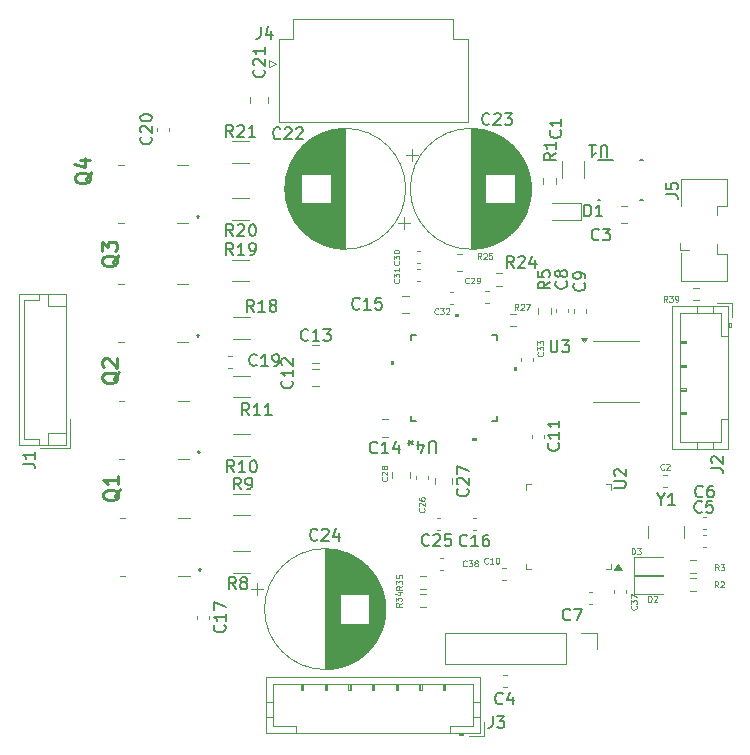
<source format=gbr>
%TF.GenerationSoftware,KiCad,Pcbnew,8.0.6*%
%TF.CreationDate,2025-12-29T11:58:40+02:00*%
%TF.ProjectId,TMCM_1260_alternative,544d434d-5f31-4323-9630-5f616c746572,rev?*%
%TF.SameCoordinates,Original*%
%TF.FileFunction,Legend,Top*%
%TF.FilePolarity,Positive*%
%FSLAX46Y46*%
G04 Gerber Fmt 4.6, Leading zero omitted, Abs format (unit mm)*
G04 Created by KiCad (PCBNEW 8.0.6) date 2025-12-29 11:58:40*
%MOMM*%
%LPD*%
G01*
G04 APERTURE LIST*
%ADD10C,0.150000*%
%ADD11C,0.125000*%
%ADD12C,0.254000*%
%ADD13C,0.120000*%
%ADD14C,0.100000*%
%ADD15C,0.200000*%
%ADD16C,0.177800*%
%ADD17C,0.152400*%
%ADD18C,0.000000*%
G04 APERTURE END LIST*
D10*
X95282142Y-113692780D02*
X95234523Y-113740400D01*
X95234523Y-113740400D02*
X95091666Y-113788019D01*
X95091666Y-113788019D02*
X94996428Y-113788019D01*
X94996428Y-113788019D02*
X94853571Y-113740400D01*
X94853571Y-113740400D02*
X94758333Y-113645161D01*
X94758333Y-113645161D02*
X94710714Y-113549923D01*
X94710714Y-113549923D02*
X94663095Y-113359447D01*
X94663095Y-113359447D02*
X94663095Y-113216590D01*
X94663095Y-113216590D02*
X94710714Y-113026114D01*
X94710714Y-113026114D02*
X94758333Y-112930876D01*
X94758333Y-112930876D02*
X94853571Y-112835638D01*
X94853571Y-112835638D02*
X94996428Y-112788019D01*
X94996428Y-112788019D02*
X95091666Y-112788019D01*
X95091666Y-112788019D02*
X95234523Y-112835638D01*
X95234523Y-112835638D02*
X95282142Y-112883257D01*
X95663095Y-112883257D02*
X95710714Y-112835638D01*
X95710714Y-112835638D02*
X95805952Y-112788019D01*
X95805952Y-112788019D02*
X96044047Y-112788019D01*
X96044047Y-112788019D02*
X96139285Y-112835638D01*
X96139285Y-112835638D02*
X96186904Y-112883257D01*
X96186904Y-112883257D02*
X96234523Y-112978495D01*
X96234523Y-112978495D02*
X96234523Y-113073733D01*
X96234523Y-113073733D02*
X96186904Y-113216590D01*
X96186904Y-113216590D02*
X95615476Y-113788019D01*
X95615476Y-113788019D02*
X96234523Y-113788019D01*
X97091666Y-113121352D02*
X97091666Y-113788019D01*
X96853571Y-112740400D02*
X96615476Y-113454685D01*
X96615476Y-113454685D02*
X97234523Y-113454685D01*
X98848942Y-94136380D02*
X98801323Y-94184000D01*
X98801323Y-94184000D02*
X98658466Y-94231619D01*
X98658466Y-94231619D02*
X98563228Y-94231619D01*
X98563228Y-94231619D02*
X98420371Y-94184000D01*
X98420371Y-94184000D02*
X98325133Y-94088761D01*
X98325133Y-94088761D02*
X98277514Y-93993523D01*
X98277514Y-93993523D02*
X98229895Y-93803047D01*
X98229895Y-93803047D02*
X98229895Y-93660190D01*
X98229895Y-93660190D02*
X98277514Y-93469714D01*
X98277514Y-93469714D02*
X98325133Y-93374476D01*
X98325133Y-93374476D02*
X98420371Y-93279238D01*
X98420371Y-93279238D02*
X98563228Y-93231619D01*
X98563228Y-93231619D02*
X98658466Y-93231619D01*
X98658466Y-93231619D02*
X98801323Y-93279238D01*
X98801323Y-93279238D02*
X98848942Y-93326857D01*
X99801323Y-94231619D02*
X99229895Y-94231619D01*
X99515609Y-94231619D02*
X99515609Y-93231619D01*
X99515609Y-93231619D02*
X99420371Y-93374476D01*
X99420371Y-93374476D02*
X99325133Y-93469714D01*
X99325133Y-93469714D02*
X99229895Y-93517333D01*
X100706085Y-93231619D02*
X100229895Y-93231619D01*
X100229895Y-93231619D02*
X100182276Y-93707809D01*
X100182276Y-93707809D02*
X100229895Y-93660190D01*
X100229895Y-93660190D02*
X100325133Y-93612571D01*
X100325133Y-93612571D02*
X100563228Y-93612571D01*
X100563228Y-93612571D02*
X100658466Y-93660190D01*
X100658466Y-93660190D02*
X100706085Y-93707809D01*
X100706085Y-93707809D02*
X100753704Y-93803047D01*
X100753704Y-93803047D02*
X100753704Y-94041142D01*
X100753704Y-94041142D02*
X100706085Y-94136380D01*
X100706085Y-94136380D02*
X100658466Y-94184000D01*
X100658466Y-94184000D02*
X100563228Y-94231619D01*
X100563228Y-94231619D02*
X100325133Y-94231619D01*
X100325133Y-94231619D02*
X100229895Y-94184000D01*
X100229895Y-94184000D02*
X100182276Y-94136380D01*
X116335980Y-91835266D02*
X116383600Y-91882885D01*
X116383600Y-91882885D02*
X116431219Y-92025742D01*
X116431219Y-92025742D02*
X116431219Y-92120980D01*
X116431219Y-92120980D02*
X116383600Y-92263837D01*
X116383600Y-92263837D02*
X116288361Y-92359075D01*
X116288361Y-92359075D02*
X116193123Y-92406694D01*
X116193123Y-92406694D02*
X116002647Y-92454313D01*
X116002647Y-92454313D02*
X115859790Y-92454313D01*
X115859790Y-92454313D02*
X115669314Y-92406694D01*
X115669314Y-92406694D02*
X115574076Y-92359075D01*
X115574076Y-92359075D02*
X115478838Y-92263837D01*
X115478838Y-92263837D02*
X115431219Y-92120980D01*
X115431219Y-92120980D02*
X115431219Y-92025742D01*
X115431219Y-92025742D02*
X115478838Y-91882885D01*
X115478838Y-91882885D02*
X115526457Y-91835266D01*
X115859790Y-91263837D02*
X115812171Y-91359075D01*
X115812171Y-91359075D02*
X115764552Y-91406694D01*
X115764552Y-91406694D02*
X115669314Y-91454313D01*
X115669314Y-91454313D02*
X115621695Y-91454313D01*
X115621695Y-91454313D02*
X115526457Y-91406694D01*
X115526457Y-91406694D02*
X115478838Y-91359075D01*
X115478838Y-91359075D02*
X115431219Y-91263837D01*
X115431219Y-91263837D02*
X115431219Y-91073361D01*
X115431219Y-91073361D02*
X115478838Y-90978123D01*
X115478838Y-90978123D02*
X115526457Y-90930504D01*
X115526457Y-90930504D02*
X115621695Y-90882885D01*
X115621695Y-90882885D02*
X115669314Y-90882885D01*
X115669314Y-90882885D02*
X115764552Y-90930504D01*
X115764552Y-90930504D02*
X115812171Y-90978123D01*
X115812171Y-90978123D02*
X115859790Y-91073361D01*
X115859790Y-91073361D02*
X115859790Y-91263837D01*
X115859790Y-91263837D02*
X115907409Y-91359075D01*
X115907409Y-91359075D02*
X115955028Y-91406694D01*
X115955028Y-91406694D02*
X116050266Y-91454313D01*
X116050266Y-91454313D02*
X116240742Y-91454313D01*
X116240742Y-91454313D02*
X116335980Y-91406694D01*
X116335980Y-91406694D02*
X116383600Y-91359075D01*
X116383600Y-91359075D02*
X116431219Y-91263837D01*
X116431219Y-91263837D02*
X116431219Y-91073361D01*
X116431219Y-91073361D02*
X116383600Y-90978123D01*
X116383600Y-90978123D02*
X116335980Y-90930504D01*
X116335980Y-90930504D02*
X116240742Y-90882885D01*
X116240742Y-90882885D02*
X116050266Y-90882885D01*
X116050266Y-90882885D02*
X115955028Y-90930504D01*
X115955028Y-90930504D02*
X115907409Y-90978123D01*
X115907409Y-90978123D02*
X115859790Y-91073361D01*
X124364809Y-110301028D02*
X124364809Y-110777219D01*
X124031476Y-109777219D02*
X124364809Y-110301028D01*
X124364809Y-110301028D02*
X124698142Y-109777219D01*
X125555285Y-110777219D02*
X124983857Y-110777219D01*
X125269571Y-110777219D02*
X125269571Y-109777219D01*
X125269571Y-109777219D02*
X125174333Y-109920076D01*
X125174333Y-109920076D02*
X125079095Y-110015314D01*
X125079095Y-110015314D02*
X124983857Y-110062933D01*
X88231742Y-107989619D02*
X87898409Y-107513428D01*
X87660314Y-107989619D02*
X87660314Y-106989619D01*
X87660314Y-106989619D02*
X88041266Y-106989619D01*
X88041266Y-106989619D02*
X88136504Y-107037238D01*
X88136504Y-107037238D02*
X88184123Y-107084857D01*
X88184123Y-107084857D02*
X88231742Y-107180095D01*
X88231742Y-107180095D02*
X88231742Y-107322952D01*
X88231742Y-107322952D02*
X88184123Y-107418190D01*
X88184123Y-107418190D02*
X88136504Y-107465809D01*
X88136504Y-107465809D02*
X88041266Y-107513428D01*
X88041266Y-107513428D02*
X87660314Y-107513428D01*
X89184123Y-107989619D02*
X88612695Y-107989619D01*
X88898409Y-107989619D02*
X88898409Y-106989619D01*
X88898409Y-106989619D02*
X88803171Y-107132476D01*
X88803171Y-107132476D02*
X88707933Y-107227714D01*
X88707933Y-107227714D02*
X88612695Y-107275333D01*
X89803171Y-106989619D02*
X89898409Y-106989619D01*
X89898409Y-106989619D02*
X89993647Y-107037238D01*
X89993647Y-107037238D02*
X90041266Y-107084857D01*
X90041266Y-107084857D02*
X90088885Y-107180095D01*
X90088885Y-107180095D02*
X90136504Y-107370571D01*
X90136504Y-107370571D02*
X90136504Y-107608666D01*
X90136504Y-107608666D02*
X90088885Y-107799142D01*
X90088885Y-107799142D02*
X90041266Y-107894380D01*
X90041266Y-107894380D02*
X89993647Y-107942000D01*
X89993647Y-107942000D02*
X89898409Y-107989619D01*
X89898409Y-107989619D02*
X89803171Y-107989619D01*
X89803171Y-107989619D02*
X89707933Y-107942000D01*
X89707933Y-107942000D02*
X89660314Y-107894380D01*
X89660314Y-107894380D02*
X89612695Y-107799142D01*
X89612695Y-107799142D02*
X89565076Y-107608666D01*
X89565076Y-107608666D02*
X89565076Y-107370571D01*
X89565076Y-107370571D02*
X89612695Y-107180095D01*
X89612695Y-107180095D02*
X89660314Y-107084857D01*
X89660314Y-107084857D02*
X89707933Y-107037238D01*
X89707933Y-107037238D02*
X89803171Y-106989619D01*
D11*
X102409009Y-119087228D02*
X102170914Y-119253894D01*
X102409009Y-119372942D02*
X101909009Y-119372942D01*
X101909009Y-119372942D02*
X101909009Y-119182466D01*
X101909009Y-119182466D02*
X101932819Y-119134847D01*
X101932819Y-119134847D02*
X101956628Y-119111037D01*
X101956628Y-119111037D02*
X102004247Y-119087228D01*
X102004247Y-119087228D02*
X102075676Y-119087228D01*
X102075676Y-119087228D02*
X102123295Y-119111037D01*
X102123295Y-119111037D02*
X102147104Y-119134847D01*
X102147104Y-119134847D02*
X102170914Y-119182466D01*
X102170914Y-119182466D02*
X102170914Y-119372942D01*
X101909009Y-118920561D02*
X101909009Y-118611037D01*
X101909009Y-118611037D02*
X102099485Y-118777704D01*
X102099485Y-118777704D02*
X102099485Y-118706275D01*
X102099485Y-118706275D02*
X102123295Y-118658656D01*
X102123295Y-118658656D02*
X102147104Y-118634847D01*
X102147104Y-118634847D02*
X102194723Y-118611037D01*
X102194723Y-118611037D02*
X102313771Y-118611037D01*
X102313771Y-118611037D02*
X102361390Y-118634847D01*
X102361390Y-118634847D02*
X102385200Y-118658656D01*
X102385200Y-118658656D02*
X102409009Y-118706275D01*
X102409009Y-118706275D02*
X102409009Y-118849132D01*
X102409009Y-118849132D02*
X102385200Y-118896751D01*
X102385200Y-118896751D02*
X102361390Y-118920561D01*
X102075676Y-118182466D02*
X102409009Y-118182466D01*
X101885200Y-118301514D02*
X102242342Y-118420561D01*
X102242342Y-118420561D02*
X102242342Y-118111038D01*
X108085771Y-91972790D02*
X108061962Y-91996600D01*
X108061962Y-91996600D02*
X107990533Y-92020409D01*
X107990533Y-92020409D02*
X107942914Y-92020409D01*
X107942914Y-92020409D02*
X107871486Y-91996600D01*
X107871486Y-91996600D02*
X107823867Y-91948980D01*
X107823867Y-91948980D02*
X107800057Y-91901361D01*
X107800057Y-91901361D02*
X107776248Y-91806123D01*
X107776248Y-91806123D02*
X107776248Y-91734695D01*
X107776248Y-91734695D02*
X107800057Y-91639457D01*
X107800057Y-91639457D02*
X107823867Y-91591838D01*
X107823867Y-91591838D02*
X107871486Y-91544219D01*
X107871486Y-91544219D02*
X107942914Y-91520409D01*
X107942914Y-91520409D02*
X107990533Y-91520409D01*
X107990533Y-91520409D02*
X108061962Y-91544219D01*
X108061962Y-91544219D02*
X108085771Y-91568028D01*
X108276248Y-91568028D02*
X108300057Y-91544219D01*
X108300057Y-91544219D02*
X108347676Y-91520409D01*
X108347676Y-91520409D02*
X108466724Y-91520409D01*
X108466724Y-91520409D02*
X108514343Y-91544219D01*
X108514343Y-91544219D02*
X108538152Y-91568028D01*
X108538152Y-91568028D02*
X108561962Y-91615647D01*
X108561962Y-91615647D02*
X108561962Y-91663266D01*
X108561962Y-91663266D02*
X108538152Y-91734695D01*
X108538152Y-91734695D02*
X108252438Y-92020409D01*
X108252438Y-92020409D02*
X108561962Y-92020409D01*
X108800057Y-92020409D02*
X108895295Y-92020409D01*
X108895295Y-92020409D02*
X108942914Y-91996600D01*
X108942914Y-91996600D02*
X108966723Y-91972790D01*
X108966723Y-91972790D02*
X109014342Y-91901361D01*
X109014342Y-91901361D02*
X109038152Y-91806123D01*
X109038152Y-91806123D02*
X109038152Y-91615647D01*
X109038152Y-91615647D02*
X109014342Y-91568028D01*
X109014342Y-91568028D02*
X108990533Y-91544219D01*
X108990533Y-91544219D02*
X108942914Y-91520409D01*
X108942914Y-91520409D02*
X108847676Y-91520409D01*
X108847676Y-91520409D02*
X108800057Y-91544219D01*
X108800057Y-91544219D02*
X108776247Y-91568028D01*
X108776247Y-91568028D02*
X108752438Y-91615647D01*
X108752438Y-91615647D02*
X108752438Y-91734695D01*
X108752438Y-91734695D02*
X108776247Y-91782314D01*
X108776247Y-91782314D02*
X108800057Y-91806123D01*
X108800057Y-91806123D02*
X108847676Y-91829933D01*
X108847676Y-91829933D02*
X108942914Y-91829933D01*
X108942914Y-91829933D02*
X108990533Y-91806123D01*
X108990533Y-91806123D02*
X109014342Y-91782314D01*
X109014342Y-91782314D02*
X109038152Y-91734695D01*
D10*
X90136742Y-98911580D02*
X90089123Y-98959200D01*
X90089123Y-98959200D02*
X89946266Y-99006819D01*
X89946266Y-99006819D02*
X89851028Y-99006819D01*
X89851028Y-99006819D02*
X89708171Y-98959200D01*
X89708171Y-98959200D02*
X89612933Y-98863961D01*
X89612933Y-98863961D02*
X89565314Y-98768723D01*
X89565314Y-98768723D02*
X89517695Y-98578247D01*
X89517695Y-98578247D02*
X89517695Y-98435390D01*
X89517695Y-98435390D02*
X89565314Y-98244914D01*
X89565314Y-98244914D02*
X89612933Y-98149676D01*
X89612933Y-98149676D02*
X89708171Y-98054438D01*
X89708171Y-98054438D02*
X89851028Y-98006819D01*
X89851028Y-98006819D02*
X89946266Y-98006819D01*
X89946266Y-98006819D02*
X90089123Y-98054438D01*
X90089123Y-98054438D02*
X90136742Y-98102057D01*
X91089123Y-99006819D02*
X90517695Y-99006819D01*
X90803409Y-99006819D02*
X90803409Y-98006819D01*
X90803409Y-98006819D02*
X90708171Y-98149676D01*
X90708171Y-98149676D02*
X90612933Y-98244914D01*
X90612933Y-98244914D02*
X90517695Y-98292533D01*
X91565314Y-99006819D02*
X91755790Y-99006819D01*
X91755790Y-99006819D02*
X91851028Y-98959200D01*
X91851028Y-98959200D02*
X91898647Y-98911580D01*
X91898647Y-98911580D02*
X91993885Y-98768723D01*
X91993885Y-98768723D02*
X92041504Y-98578247D01*
X92041504Y-98578247D02*
X92041504Y-98197295D01*
X92041504Y-98197295D02*
X91993885Y-98102057D01*
X91993885Y-98102057D02*
X91946266Y-98054438D01*
X91946266Y-98054438D02*
X91851028Y-98006819D01*
X91851028Y-98006819D02*
X91660552Y-98006819D01*
X91660552Y-98006819D02*
X91565314Y-98054438D01*
X91565314Y-98054438D02*
X91517695Y-98102057D01*
X91517695Y-98102057D02*
X91470076Y-98197295D01*
X91470076Y-98197295D02*
X91470076Y-98435390D01*
X91470076Y-98435390D02*
X91517695Y-98530628D01*
X91517695Y-98530628D02*
X91565314Y-98578247D01*
X91565314Y-98578247D02*
X91660552Y-98625866D01*
X91660552Y-98625866D02*
X91851028Y-98625866D01*
X91851028Y-98625866D02*
X91946266Y-98578247D01*
X91946266Y-98578247D02*
X91993885Y-98530628D01*
X91993885Y-98530628D02*
X92041504Y-98435390D01*
D11*
X122274990Y-119320428D02*
X122298800Y-119344237D01*
X122298800Y-119344237D02*
X122322609Y-119415666D01*
X122322609Y-119415666D02*
X122322609Y-119463285D01*
X122322609Y-119463285D02*
X122298800Y-119534713D01*
X122298800Y-119534713D02*
X122251180Y-119582332D01*
X122251180Y-119582332D02*
X122203561Y-119606142D01*
X122203561Y-119606142D02*
X122108323Y-119629951D01*
X122108323Y-119629951D02*
X122036895Y-119629951D01*
X122036895Y-119629951D02*
X121941657Y-119606142D01*
X121941657Y-119606142D02*
X121894038Y-119582332D01*
X121894038Y-119582332D02*
X121846419Y-119534713D01*
X121846419Y-119534713D02*
X121822609Y-119463285D01*
X121822609Y-119463285D02*
X121822609Y-119415666D01*
X121822609Y-119415666D02*
X121846419Y-119344237D01*
X121846419Y-119344237D02*
X121870228Y-119320428D01*
X121822609Y-119153761D02*
X121822609Y-118844237D01*
X121822609Y-118844237D02*
X122013085Y-119010904D01*
X122013085Y-119010904D02*
X122013085Y-118939475D01*
X122013085Y-118939475D02*
X122036895Y-118891856D01*
X122036895Y-118891856D02*
X122060704Y-118868047D01*
X122060704Y-118868047D02*
X122108323Y-118844237D01*
X122108323Y-118844237D02*
X122227371Y-118844237D01*
X122227371Y-118844237D02*
X122274990Y-118868047D01*
X122274990Y-118868047D02*
X122298800Y-118891856D01*
X122298800Y-118891856D02*
X122322609Y-118939475D01*
X122322609Y-118939475D02*
X122322609Y-119082332D01*
X122322609Y-119082332D02*
X122298800Y-119129951D01*
X122298800Y-119129951D02*
X122274990Y-119153761D01*
X121822609Y-118677571D02*
X121822609Y-118344238D01*
X121822609Y-118344238D02*
X122322609Y-118558523D01*
X123303552Y-118969809D02*
X123303552Y-118469809D01*
X123303552Y-118469809D02*
X123422600Y-118469809D01*
X123422600Y-118469809D02*
X123494028Y-118493619D01*
X123494028Y-118493619D02*
X123541647Y-118541238D01*
X123541647Y-118541238D02*
X123565457Y-118588857D01*
X123565457Y-118588857D02*
X123589266Y-118684095D01*
X123589266Y-118684095D02*
X123589266Y-118755523D01*
X123589266Y-118755523D02*
X123565457Y-118850761D01*
X123565457Y-118850761D02*
X123541647Y-118898380D01*
X123541647Y-118898380D02*
X123494028Y-118946000D01*
X123494028Y-118946000D02*
X123422600Y-118969809D01*
X123422600Y-118969809D02*
X123303552Y-118969809D01*
X123779743Y-118517428D02*
X123803552Y-118493619D01*
X123803552Y-118493619D02*
X123851171Y-118469809D01*
X123851171Y-118469809D02*
X123970219Y-118469809D01*
X123970219Y-118469809D02*
X124017838Y-118493619D01*
X124017838Y-118493619D02*
X124041647Y-118517428D01*
X124041647Y-118517428D02*
X124065457Y-118565047D01*
X124065457Y-118565047D02*
X124065457Y-118612666D01*
X124065457Y-118612666D02*
X124041647Y-118684095D01*
X124041647Y-118684095D02*
X123755933Y-118969809D01*
X123755933Y-118969809D02*
X124065457Y-118969809D01*
D10*
X81174780Y-79611457D02*
X81222400Y-79659076D01*
X81222400Y-79659076D02*
X81270019Y-79801933D01*
X81270019Y-79801933D02*
X81270019Y-79897171D01*
X81270019Y-79897171D02*
X81222400Y-80040028D01*
X81222400Y-80040028D02*
X81127161Y-80135266D01*
X81127161Y-80135266D02*
X81031923Y-80182885D01*
X81031923Y-80182885D02*
X80841447Y-80230504D01*
X80841447Y-80230504D02*
X80698590Y-80230504D01*
X80698590Y-80230504D02*
X80508114Y-80182885D01*
X80508114Y-80182885D02*
X80412876Y-80135266D01*
X80412876Y-80135266D02*
X80317638Y-80040028D01*
X80317638Y-80040028D02*
X80270019Y-79897171D01*
X80270019Y-79897171D02*
X80270019Y-79801933D01*
X80270019Y-79801933D02*
X80317638Y-79659076D01*
X80317638Y-79659076D02*
X80365257Y-79611457D01*
X80365257Y-79230504D02*
X80317638Y-79182885D01*
X80317638Y-79182885D02*
X80270019Y-79087647D01*
X80270019Y-79087647D02*
X80270019Y-78849552D01*
X80270019Y-78849552D02*
X80317638Y-78754314D01*
X80317638Y-78754314D02*
X80365257Y-78706695D01*
X80365257Y-78706695D02*
X80460495Y-78659076D01*
X80460495Y-78659076D02*
X80555733Y-78659076D01*
X80555733Y-78659076D02*
X80698590Y-78706695D01*
X80698590Y-78706695D02*
X81270019Y-79278123D01*
X81270019Y-79278123D02*
X81270019Y-78659076D01*
X80270019Y-78040028D02*
X80270019Y-77944790D01*
X80270019Y-77944790D02*
X80317638Y-77849552D01*
X80317638Y-77849552D02*
X80365257Y-77801933D01*
X80365257Y-77801933D02*
X80460495Y-77754314D01*
X80460495Y-77754314D02*
X80650971Y-77706695D01*
X80650971Y-77706695D02*
X80889066Y-77706695D01*
X80889066Y-77706695D02*
X81079542Y-77754314D01*
X81079542Y-77754314D02*
X81174780Y-77801933D01*
X81174780Y-77801933D02*
X81222400Y-77849552D01*
X81222400Y-77849552D02*
X81270019Y-77944790D01*
X81270019Y-77944790D02*
X81270019Y-78040028D01*
X81270019Y-78040028D02*
X81222400Y-78135266D01*
X81222400Y-78135266D02*
X81174780Y-78182885D01*
X81174780Y-78182885D02*
X81079542Y-78230504D01*
X81079542Y-78230504D02*
X80889066Y-78278123D01*
X80889066Y-78278123D02*
X80650971Y-78278123D01*
X80650971Y-78278123D02*
X80460495Y-78230504D01*
X80460495Y-78230504D02*
X80365257Y-78182885D01*
X80365257Y-78182885D02*
X80317638Y-78135266D01*
X80317638Y-78135266D02*
X80270019Y-78040028D01*
D11*
X102461709Y-117644028D02*
X102223614Y-117810694D01*
X102461709Y-117929742D02*
X101961709Y-117929742D01*
X101961709Y-117929742D02*
X101961709Y-117739266D01*
X101961709Y-117739266D02*
X101985519Y-117691647D01*
X101985519Y-117691647D02*
X102009328Y-117667837D01*
X102009328Y-117667837D02*
X102056947Y-117644028D01*
X102056947Y-117644028D02*
X102128376Y-117644028D01*
X102128376Y-117644028D02*
X102175995Y-117667837D01*
X102175995Y-117667837D02*
X102199804Y-117691647D01*
X102199804Y-117691647D02*
X102223614Y-117739266D01*
X102223614Y-117739266D02*
X102223614Y-117929742D01*
X101961709Y-117477361D02*
X101961709Y-117167837D01*
X101961709Y-117167837D02*
X102152185Y-117334504D01*
X102152185Y-117334504D02*
X102152185Y-117263075D01*
X102152185Y-117263075D02*
X102175995Y-117215456D01*
X102175995Y-117215456D02*
X102199804Y-117191647D01*
X102199804Y-117191647D02*
X102247423Y-117167837D01*
X102247423Y-117167837D02*
X102366471Y-117167837D01*
X102366471Y-117167837D02*
X102414090Y-117191647D01*
X102414090Y-117191647D02*
X102437900Y-117215456D01*
X102437900Y-117215456D02*
X102461709Y-117263075D01*
X102461709Y-117263075D02*
X102461709Y-117405932D01*
X102461709Y-117405932D02*
X102437900Y-117453551D01*
X102437900Y-117453551D02*
X102414090Y-117477361D01*
X101961709Y-116715457D02*
X101961709Y-116953552D01*
X101961709Y-116953552D02*
X102199804Y-116977361D01*
X102199804Y-116977361D02*
X102175995Y-116953552D01*
X102175995Y-116953552D02*
X102152185Y-116905933D01*
X102152185Y-116905933D02*
X102152185Y-116786885D01*
X102152185Y-116786885D02*
X102175995Y-116739266D01*
X102175995Y-116739266D02*
X102199804Y-116715457D01*
X102199804Y-116715457D02*
X102247423Y-116691647D01*
X102247423Y-116691647D02*
X102366471Y-116691647D01*
X102366471Y-116691647D02*
X102414090Y-116715457D01*
X102414090Y-116715457D02*
X102437900Y-116739266D01*
X102437900Y-116739266D02*
X102461709Y-116786885D01*
X102461709Y-116786885D02*
X102461709Y-116905933D01*
X102461709Y-116905933D02*
X102437900Y-116953552D01*
X102437900Y-116953552D02*
X102414090Y-116977361D01*
D10*
X124803819Y-84483533D02*
X125518104Y-84483533D01*
X125518104Y-84483533D02*
X125660961Y-84531152D01*
X125660961Y-84531152D02*
X125756200Y-84626390D01*
X125756200Y-84626390D02*
X125803819Y-84769247D01*
X125803819Y-84769247D02*
X125803819Y-84864485D01*
X124803819Y-83531152D02*
X124803819Y-84007342D01*
X124803819Y-84007342D02*
X125280009Y-84054961D01*
X125280009Y-84054961D02*
X125232390Y-84007342D01*
X125232390Y-84007342D02*
X125184771Y-83912104D01*
X125184771Y-83912104D02*
X125184771Y-83674009D01*
X125184771Y-83674009D02*
X125232390Y-83578771D01*
X125232390Y-83578771D02*
X125280009Y-83531152D01*
X125280009Y-83531152D02*
X125375247Y-83483533D01*
X125375247Y-83483533D02*
X125613342Y-83483533D01*
X125613342Y-83483533D02*
X125708580Y-83531152D01*
X125708580Y-83531152D02*
X125756200Y-83578771D01*
X125756200Y-83578771D02*
X125803819Y-83674009D01*
X125803819Y-83674009D02*
X125803819Y-83912104D01*
X125803819Y-83912104D02*
X125756200Y-84007342D01*
X125756200Y-84007342D02*
X125708580Y-84054961D01*
D12*
X78556470Y-109456552D02*
X78495994Y-109577504D01*
X78495994Y-109577504D02*
X78375042Y-109698457D01*
X78375042Y-109698457D02*
X78193613Y-109879885D01*
X78193613Y-109879885D02*
X78133137Y-110000838D01*
X78133137Y-110000838D02*
X78133137Y-110121790D01*
X78435518Y-110061314D02*
X78375042Y-110182266D01*
X78375042Y-110182266D02*
X78254089Y-110303219D01*
X78254089Y-110303219D02*
X78012184Y-110363695D01*
X78012184Y-110363695D02*
X77588851Y-110363695D01*
X77588851Y-110363695D02*
X77346946Y-110303219D01*
X77346946Y-110303219D02*
X77225994Y-110182266D01*
X77225994Y-110182266D02*
X77165518Y-110061314D01*
X77165518Y-110061314D02*
X77165518Y-109819409D01*
X77165518Y-109819409D02*
X77225994Y-109698457D01*
X77225994Y-109698457D02*
X77346946Y-109577504D01*
X77346946Y-109577504D02*
X77588851Y-109517028D01*
X77588851Y-109517028D02*
X78012184Y-109517028D01*
X78012184Y-109517028D02*
X78254089Y-109577504D01*
X78254089Y-109577504D02*
X78375042Y-109698457D01*
X78375042Y-109698457D02*
X78435518Y-109819409D01*
X78435518Y-109819409D02*
X78435518Y-110061314D01*
X78435518Y-108307504D02*
X78435518Y-109033219D01*
X78435518Y-108670362D02*
X77165518Y-108670362D01*
X77165518Y-108670362D02*
X77346946Y-108791314D01*
X77346946Y-108791314D02*
X77467899Y-108912266D01*
X77467899Y-108912266D02*
X77528375Y-109033219D01*
D10*
X87412980Y-120937257D02*
X87460600Y-120984876D01*
X87460600Y-120984876D02*
X87508219Y-121127733D01*
X87508219Y-121127733D02*
X87508219Y-121222971D01*
X87508219Y-121222971D02*
X87460600Y-121365828D01*
X87460600Y-121365828D02*
X87365361Y-121461066D01*
X87365361Y-121461066D02*
X87270123Y-121508685D01*
X87270123Y-121508685D02*
X87079647Y-121556304D01*
X87079647Y-121556304D02*
X86936790Y-121556304D01*
X86936790Y-121556304D02*
X86746314Y-121508685D01*
X86746314Y-121508685D02*
X86651076Y-121461066D01*
X86651076Y-121461066D02*
X86555838Y-121365828D01*
X86555838Y-121365828D02*
X86508219Y-121222971D01*
X86508219Y-121222971D02*
X86508219Y-121127733D01*
X86508219Y-121127733D02*
X86555838Y-120984876D01*
X86555838Y-120984876D02*
X86603457Y-120937257D01*
X87508219Y-119984876D02*
X87508219Y-120556304D01*
X87508219Y-120270590D02*
X86508219Y-120270590D01*
X86508219Y-120270590D02*
X86651076Y-120365828D01*
X86651076Y-120365828D02*
X86746314Y-120461066D01*
X86746314Y-120461066D02*
X86793933Y-120556304D01*
X86508219Y-119651542D02*
X86508219Y-118984876D01*
X86508219Y-118984876D02*
X87508219Y-119413447D01*
X107942142Y-114176980D02*
X107894523Y-114224600D01*
X107894523Y-114224600D02*
X107751666Y-114272219D01*
X107751666Y-114272219D02*
X107656428Y-114272219D01*
X107656428Y-114272219D02*
X107513571Y-114224600D01*
X107513571Y-114224600D02*
X107418333Y-114129361D01*
X107418333Y-114129361D02*
X107370714Y-114034123D01*
X107370714Y-114034123D02*
X107323095Y-113843647D01*
X107323095Y-113843647D02*
X107323095Y-113700790D01*
X107323095Y-113700790D02*
X107370714Y-113510314D01*
X107370714Y-113510314D02*
X107418333Y-113415076D01*
X107418333Y-113415076D02*
X107513571Y-113319838D01*
X107513571Y-113319838D02*
X107656428Y-113272219D01*
X107656428Y-113272219D02*
X107751666Y-113272219D01*
X107751666Y-113272219D02*
X107894523Y-113319838D01*
X107894523Y-113319838D02*
X107942142Y-113367457D01*
X108894523Y-114272219D02*
X108323095Y-114272219D01*
X108608809Y-114272219D02*
X108608809Y-113272219D01*
X108608809Y-113272219D02*
X108513571Y-113415076D01*
X108513571Y-113415076D02*
X108418333Y-113510314D01*
X108418333Y-113510314D02*
X108323095Y-113557933D01*
X109751666Y-113272219D02*
X109561190Y-113272219D01*
X109561190Y-113272219D02*
X109465952Y-113319838D01*
X109465952Y-113319838D02*
X109418333Y-113367457D01*
X109418333Y-113367457D02*
X109323095Y-113510314D01*
X109323095Y-113510314D02*
X109275476Y-113700790D01*
X109275476Y-113700790D02*
X109275476Y-114081742D01*
X109275476Y-114081742D02*
X109323095Y-114176980D01*
X109323095Y-114176980D02*
X109370714Y-114224600D01*
X109370714Y-114224600D02*
X109465952Y-114272219D01*
X109465952Y-114272219D02*
X109656428Y-114272219D01*
X109656428Y-114272219D02*
X109751666Y-114224600D01*
X109751666Y-114224600D02*
X109799285Y-114176980D01*
X109799285Y-114176980D02*
X109846904Y-114081742D01*
X109846904Y-114081742D02*
X109846904Y-113843647D01*
X109846904Y-113843647D02*
X109799285Y-113748409D01*
X109799285Y-113748409D02*
X109751666Y-113700790D01*
X109751666Y-113700790D02*
X109656428Y-113653171D01*
X109656428Y-113653171D02*
X109465952Y-113653171D01*
X109465952Y-113653171D02*
X109370714Y-113700790D01*
X109370714Y-113700790D02*
X109323095Y-113748409D01*
X109323095Y-113748409D02*
X109275476Y-113843647D01*
D11*
X107907971Y-115924990D02*
X107884162Y-115948800D01*
X107884162Y-115948800D02*
X107812733Y-115972609D01*
X107812733Y-115972609D02*
X107765114Y-115972609D01*
X107765114Y-115972609D02*
X107693686Y-115948800D01*
X107693686Y-115948800D02*
X107646067Y-115901180D01*
X107646067Y-115901180D02*
X107622257Y-115853561D01*
X107622257Y-115853561D02*
X107598448Y-115758323D01*
X107598448Y-115758323D02*
X107598448Y-115686895D01*
X107598448Y-115686895D02*
X107622257Y-115591657D01*
X107622257Y-115591657D02*
X107646067Y-115544038D01*
X107646067Y-115544038D02*
X107693686Y-115496419D01*
X107693686Y-115496419D02*
X107765114Y-115472609D01*
X107765114Y-115472609D02*
X107812733Y-115472609D01*
X107812733Y-115472609D02*
X107884162Y-115496419D01*
X107884162Y-115496419D02*
X107907971Y-115520228D01*
X108074638Y-115472609D02*
X108384162Y-115472609D01*
X108384162Y-115472609D02*
X108217495Y-115663085D01*
X108217495Y-115663085D02*
X108288924Y-115663085D01*
X108288924Y-115663085D02*
X108336543Y-115686895D01*
X108336543Y-115686895D02*
X108360352Y-115710704D01*
X108360352Y-115710704D02*
X108384162Y-115758323D01*
X108384162Y-115758323D02*
X108384162Y-115877371D01*
X108384162Y-115877371D02*
X108360352Y-115924990D01*
X108360352Y-115924990D02*
X108336543Y-115948800D01*
X108336543Y-115948800D02*
X108288924Y-115972609D01*
X108288924Y-115972609D02*
X108146067Y-115972609D01*
X108146067Y-115972609D02*
X108098448Y-115948800D01*
X108098448Y-115948800D02*
X108074638Y-115924990D01*
X108669876Y-115686895D02*
X108622257Y-115663085D01*
X108622257Y-115663085D02*
X108598447Y-115639276D01*
X108598447Y-115639276D02*
X108574638Y-115591657D01*
X108574638Y-115591657D02*
X108574638Y-115567847D01*
X108574638Y-115567847D02*
X108598447Y-115520228D01*
X108598447Y-115520228D02*
X108622257Y-115496419D01*
X108622257Y-115496419D02*
X108669876Y-115472609D01*
X108669876Y-115472609D02*
X108765114Y-115472609D01*
X108765114Y-115472609D02*
X108812733Y-115496419D01*
X108812733Y-115496419D02*
X108836542Y-115520228D01*
X108836542Y-115520228D02*
X108860352Y-115567847D01*
X108860352Y-115567847D02*
X108860352Y-115591657D01*
X108860352Y-115591657D02*
X108836542Y-115639276D01*
X108836542Y-115639276D02*
X108812733Y-115663085D01*
X108812733Y-115663085D02*
X108765114Y-115686895D01*
X108765114Y-115686895D02*
X108669876Y-115686895D01*
X108669876Y-115686895D02*
X108622257Y-115710704D01*
X108622257Y-115710704D02*
X108598447Y-115734514D01*
X108598447Y-115734514D02*
X108574638Y-115782133D01*
X108574638Y-115782133D02*
X108574638Y-115877371D01*
X108574638Y-115877371D02*
X108598447Y-115924990D01*
X108598447Y-115924990D02*
X108622257Y-115948800D01*
X108622257Y-115948800D02*
X108669876Y-115972609D01*
X108669876Y-115972609D02*
X108765114Y-115972609D01*
X108765114Y-115972609D02*
X108812733Y-115948800D01*
X108812733Y-115948800D02*
X108836542Y-115924990D01*
X108836542Y-115924990D02*
X108860352Y-115877371D01*
X108860352Y-115877371D02*
X108860352Y-115782133D01*
X108860352Y-115782133D02*
X108836542Y-115734514D01*
X108836542Y-115734514D02*
X108812733Y-115710704D01*
X108812733Y-115710704D02*
X108765114Y-115686895D01*
D10*
X110958333Y-127562780D02*
X110910714Y-127610400D01*
X110910714Y-127610400D02*
X110767857Y-127658019D01*
X110767857Y-127658019D02*
X110672619Y-127658019D01*
X110672619Y-127658019D02*
X110529762Y-127610400D01*
X110529762Y-127610400D02*
X110434524Y-127515161D01*
X110434524Y-127515161D02*
X110386905Y-127419923D01*
X110386905Y-127419923D02*
X110339286Y-127229447D01*
X110339286Y-127229447D02*
X110339286Y-127086590D01*
X110339286Y-127086590D02*
X110386905Y-126896114D01*
X110386905Y-126896114D02*
X110434524Y-126800876D01*
X110434524Y-126800876D02*
X110529762Y-126705638D01*
X110529762Y-126705638D02*
X110672619Y-126658019D01*
X110672619Y-126658019D02*
X110767857Y-126658019D01*
X110767857Y-126658019D02*
X110910714Y-126705638D01*
X110910714Y-126705638D02*
X110958333Y-126753257D01*
X111815476Y-126991352D02*
X111815476Y-127658019D01*
X111577381Y-126610400D02*
X111339286Y-127324685D01*
X111339286Y-127324685D02*
X111958333Y-127324685D01*
X94505542Y-96777980D02*
X94457923Y-96825600D01*
X94457923Y-96825600D02*
X94315066Y-96873219D01*
X94315066Y-96873219D02*
X94219828Y-96873219D01*
X94219828Y-96873219D02*
X94076971Y-96825600D01*
X94076971Y-96825600D02*
X93981733Y-96730361D01*
X93981733Y-96730361D02*
X93934114Y-96635123D01*
X93934114Y-96635123D02*
X93886495Y-96444647D01*
X93886495Y-96444647D02*
X93886495Y-96301790D01*
X93886495Y-96301790D02*
X93934114Y-96111314D01*
X93934114Y-96111314D02*
X93981733Y-96016076D01*
X93981733Y-96016076D02*
X94076971Y-95920838D01*
X94076971Y-95920838D02*
X94219828Y-95873219D01*
X94219828Y-95873219D02*
X94315066Y-95873219D01*
X94315066Y-95873219D02*
X94457923Y-95920838D01*
X94457923Y-95920838D02*
X94505542Y-95968457D01*
X95457923Y-96873219D02*
X94886495Y-96873219D01*
X95172209Y-96873219D02*
X95172209Y-95873219D01*
X95172209Y-95873219D02*
X95076971Y-96016076D01*
X95076971Y-96016076D02*
X94981733Y-96111314D01*
X94981733Y-96111314D02*
X94886495Y-96158933D01*
X95791257Y-95873219D02*
X96410304Y-95873219D01*
X96410304Y-95873219D02*
X96076971Y-96254171D01*
X96076971Y-96254171D02*
X96219828Y-96254171D01*
X96219828Y-96254171D02*
X96315066Y-96301790D01*
X96315066Y-96301790D02*
X96362685Y-96349409D01*
X96362685Y-96349409D02*
X96410304Y-96444647D01*
X96410304Y-96444647D02*
X96410304Y-96682742D01*
X96410304Y-96682742D02*
X96362685Y-96777980D01*
X96362685Y-96777980D02*
X96315066Y-96825600D01*
X96315066Y-96825600D02*
X96219828Y-96873219D01*
X96219828Y-96873219D02*
X95934114Y-96873219D01*
X95934114Y-96873219D02*
X95838876Y-96825600D01*
X95838876Y-96825600D02*
X95791257Y-96777980D01*
X90732780Y-73937057D02*
X90780400Y-73984676D01*
X90780400Y-73984676D02*
X90828019Y-74127533D01*
X90828019Y-74127533D02*
X90828019Y-74222771D01*
X90828019Y-74222771D02*
X90780400Y-74365628D01*
X90780400Y-74365628D02*
X90685161Y-74460866D01*
X90685161Y-74460866D02*
X90589923Y-74508485D01*
X90589923Y-74508485D02*
X90399447Y-74556104D01*
X90399447Y-74556104D02*
X90256590Y-74556104D01*
X90256590Y-74556104D02*
X90066114Y-74508485D01*
X90066114Y-74508485D02*
X89970876Y-74460866D01*
X89970876Y-74460866D02*
X89875638Y-74365628D01*
X89875638Y-74365628D02*
X89828019Y-74222771D01*
X89828019Y-74222771D02*
X89828019Y-74127533D01*
X89828019Y-74127533D02*
X89875638Y-73984676D01*
X89875638Y-73984676D02*
X89923257Y-73937057D01*
X89923257Y-73556104D02*
X89875638Y-73508485D01*
X89875638Y-73508485D02*
X89828019Y-73413247D01*
X89828019Y-73413247D02*
X89828019Y-73175152D01*
X89828019Y-73175152D02*
X89875638Y-73079914D01*
X89875638Y-73079914D02*
X89923257Y-73032295D01*
X89923257Y-73032295D02*
X90018495Y-72984676D01*
X90018495Y-72984676D02*
X90113733Y-72984676D01*
X90113733Y-72984676D02*
X90256590Y-73032295D01*
X90256590Y-73032295D02*
X90828019Y-73603723D01*
X90828019Y-73603723D02*
X90828019Y-72984676D01*
X90828019Y-72032295D02*
X90828019Y-72603723D01*
X90828019Y-72318009D02*
X89828019Y-72318009D01*
X89828019Y-72318009D02*
X89970876Y-72413247D01*
X89970876Y-72413247D02*
X90066114Y-72508485D01*
X90066114Y-72508485D02*
X90113733Y-72603723D01*
D11*
X121881152Y-114931209D02*
X121881152Y-114431209D01*
X121881152Y-114431209D02*
X122000200Y-114431209D01*
X122000200Y-114431209D02*
X122071628Y-114455019D01*
X122071628Y-114455019D02*
X122119247Y-114502638D01*
X122119247Y-114502638D02*
X122143057Y-114550257D01*
X122143057Y-114550257D02*
X122166866Y-114645495D01*
X122166866Y-114645495D02*
X122166866Y-114716923D01*
X122166866Y-114716923D02*
X122143057Y-114812161D01*
X122143057Y-114812161D02*
X122119247Y-114859780D01*
X122119247Y-114859780D02*
X122071628Y-114907400D01*
X122071628Y-114907400D02*
X122000200Y-114931209D01*
X122000200Y-114931209D02*
X121881152Y-114931209D01*
X122333533Y-114431209D02*
X122643057Y-114431209D01*
X122643057Y-114431209D02*
X122476390Y-114621685D01*
X122476390Y-114621685D02*
X122547819Y-114621685D01*
X122547819Y-114621685D02*
X122595438Y-114645495D01*
X122595438Y-114645495D02*
X122619247Y-114669304D01*
X122619247Y-114669304D02*
X122643057Y-114716923D01*
X122643057Y-114716923D02*
X122643057Y-114835971D01*
X122643057Y-114835971D02*
X122619247Y-114883590D01*
X122619247Y-114883590D02*
X122595438Y-114907400D01*
X122595438Y-114907400D02*
X122547819Y-114931209D01*
X122547819Y-114931209D02*
X122404962Y-114931209D01*
X122404962Y-114931209D02*
X122357343Y-114907400D01*
X122357343Y-114907400D02*
X122333533Y-114883590D01*
D10*
X115849480Y-79059066D02*
X115897100Y-79106685D01*
X115897100Y-79106685D02*
X115944719Y-79249542D01*
X115944719Y-79249542D02*
X115944719Y-79344780D01*
X115944719Y-79344780D02*
X115897100Y-79487637D01*
X115897100Y-79487637D02*
X115801861Y-79582875D01*
X115801861Y-79582875D02*
X115706623Y-79630494D01*
X115706623Y-79630494D02*
X115516147Y-79678113D01*
X115516147Y-79678113D02*
X115373290Y-79678113D01*
X115373290Y-79678113D02*
X115182814Y-79630494D01*
X115182814Y-79630494D02*
X115087576Y-79582875D01*
X115087576Y-79582875D02*
X114992338Y-79487637D01*
X114992338Y-79487637D02*
X114944719Y-79344780D01*
X114944719Y-79344780D02*
X114944719Y-79249542D01*
X114944719Y-79249542D02*
X114992338Y-79106685D01*
X114992338Y-79106685D02*
X115039957Y-79059066D01*
X115944719Y-78106685D02*
X115944719Y-78678113D01*
X115944719Y-78392399D02*
X114944719Y-78392399D01*
X114944719Y-78392399D02*
X115087576Y-78487637D01*
X115087576Y-78487637D02*
X115182814Y-78582875D01*
X115182814Y-78582875D02*
X115230433Y-78678113D01*
X90471666Y-70295419D02*
X90471666Y-71009704D01*
X90471666Y-71009704D02*
X90424047Y-71152561D01*
X90424047Y-71152561D02*
X90328809Y-71247800D01*
X90328809Y-71247800D02*
X90185952Y-71295419D01*
X90185952Y-71295419D02*
X90090714Y-71295419D01*
X91376428Y-70628752D02*
X91376428Y-71295419D01*
X91138333Y-70247800D02*
X90900238Y-70962085D01*
X90900238Y-70962085D02*
X91519285Y-70962085D01*
D11*
X109711371Y-115696390D02*
X109687562Y-115720200D01*
X109687562Y-115720200D02*
X109616133Y-115744009D01*
X109616133Y-115744009D02*
X109568514Y-115744009D01*
X109568514Y-115744009D02*
X109497086Y-115720200D01*
X109497086Y-115720200D02*
X109449467Y-115672580D01*
X109449467Y-115672580D02*
X109425657Y-115624961D01*
X109425657Y-115624961D02*
X109401848Y-115529723D01*
X109401848Y-115529723D02*
X109401848Y-115458295D01*
X109401848Y-115458295D02*
X109425657Y-115363057D01*
X109425657Y-115363057D02*
X109449467Y-115315438D01*
X109449467Y-115315438D02*
X109497086Y-115267819D01*
X109497086Y-115267819D02*
X109568514Y-115244009D01*
X109568514Y-115244009D02*
X109616133Y-115244009D01*
X109616133Y-115244009D02*
X109687562Y-115267819D01*
X109687562Y-115267819D02*
X109711371Y-115291628D01*
X110187562Y-115744009D02*
X109901848Y-115744009D01*
X110044705Y-115744009D02*
X110044705Y-115244009D01*
X110044705Y-115244009D02*
X109997086Y-115315438D01*
X109997086Y-115315438D02*
X109949467Y-115363057D01*
X109949467Y-115363057D02*
X109901848Y-115386866D01*
X110497085Y-115244009D02*
X110544704Y-115244009D01*
X110544704Y-115244009D02*
X110592323Y-115267819D01*
X110592323Y-115267819D02*
X110616133Y-115291628D01*
X110616133Y-115291628D02*
X110639942Y-115339247D01*
X110639942Y-115339247D02*
X110663752Y-115434485D01*
X110663752Y-115434485D02*
X110663752Y-115553533D01*
X110663752Y-115553533D02*
X110639942Y-115648771D01*
X110639942Y-115648771D02*
X110616133Y-115696390D01*
X110616133Y-115696390D02*
X110592323Y-115720200D01*
X110592323Y-115720200D02*
X110544704Y-115744009D01*
X110544704Y-115744009D02*
X110497085Y-115744009D01*
X110497085Y-115744009D02*
X110449466Y-115720200D01*
X110449466Y-115720200D02*
X110425657Y-115696390D01*
X110425657Y-115696390D02*
X110401847Y-115648771D01*
X110401847Y-115648771D02*
X110378038Y-115553533D01*
X110378038Y-115553533D02*
X110378038Y-115434485D01*
X110378038Y-115434485D02*
X110401847Y-115339247D01*
X110401847Y-115339247D02*
X110425657Y-115291628D01*
X110425657Y-115291628D02*
X110449466Y-115267819D01*
X110449466Y-115267819D02*
X110497085Y-115244009D01*
X105494971Y-94563590D02*
X105471162Y-94587400D01*
X105471162Y-94587400D02*
X105399733Y-94611209D01*
X105399733Y-94611209D02*
X105352114Y-94611209D01*
X105352114Y-94611209D02*
X105280686Y-94587400D01*
X105280686Y-94587400D02*
X105233067Y-94539780D01*
X105233067Y-94539780D02*
X105209257Y-94492161D01*
X105209257Y-94492161D02*
X105185448Y-94396923D01*
X105185448Y-94396923D02*
X105185448Y-94325495D01*
X105185448Y-94325495D02*
X105209257Y-94230257D01*
X105209257Y-94230257D02*
X105233067Y-94182638D01*
X105233067Y-94182638D02*
X105280686Y-94135019D01*
X105280686Y-94135019D02*
X105352114Y-94111209D01*
X105352114Y-94111209D02*
X105399733Y-94111209D01*
X105399733Y-94111209D02*
X105471162Y-94135019D01*
X105471162Y-94135019D02*
X105494971Y-94158828D01*
X105661638Y-94111209D02*
X105971162Y-94111209D01*
X105971162Y-94111209D02*
X105804495Y-94301685D01*
X105804495Y-94301685D02*
X105875924Y-94301685D01*
X105875924Y-94301685D02*
X105923543Y-94325495D01*
X105923543Y-94325495D02*
X105947352Y-94349304D01*
X105947352Y-94349304D02*
X105971162Y-94396923D01*
X105971162Y-94396923D02*
X105971162Y-94515971D01*
X105971162Y-94515971D02*
X105947352Y-94563590D01*
X105947352Y-94563590D02*
X105923543Y-94587400D01*
X105923543Y-94587400D02*
X105875924Y-94611209D01*
X105875924Y-94611209D02*
X105733067Y-94611209D01*
X105733067Y-94611209D02*
X105685448Y-94587400D01*
X105685448Y-94587400D02*
X105661638Y-94563590D01*
X106161638Y-94158828D02*
X106185447Y-94135019D01*
X106185447Y-94135019D02*
X106233066Y-94111209D01*
X106233066Y-94111209D02*
X106352114Y-94111209D01*
X106352114Y-94111209D02*
X106399733Y-94135019D01*
X106399733Y-94135019D02*
X106423542Y-94158828D01*
X106423542Y-94158828D02*
X106447352Y-94206447D01*
X106447352Y-94206447D02*
X106447352Y-94254066D01*
X106447352Y-94254066D02*
X106423542Y-94325495D01*
X106423542Y-94325495D02*
X106137828Y-94611209D01*
X106137828Y-94611209D02*
X106447352Y-94611209D01*
D10*
X110105866Y-128639219D02*
X110105866Y-129353504D01*
X110105866Y-129353504D02*
X110058247Y-129496361D01*
X110058247Y-129496361D02*
X109963009Y-129591600D01*
X109963009Y-129591600D02*
X109820152Y-129639219D01*
X109820152Y-129639219D02*
X109724914Y-129639219D01*
X110486819Y-128639219D02*
X111105866Y-128639219D01*
X111105866Y-128639219D02*
X110772533Y-129020171D01*
X110772533Y-129020171D02*
X110915390Y-129020171D01*
X110915390Y-129020171D02*
X111010628Y-129067790D01*
X111010628Y-129067790D02*
X111058247Y-129115409D01*
X111058247Y-129115409D02*
X111105866Y-129210647D01*
X111105866Y-129210647D02*
X111105866Y-129448742D01*
X111105866Y-129448742D02*
X111058247Y-129543980D01*
X111058247Y-129543980D02*
X111010628Y-129591600D01*
X111010628Y-129591600D02*
X110915390Y-129639219D01*
X110915390Y-129639219D02*
X110629676Y-129639219D01*
X110629676Y-129639219D02*
X110534438Y-129591600D01*
X110534438Y-129591600D02*
X110486819Y-129543980D01*
X115036695Y-96838419D02*
X115036695Y-97647942D01*
X115036695Y-97647942D02*
X115084314Y-97743180D01*
X115084314Y-97743180D02*
X115131933Y-97790800D01*
X115131933Y-97790800D02*
X115227171Y-97838419D01*
X115227171Y-97838419D02*
X115417647Y-97838419D01*
X115417647Y-97838419D02*
X115512885Y-97790800D01*
X115512885Y-97790800D02*
X115560504Y-97743180D01*
X115560504Y-97743180D02*
X115608123Y-97647942D01*
X115608123Y-97647942D02*
X115608123Y-96838419D01*
X115989076Y-96838419D02*
X116608123Y-96838419D01*
X116608123Y-96838419D02*
X116274790Y-97219371D01*
X116274790Y-97219371D02*
X116417647Y-97219371D01*
X116417647Y-97219371D02*
X116512885Y-97266990D01*
X116512885Y-97266990D02*
X116560504Y-97314609D01*
X116560504Y-97314609D02*
X116608123Y-97409847D01*
X116608123Y-97409847D02*
X116608123Y-97647942D01*
X116608123Y-97647942D02*
X116560504Y-97743180D01*
X116560504Y-97743180D02*
X116512885Y-97790800D01*
X116512885Y-97790800D02*
X116417647Y-97838419D01*
X116417647Y-97838419D02*
X116131933Y-97838419D01*
X116131933Y-97838419D02*
X116036695Y-97790800D01*
X116036695Y-97790800D02*
X115989076Y-97743180D01*
X70361319Y-107282533D02*
X71075604Y-107282533D01*
X71075604Y-107282533D02*
X71218461Y-107330152D01*
X71218461Y-107330152D02*
X71313700Y-107425390D01*
X71313700Y-107425390D02*
X71361319Y-107568247D01*
X71361319Y-107568247D02*
X71361319Y-107663485D01*
X71361319Y-106282533D02*
X71361319Y-106853961D01*
X71361319Y-106568247D02*
X70361319Y-106568247D01*
X70361319Y-106568247D02*
X70504176Y-106663485D01*
X70504176Y-106663485D02*
X70599414Y-106758723D01*
X70599414Y-106758723D02*
X70647033Y-106853961D01*
X115675580Y-105543757D02*
X115723200Y-105591376D01*
X115723200Y-105591376D02*
X115770819Y-105734233D01*
X115770819Y-105734233D02*
X115770819Y-105829471D01*
X115770819Y-105829471D02*
X115723200Y-105972328D01*
X115723200Y-105972328D02*
X115627961Y-106067566D01*
X115627961Y-106067566D02*
X115532723Y-106115185D01*
X115532723Y-106115185D02*
X115342247Y-106162804D01*
X115342247Y-106162804D02*
X115199390Y-106162804D01*
X115199390Y-106162804D02*
X115008914Y-106115185D01*
X115008914Y-106115185D02*
X114913676Y-106067566D01*
X114913676Y-106067566D02*
X114818438Y-105972328D01*
X114818438Y-105972328D02*
X114770819Y-105829471D01*
X114770819Y-105829471D02*
X114770819Y-105734233D01*
X114770819Y-105734233D02*
X114818438Y-105591376D01*
X114818438Y-105591376D02*
X114866057Y-105543757D01*
X115770819Y-104591376D02*
X115770819Y-105162804D01*
X115770819Y-104877090D02*
X114770819Y-104877090D01*
X114770819Y-104877090D02*
X114913676Y-104972328D01*
X114913676Y-104972328D02*
X115008914Y-105067566D01*
X115008914Y-105067566D02*
X115056533Y-105162804D01*
X115770819Y-103638995D02*
X115770819Y-104210423D01*
X115770819Y-103924709D02*
X114770819Y-103924709D01*
X114770819Y-103924709D02*
X114913676Y-104019947D01*
X114913676Y-104019947D02*
X115008914Y-104115185D01*
X115008914Y-104115185D02*
X115056533Y-104210423D01*
X88805133Y-109456419D02*
X88471800Y-108980228D01*
X88233705Y-109456419D02*
X88233705Y-108456419D01*
X88233705Y-108456419D02*
X88614657Y-108456419D01*
X88614657Y-108456419D02*
X88709895Y-108504038D01*
X88709895Y-108504038D02*
X88757514Y-108551657D01*
X88757514Y-108551657D02*
X88805133Y-108646895D01*
X88805133Y-108646895D02*
X88805133Y-108789752D01*
X88805133Y-108789752D02*
X88757514Y-108884990D01*
X88757514Y-108884990D02*
X88709895Y-108932609D01*
X88709895Y-108932609D02*
X88614657Y-108980228D01*
X88614657Y-108980228D02*
X88233705Y-108980228D01*
X89281324Y-109456419D02*
X89471800Y-109456419D01*
X89471800Y-109456419D02*
X89567038Y-109408800D01*
X89567038Y-109408800D02*
X89614657Y-109361180D01*
X89614657Y-109361180D02*
X89709895Y-109218323D01*
X89709895Y-109218323D02*
X89757514Y-109027847D01*
X89757514Y-109027847D02*
X89757514Y-108646895D01*
X89757514Y-108646895D02*
X89709895Y-108551657D01*
X89709895Y-108551657D02*
X89662276Y-108504038D01*
X89662276Y-108504038D02*
X89567038Y-108456419D01*
X89567038Y-108456419D02*
X89376562Y-108456419D01*
X89376562Y-108456419D02*
X89281324Y-108504038D01*
X89281324Y-108504038D02*
X89233705Y-108551657D01*
X89233705Y-108551657D02*
X89186086Y-108646895D01*
X89186086Y-108646895D02*
X89186086Y-108884990D01*
X89186086Y-108884990D02*
X89233705Y-108980228D01*
X89233705Y-108980228D02*
X89281324Y-109027847D01*
X89281324Y-109027847D02*
X89376562Y-109075466D01*
X89376562Y-109075466D02*
X89567038Y-109075466D01*
X89567038Y-109075466D02*
X89662276Y-109027847D01*
X89662276Y-109027847D02*
X89709895Y-108980228D01*
X89709895Y-108980228D02*
X89757514Y-108884990D01*
X120409619Y-109296104D02*
X121219142Y-109296104D01*
X121219142Y-109296104D02*
X121314380Y-109248485D01*
X121314380Y-109248485D02*
X121362000Y-109200866D01*
X121362000Y-109200866D02*
X121409619Y-109105628D01*
X121409619Y-109105628D02*
X121409619Y-108915152D01*
X121409619Y-108915152D02*
X121362000Y-108819914D01*
X121362000Y-108819914D02*
X121314380Y-108772295D01*
X121314380Y-108772295D02*
X121219142Y-108724676D01*
X121219142Y-108724676D02*
X120409619Y-108724676D01*
X120504857Y-108296104D02*
X120457238Y-108248485D01*
X120457238Y-108248485D02*
X120409619Y-108153247D01*
X120409619Y-108153247D02*
X120409619Y-107915152D01*
X120409619Y-107915152D02*
X120457238Y-107819914D01*
X120457238Y-107819914D02*
X120504857Y-107772295D01*
X120504857Y-107772295D02*
X120600095Y-107724676D01*
X120600095Y-107724676D02*
X120695333Y-107724676D01*
X120695333Y-107724676D02*
X120838190Y-107772295D01*
X120838190Y-107772295D02*
X121409619Y-108343723D01*
X121409619Y-108343723D02*
X121409619Y-107724676D01*
X89501742Y-103172419D02*
X89168409Y-102696228D01*
X88930314Y-103172419D02*
X88930314Y-102172419D01*
X88930314Y-102172419D02*
X89311266Y-102172419D01*
X89311266Y-102172419D02*
X89406504Y-102220038D01*
X89406504Y-102220038D02*
X89454123Y-102267657D01*
X89454123Y-102267657D02*
X89501742Y-102362895D01*
X89501742Y-102362895D02*
X89501742Y-102505752D01*
X89501742Y-102505752D02*
X89454123Y-102600990D01*
X89454123Y-102600990D02*
X89406504Y-102648609D01*
X89406504Y-102648609D02*
X89311266Y-102696228D01*
X89311266Y-102696228D02*
X88930314Y-102696228D01*
X90454123Y-103172419D02*
X89882695Y-103172419D01*
X90168409Y-103172419D02*
X90168409Y-102172419D01*
X90168409Y-102172419D02*
X90073171Y-102315276D01*
X90073171Y-102315276D02*
X89977933Y-102410514D01*
X89977933Y-102410514D02*
X89882695Y-102458133D01*
X91406504Y-103172419D02*
X90835076Y-103172419D01*
X91120790Y-103172419D02*
X91120790Y-102172419D01*
X91120790Y-102172419D02*
X91025552Y-102315276D01*
X91025552Y-102315276D02*
X90930314Y-102410514D01*
X90930314Y-102410514D02*
X90835076Y-102458133D01*
D12*
X78420870Y-89617552D02*
X78360394Y-89738504D01*
X78360394Y-89738504D02*
X78239442Y-89859457D01*
X78239442Y-89859457D02*
X78058013Y-90040885D01*
X78058013Y-90040885D02*
X77997537Y-90161838D01*
X77997537Y-90161838D02*
X77997537Y-90282790D01*
X78299918Y-90222314D02*
X78239442Y-90343266D01*
X78239442Y-90343266D02*
X78118489Y-90464219D01*
X78118489Y-90464219D02*
X77876584Y-90524695D01*
X77876584Y-90524695D02*
X77453251Y-90524695D01*
X77453251Y-90524695D02*
X77211346Y-90464219D01*
X77211346Y-90464219D02*
X77090394Y-90343266D01*
X77090394Y-90343266D02*
X77029918Y-90222314D01*
X77029918Y-90222314D02*
X77029918Y-89980409D01*
X77029918Y-89980409D02*
X77090394Y-89859457D01*
X77090394Y-89859457D02*
X77211346Y-89738504D01*
X77211346Y-89738504D02*
X77453251Y-89678028D01*
X77453251Y-89678028D02*
X77876584Y-89678028D01*
X77876584Y-89678028D02*
X78118489Y-89738504D01*
X78118489Y-89738504D02*
X78239442Y-89859457D01*
X78239442Y-89859457D02*
X78299918Y-89980409D01*
X78299918Y-89980409D02*
X78299918Y-90222314D01*
X77029918Y-89254695D02*
X77029918Y-88468504D01*
X77029918Y-88468504D02*
X77513727Y-88891838D01*
X77513727Y-88891838D02*
X77513727Y-88710409D01*
X77513727Y-88710409D02*
X77574203Y-88589457D01*
X77574203Y-88589457D02*
X77634680Y-88528981D01*
X77634680Y-88528981D02*
X77755632Y-88468504D01*
X77755632Y-88468504D02*
X78058013Y-88468504D01*
X78058013Y-88468504D02*
X78178965Y-88528981D01*
X78178965Y-88528981D02*
X78239442Y-88589457D01*
X78239442Y-88589457D02*
X78299918Y-88710409D01*
X78299918Y-88710409D02*
X78299918Y-89073266D01*
X78299918Y-89073266D02*
X78239442Y-89194219D01*
X78239442Y-89194219D02*
X78178965Y-89254695D01*
D11*
X102183590Y-90135828D02*
X102207400Y-90159637D01*
X102207400Y-90159637D02*
X102231209Y-90231066D01*
X102231209Y-90231066D02*
X102231209Y-90278685D01*
X102231209Y-90278685D02*
X102207400Y-90350113D01*
X102207400Y-90350113D02*
X102159780Y-90397732D01*
X102159780Y-90397732D02*
X102112161Y-90421542D01*
X102112161Y-90421542D02*
X102016923Y-90445351D01*
X102016923Y-90445351D02*
X101945495Y-90445351D01*
X101945495Y-90445351D02*
X101850257Y-90421542D01*
X101850257Y-90421542D02*
X101802638Y-90397732D01*
X101802638Y-90397732D02*
X101755019Y-90350113D01*
X101755019Y-90350113D02*
X101731209Y-90278685D01*
X101731209Y-90278685D02*
X101731209Y-90231066D01*
X101731209Y-90231066D02*
X101755019Y-90159637D01*
X101755019Y-90159637D02*
X101778828Y-90135828D01*
X101731209Y-89969161D02*
X101731209Y-89659637D01*
X101731209Y-89659637D02*
X101921685Y-89826304D01*
X101921685Y-89826304D02*
X101921685Y-89754875D01*
X101921685Y-89754875D02*
X101945495Y-89707256D01*
X101945495Y-89707256D02*
X101969304Y-89683447D01*
X101969304Y-89683447D02*
X102016923Y-89659637D01*
X102016923Y-89659637D02*
X102135971Y-89659637D01*
X102135971Y-89659637D02*
X102183590Y-89683447D01*
X102183590Y-89683447D02*
X102207400Y-89707256D01*
X102207400Y-89707256D02*
X102231209Y-89754875D01*
X102231209Y-89754875D02*
X102231209Y-89897732D01*
X102231209Y-89897732D02*
X102207400Y-89945351D01*
X102207400Y-89945351D02*
X102183590Y-89969161D01*
X101731209Y-89350114D02*
X101731209Y-89302495D01*
X101731209Y-89302495D02*
X101755019Y-89254876D01*
X101755019Y-89254876D02*
X101778828Y-89231066D01*
X101778828Y-89231066D02*
X101826447Y-89207257D01*
X101826447Y-89207257D02*
X101921685Y-89183447D01*
X101921685Y-89183447D02*
X102040733Y-89183447D01*
X102040733Y-89183447D02*
X102135971Y-89207257D01*
X102135971Y-89207257D02*
X102183590Y-89231066D01*
X102183590Y-89231066D02*
X102207400Y-89254876D01*
X102207400Y-89254876D02*
X102231209Y-89302495D01*
X102231209Y-89302495D02*
X102231209Y-89350114D01*
X102231209Y-89350114D02*
X102207400Y-89397733D01*
X102207400Y-89397733D02*
X102183590Y-89421542D01*
X102183590Y-89421542D02*
X102135971Y-89445352D01*
X102135971Y-89445352D02*
X102040733Y-89469161D01*
X102040733Y-89469161D02*
X101921685Y-89469161D01*
X101921685Y-89469161D02*
X101826447Y-89445352D01*
X101826447Y-89445352D02*
X101778828Y-89421542D01*
X101778828Y-89421542D02*
X101755019Y-89397733D01*
X101755019Y-89397733D02*
X101731209Y-89350114D01*
D10*
X88155542Y-89608819D02*
X87822209Y-89132628D01*
X87584114Y-89608819D02*
X87584114Y-88608819D01*
X87584114Y-88608819D02*
X87965066Y-88608819D01*
X87965066Y-88608819D02*
X88060304Y-88656438D01*
X88060304Y-88656438D02*
X88107923Y-88704057D01*
X88107923Y-88704057D02*
X88155542Y-88799295D01*
X88155542Y-88799295D02*
X88155542Y-88942152D01*
X88155542Y-88942152D02*
X88107923Y-89037390D01*
X88107923Y-89037390D02*
X88060304Y-89085009D01*
X88060304Y-89085009D02*
X87965066Y-89132628D01*
X87965066Y-89132628D02*
X87584114Y-89132628D01*
X89107923Y-89608819D02*
X88536495Y-89608819D01*
X88822209Y-89608819D02*
X88822209Y-88608819D01*
X88822209Y-88608819D02*
X88726971Y-88751676D01*
X88726971Y-88751676D02*
X88631733Y-88846914D01*
X88631733Y-88846914D02*
X88536495Y-88894533D01*
X89584114Y-89608819D02*
X89774590Y-89608819D01*
X89774590Y-89608819D02*
X89869828Y-89561200D01*
X89869828Y-89561200D02*
X89917447Y-89513580D01*
X89917447Y-89513580D02*
X90012685Y-89370723D01*
X90012685Y-89370723D02*
X90060304Y-89180247D01*
X90060304Y-89180247D02*
X90060304Y-88799295D01*
X90060304Y-88799295D02*
X90012685Y-88704057D01*
X90012685Y-88704057D02*
X89965066Y-88656438D01*
X89965066Y-88656438D02*
X89869828Y-88608819D01*
X89869828Y-88608819D02*
X89679352Y-88608819D01*
X89679352Y-88608819D02*
X89584114Y-88656438D01*
X89584114Y-88656438D02*
X89536495Y-88704057D01*
X89536495Y-88704057D02*
X89488876Y-88799295D01*
X89488876Y-88799295D02*
X89488876Y-89037390D01*
X89488876Y-89037390D02*
X89536495Y-89132628D01*
X89536495Y-89132628D02*
X89584114Y-89180247D01*
X89584114Y-89180247D02*
X89679352Y-89227866D01*
X89679352Y-89227866D02*
X89869828Y-89227866D01*
X89869828Y-89227866D02*
X89965066Y-89180247D01*
X89965066Y-89180247D02*
X90012685Y-89132628D01*
X90012685Y-89132628D02*
X90060304Y-89037390D01*
D12*
X78471670Y-99498152D02*
X78411194Y-99619104D01*
X78411194Y-99619104D02*
X78290242Y-99740057D01*
X78290242Y-99740057D02*
X78108813Y-99921485D01*
X78108813Y-99921485D02*
X78048337Y-100042438D01*
X78048337Y-100042438D02*
X78048337Y-100163390D01*
X78350718Y-100102914D02*
X78290242Y-100223866D01*
X78290242Y-100223866D02*
X78169289Y-100344819D01*
X78169289Y-100344819D02*
X77927384Y-100405295D01*
X77927384Y-100405295D02*
X77504051Y-100405295D01*
X77504051Y-100405295D02*
X77262146Y-100344819D01*
X77262146Y-100344819D02*
X77141194Y-100223866D01*
X77141194Y-100223866D02*
X77080718Y-100102914D01*
X77080718Y-100102914D02*
X77080718Y-99861009D01*
X77080718Y-99861009D02*
X77141194Y-99740057D01*
X77141194Y-99740057D02*
X77262146Y-99619104D01*
X77262146Y-99619104D02*
X77504051Y-99558628D01*
X77504051Y-99558628D02*
X77927384Y-99558628D01*
X77927384Y-99558628D02*
X78169289Y-99619104D01*
X78169289Y-99619104D02*
X78290242Y-99740057D01*
X78290242Y-99740057D02*
X78350718Y-99861009D01*
X78350718Y-99861009D02*
X78350718Y-100102914D01*
X77201670Y-99074819D02*
X77141194Y-99014343D01*
X77141194Y-99014343D02*
X77080718Y-98893390D01*
X77080718Y-98893390D02*
X77080718Y-98591009D01*
X77080718Y-98591009D02*
X77141194Y-98470057D01*
X77141194Y-98470057D02*
X77201670Y-98409581D01*
X77201670Y-98409581D02*
X77322622Y-98349104D01*
X77322622Y-98349104D02*
X77443575Y-98349104D01*
X77443575Y-98349104D02*
X77625003Y-98409581D01*
X77625003Y-98409581D02*
X78350718Y-99135295D01*
X78350718Y-99135295D02*
X78350718Y-98349104D01*
D10*
X115462119Y-80989466D02*
X114985928Y-81322799D01*
X115462119Y-81560894D02*
X114462119Y-81560894D01*
X114462119Y-81560894D02*
X114462119Y-81179942D01*
X114462119Y-81179942D02*
X114509738Y-81084704D01*
X114509738Y-81084704D02*
X114557357Y-81037085D01*
X114557357Y-81037085D02*
X114652595Y-80989466D01*
X114652595Y-80989466D02*
X114795452Y-80989466D01*
X114795452Y-80989466D02*
X114890690Y-81037085D01*
X114890690Y-81037085D02*
X114938309Y-81084704D01*
X114938309Y-81084704D02*
X114985928Y-81179942D01*
X114985928Y-81179942D02*
X114985928Y-81560894D01*
X115462119Y-80037085D02*
X115462119Y-80608513D01*
X115462119Y-80322799D02*
X114462119Y-80322799D01*
X114462119Y-80322799D02*
X114604976Y-80418037D01*
X114604976Y-80418037D02*
X114700214Y-80513275D01*
X114700214Y-80513275D02*
X114747833Y-80608513D01*
X114958019Y-91862566D02*
X114481828Y-92195899D01*
X114958019Y-92433994D02*
X113958019Y-92433994D01*
X113958019Y-92433994D02*
X113958019Y-92053042D01*
X113958019Y-92053042D02*
X114005638Y-91957804D01*
X114005638Y-91957804D02*
X114053257Y-91910185D01*
X114053257Y-91910185D02*
X114148495Y-91862566D01*
X114148495Y-91862566D02*
X114291352Y-91862566D01*
X114291352Y-91862566D02*
X114386590Y-91910185D01*
X114386590Y-91910185D02*
X114434209Y-91957804D01*
X114434209Y-91957804D02*
X114481828Y-92053042D01*
X114481828Y-92053042D02*
X114481828Y-92433994D01*
X113958019Y-90957804D02*
X113958019Y-91433994D01*
X113958019Y-91433994D02*
X114434209Y-91481613D01*
X114434209Y-91481613D02*
X114386590Y-91433994D01*
X114386590Y-91433994D02*
X114338971Y-91338756D01*
X114338971Y-91338756D02*
X114338971Y-91100661D01*
X114338971Y-91100661D02*
X114386590Y-91005423D01*
X114386590Y-91005423D02*
X114434209Y-90957804D01*
X114434209Y-90957804D02*
X114529447Y-90910185D01*
X114529447Y-90910185D02*
X114767542Y-90910185D01*
X114767542Y-90910185D02*
X114862780Y-90957804D01*
X114862780Y-90957804D02*
X114910400Y-91005423D01*
X114910400Y-91005423D02*
X114958019Y-91100661D01*
X114958019Y-91100661D02*
X114958019Y-91338756D01*
X114958019Y-91338756D02*
X114910400Y-91433994D01*
X114910400Y-91433994D02*
X114862780Y-91481613D01*
X116673333Y-120450780D02*
X116625714Y-120498400D01*
X116625714Y-120498400D02*
X116482857Y-120546019D01*
X116482857Y-120546019D02*
X116387619Y-120546019D01*
X116387619Y-120546019D02*
X116244762Y-120498400D01*
X116244762Y-120498400D02*
X116149524Y-120403161D01*
X116149524Y-120403161D02*
X116101905Y-120307923D01*
X116101905Y-120307923D02*
X116054286Y-120117447D01*
X116054286Y-120117447D02*
X116054286Y-119974590D01*
X116054286Y-119974590D02*
X116101905Y-119784114D01*
X116101905Y-119784114D02*
X116149524Y-119688876D01*
X116149524Y-119688876D02*
X116244762Y-119593638D01*
X116244762Y-119593638D02*
X116387619Y-119546019D01*
X116387619Y-119546019D02*
X116482857Y-119546019D01*
X116482857Y-119546019D02*
X116625714Y-119593638D01*
X116625714Y-119593638D02*
X116673333Y-119641257D01*
X117006667Y-119546019D02*
X117673333Y-119546019D01*
X117673333Y-119546019D02*
X117244762Y-120546019D01*
X119833204Y-81297983D02*
X119833204Y-80488460D01*
X119833204Y-80488460D02*
X119785585Y-80393222D01*
X119785585Y-80393222D02*
X119737966Y-80345603D01*
X119737966Y-80345603D02*
X119642728Y-80297983D01*
X119642728Y-80297983D02*
X119452252Y-80297983D01*
X119452252Y-80297983D02*
X119357014Y-80345603D01*
X119357014Y-80345603D02*
X119309395Y-80393222D01*
X119309395Y-80393222D02*
X119261776Y-80488460D01*
X119261776Y-80488460D02*
X119261776Y-81297983D01*
X118261776Y-80297983D02*
X118833204Y-80297983D01*
X118547490Y-80297983D02*
X118547490Y-81297983D01*
X118547490Y-81297983D02*
X118642728Y-81155126D01*
X118642728Y-81155126D02*
X118737966Y-81059888D01*
X118737966Y-81059888D02*
X118833204Y-81012269D01*
X128613819Y-107648333D02*
X129328104Y-107648333D01*
X129328104Y-107648333D02*
X129470961Y-107695952D01*
X129470961Y-107695952D02*
X129566200Y-107791190D01*
X129566200Y-107791190D02*
X129613819Y-107934047D01*
X129613819Y-107934047D02*
X129613819Y-108029285D01*
X128709057Y-107219761D02*
X128661438Y-107172142D01*
X128661438Y-107172142D02*
X128613819Y-107076904D01*
X128613819Y-107076904D02*
X128613819Y-106838809D01*
X128613819Y-106838809D02*
X128661438Y-106743571D01*
X128661438Y-106743571D02*
X128709057Y-106695952D01*
X128709057Y-106695952D02*
X128804295Y-106648333D01*
X128804295Y-106648333D02*
X128899533Y-106648333D01*
X128899533Y-106648333D02*
X129042390Y-106695952D01*
X129042390Y-106695952D02*
X129613819Y-107267380D01*
X129613819Y-107267380D02*
X129613819Y-106648333D01*
X117859980Y-92013066D02*
X117907600Y-92060685D01*
X117907600Y-92060685D02*
X117955219Y-92203542D01*
X117955219Y-92203542D02*
X117955219Y-92298780D01*
X117955219Y-92298780D02*
X117907600Y-92441637D01*
X117907600Y-92441637D02*
X117812361Y-92536875D01*
X117812361Y-92536875D02*
X117717123Y-92584494D01*
X117717123Y-92584494D02*
X117526647Y-92632113D01*
X117526647Y-92632113D02*
X117383790Y-92632113D01*
X117383790Y-92632113D02*
X117193314Y-92584494D01*
X117193314Y-92584494D02*
X117098076Y-92536875D01*
X117098076Y-92536875D02*
X117002838Y-92441637D01*
X117002838Y-92441637D02*
X116955219Y-92298780D01*
X116955219Y-92298780D02*
X116955219Y-92203542D01*
X116955219Y-92203542D02*
X117002838Y-92060685D01*
X117002838Y-92060685D02*
X117050457Y-92013066D01*
X117955219Y-91536875D02*
X117955219Y-91346399D01*
X117955219Y-91346399D02*
X117907600Y-91251161D01*
X117907600Y-91251161D02*
X117859980Y-91203542D01*
X117859980Y-91203542D02*
X117717123Y-91108304D01*
X117717123Y-91108304D02*
X117526647Y-91060685D01*
X117526647Y-91060685D02*
X117145695Y-91060685D01*
X117145695Y-91060685D02*
X117050457Y-91108304D01*
X117050457Y-91108304D02*
X117002838Y-91155923D01*
X117002838Y-91155923D02*
X116955219Y-91251161D01*
X116955219Y-91251161D02*
X116955219Y-91441637D01*
X116955219Y-91441637D02*
X117002838Y-91536875D01*
X117002838Y-91536875D02*
X117050457Y-91584494D01*
X117050457Y-91584494D02*
X117145695Y-91632113D01*
X117145695Y-91632113D02*
X117383790Y-91632113D01*
X117383790Y-91632113D02*
X117479028Y-91584494D01*
X117479028Y-91584494D02*
X117526647Y-91536875D01*
X117526647Y-91536875D02*
X117574266Y-91441637D01*
X117574266Y-91441637D02*
X117574266Y-91251161D01*
X117574266Y-91251161D02*
X117526647Y-91155923D01*
X117526647Y-91155923D02*
X117479028Y-91108304D01*
X117479028Y-91108304D02*
X117383790Y-91060685D01*
D11*
X124631766Y-107746190D02*
X124607957Y-107770000D01*
X124607957Y-107770000D02*
X124536528Y-107793809D01*
X124536528Y-107793809D02*
X124488909Y-107793809D01*
X124488909Y-107793809D02*
X124417481Y-107770000D01*
X124417481Y-107770000D02*
X124369862Y-107722380D01*
X124369862Y-107722380D02*
X124346052Y-107674761D01*
X124346052Y-107674761D02*
X124322243Y-107579523D01*
X124322243Y-107579523D02*
X124322243Y-107508095D01*
X124322243Y-107508095D02*
X124346052Y-107412857D01*
X124346052Y-107412857D02*
X124369862Y-107365238D01*
X124369862Y-107365238D02*
X124417481Y-107317619D01*
X124417481Y-107317619D02*
X124488909Y-107293809D01*
X124488909Y-107293809D02*
X124536528Y-107293809D01*
X124536528Y-107293809D02*
X124607957Y-107317619D01*
X124607957Y-107317619D02*
X124631766Y-107341428D01*
X124822243Y-107341428D02*
X124846052Y-107317619D01*
X124846052Y-107317619D02*
X124893671Y-107293809D01*
X124893671Y-107293809D02*
X125012719Y-107293809D01*
X125012719Y-107293809D02*
X125060338Y-107317619D01*
X125060338Y-107317619D02*
X125084147Y-107341428D01*
X125084147Y-107341428D02*
X125107957Y-107389047D01*
X125107957Y-107389047D02*
X125107957Y-107436666D01*
X125107957Y-107436666D02*
X125084147Y-107508095D01*
X125084147Y-107508095D02*
X124798433Y-107793809D01*
X124798433Y-107793809D02*
X125107957Y-107793809D01*
X102183590Y-91659828D02*
X102207400Y-91683637D01*
X102207400Y-91683637D02*
X102231209Y-91755066D01*
X102231209Y-91755066D02*
X102231209Y-91802685D01*
X102231209Y-91802685D02*
X102207400Y-91874113D01*
X102207400Y-91874113D02*
X102159780Y-91921732D01*
X102159780Y-91921732D02*
X102112161Y-91945542D01*
X102112161Y-91945542D02*
X102016923Y-91969351D01*
X102016923Y-91969351D02*
X101945495Y-91969351D01*
X101945495Y-91969351D02*
X101850257Y-91945542D01*
X101850257Y-91945542D02*
X101802638Y-91921732D01*
X101802638Y-91921732D02*
X101755019Y-91874113D01*
X101755019Y-91874113D02*
X101731209Y-91802685D01*
X101731209Y-91802685D02*
X101731209Y-91755066D01*
X101731209Y-91755066D02*
X101755019Y-91683637D01*
X101755019Y-91683637D02*
X101778828Y-91659828D01*
X101731209Y-91493161D02*
X101731209Y-91183637D01*
X101731209Y-91183637D02*
X101921685Y-91350304D01*
X101921685Y-91350304D02*
X101921685Y-91278875D01*
X101921685Y-91278875D02*
X101945495Y-91231256D01*
X101945495Y-91231256D02*
X101969304Y-91207447D01*
X101969304Y-91207447D02*
X102016923Y-91183637D01*
X102016923Y-91183637D02*
X102135971Y-91183637D01*
X102135971Y-91183637D02*
X102183590Y-91207447D01*
X102183590Y-91207447D02*
X102207400Y-91231256D01*
X102207400Y-91231256D02*
X102231209Y-91278875D01*
X102231209Y-91278875D02*
X102231209Y-91421732D01*
X102231209Y-91421732D02*
X102207400Y-91469351D01*
X102207400Y-91469351D02*
X102183590Y-91493161D01*
X102231209Y-90707447D02*
X102231209Y-90993161D01*
X102231209Y-90850304D02*
X101731209Y-90850304D01*
X101731209Y-90850304D02*
X101802638Y-90897923D01*
X101802638Y-90897923D02*
X101850257Y-90945542D01*
X101850257Y-90945542D02*
X101874066Y-90993161D01*
D10*
X119107833Y-88268980D02*
X119060214Y-88316600D01*
X119060214Y-88316600D02*
X118917357Y-88364219D01*
X118917357Y-88364219D02*
X118822119Y-88364219D01*
X118822119Y-88364219D02*
X118679262Y-88316600D01*
X118679262Y-88316600D02*
X118584024Y-88221361D01*
X118584024Y-88221361D02*
X118536405Y-88126123D01*
X118536405Y-88126123D02*
X118488786Y-87935647D01*
X118488786Y-87935647D02*
X118488786Y-87792790D01*
X118488786Y-87792790D02*
X118536405Y-87602314D01*
X118536405Y-87602314D02*
X118584024Y-87507076D01*
X118584024Y-87507076D02*
X118679262Y-87411838D01*
X118679262Y-87411838D02*
X118822119Y-87364219D01*
X118822119Y-87364219D02*
X118917357Y-87364219D01*
X118917357Y-87364219D02*
X119060214Y-87411838D01*
X119060214Y-87411838D02*
X119107833Y-87459457D01*
X119441167Y-87364219D02*
X120060214Y-87364219D01*
X120060214Y-87364219D02*
X119726881Y-87745171D01*
X119726881Y-87745171D02*
X119869738Y-87745171D01*
X119869738Y-87745171D02*
X119964976Y-87792790D01*
X119964976Y-87792790D02*
X120012595Y-87840409D01*
X120012595Y-87840409D02*
X120060214Y-87935647D01*
X120060214Y-87935647D02*
X120060214Y-88173742D01*
X120060214Y-88173742D02*
X120012595Y-88268980D01*
X120012595Y-88268980D02*
X119964976Y-88316600D01*
X119964976Y-88316600D02*
X119869738Y-88364219D01*
X119869738Y-88364219D02*
X119584024Y-88364219D01*
X119584024Y-88364219D02*
X119488786Y-88316600D01*
X119488786Y-88316600D02*
X119441167Y-88268980D01*
X117887405Y-86332219D02*
X117887405Y-85332219D01*
X117887405Y-85332219D02*
X118125500Y-85332219D01*
X118125500Y-85332219D02*
X118268357Y-85379838D01*
X118268357Y-85379838D02*
X118363595Y-85475076D01*
X118363595Y-85475076D02*
X118411214Y-85570314D01*
X118411214Y-85570314D02*
X118458833Y-85760790D01*
X118458833Y-85760790D02*
X118458833Y-85903647D01*
X118458833Y-85903647D02*
X118411214Y-86094123D01*
X118411214Y-86094123D02*
X118363595Y-86189361D01*
X118363595Y-86189361D02*
X118268357Y-86284600D01*
X118268357Y-86284600D02*
X118125500Y-86332219D01*
X118125500Y-86332219D02*
X117887405Y-86332219D01*
X119411214Y-86332219D02*
X118839786Y-86332219D01*
X119125500Y-86332219D02*
X119125500Y-85332219D01*
X119125500Y-85332219D02*
X119030262Y-85475076D01*
X119030262Y-85475076D02*
X118935024Y-85570314D01*
X118935024Y-85570314D02*
X118839786Y-85617933D01*
X93120380Y-100261657D02*
X93168000Y-100309276D01*
X93168000Y-100309276D02*
X93215619Y-100452133D01*
X93215619Y-100452133D02*
X93215619Y-100547371D01*
X93215619Y-100547371D02*
X93168000Y-100690228D01*
X93168000Y-100690228D02*
X93072761Y-100785466D01*
X93072761Y-100785466D02*
X92977523Y-100833085D01*
X92977523Y-100833085D02*
X92787047Y-100880704D01*
X92787047Y-100880704D02*
X92644190Y-100880704D01*
X92644190Y-100880704D02*
X92453714Y-100833085D01*
X92453714Y-100833085D02*
X92358476Y-100785466D01*
X92358476Y-100785466D02*
X92263238Y-100690228D01*
X92263238Y-100690228D02*
X92215619Y-100547371D01*
X92215619Y-100547371D02*
X92215619Y-100452133D01*
X92215619Y-100452133D02*
X92263238Y-100309276D01*
X92263238Y-100309276D02*
X92310857Y-100261657D01*
X93215619Y-99309276D02*
X93215619Y-99880704D01*
X93215619Y-99594990D02*
X92215619Y-99594990D01*
X92215619Y-99594990D02*
X92358476Y-99690228D01*
X92358476Y-99690228D02*
X92453714Y-99785466D01*
X92453714Y-99785466D02*
X92501333Y-99880704D01*
X92310857Y-98928323D02*
X92263238Y-98880704D01*
X92263238Y-98880704D02*
X92215619Y-98785466D01*
X92215619Y-98785466D02*
X92215619Y-98547371D01*
X92215619Y-98547371D02*
X92263238Y-98452133D01*
X92263238Y-98452133D02*
X92310857Y-98404514D01*
X92310857Y-98404514D02*
X92406095Y-98356895D01*
X92406095Y-98356895D02*
X92501333Y-98356895D01*
X92501333Y-98356895D02*
X92644190Y-98404514D01*
X92644190Y-98404514D02*
X93215619Y-98975942D01*
X93215619Y-98975942D02*
X93215619Y-98356895D01*
X111904542Y-90701019D02*
X111571209Y-90224828D01*
X111333114Y-90701019D02*
X111333114Y-89701019D01*
X111333114Y-89701019D02*
X111714066Y-89701019D01*
X111714066Y-89701019D02*
X111809304Y-89748638D01*
X111809304Y-89748638D02*
X111856923Y-89796257D01*
X111856923Y-89796257D02*
X111904542Y-89891495D01*
X111904542Y-89891495D02*
X111904542Y-90034352D01*
X111904542Y-90034352D02*
X111856923Y-90129590D01*
X111856923Y-90129590D02*
X111809304Y-90177209D01*
X111809304Y-90177209D02*
X111714066Y-90224828D01*
X111714066Y-90224828D02*
X111333114Y-90224828D01*
X112285495Y-89796257D02*
X112333114Y-89748638D01*
X112333114Y-89748638D02*
X112428352Y-89701019D01*
X112428352Y-89701019D02*
X112666447Y-89701019D01*
X112666447Y-89701019D02*
X112761685Y-89748638D01*
X112761685Y-89748638D02*
X112809304Y-89796257D01*
X112809304Y-89796257D02*
X112856923Y-89891495D01*
X112856923Y-89891495D02*
X112856923Y-89986733D01*
X112856923Y-89986733D02*
X112809304Y-90129590D01*
X112809304Y-90129590D02*
X112237876Y-90701019D01*
X112237876Y-90701019D02*
X112856923Y-90701019D01*
X113714066Y-90034352D02*
X113714066Y-90701019D01*
X113475971Y-89653400D02*
X113237876Y-90367685D01*
X113237876Y-90367685D02*
X113856923Y-90367685D01*
D12*
X76133270Y-82620152D02*
X76072794Y-82741104D01*
X76072794Y-82741104D02*
X75951842Y-82862057D01*
X75951842Y-82862057D02*
X75770413Y-83043485D01*
X75770413Y-83043485D02*
X75709937Y-83164438D01*
X75709937Y-83164438D02*
X75709937Y-83285390D01*
X76012318Y-83224914D02*
X75951842Y-83345866D01*
X75951842Y-83345866D02*
X75830889Y-83466819D01*
X75830889Y-83466819D02*
X75588984Y-83527295D01*
X75588984Y-83527295D02*
X75165651Y-83527295D01*
X75165651Y-83527295D02*
X74923746Y-83466819D01*
X74923746Y-83466819D02*
X74802794Y-83345866D01*
X74802794Y-83345866D02*
X74742318Y-83224914D01*
X74742318Y-83224914D02*
X74742318Y-82983009D01*
X74742318Y-82983009D02*
X74802794Y-82862057D01*
X74802794Y-82862057D02*
X74923746Y-82741104D01*
X74923746Y-82741104D02*
X75165651Y-82680628D01*
X75165651Y-82680628D02*
X75588984Y-82680628D01*
X75588984Y-82680628D02*
X75830889Y-82741104D01*
X75830889Y-82741104D02*
X75951842Y-82862057D01*
X75951842Y-82862057D02*
X76012318Y-82983009D01*
X76012318Y-82983009D02*
X76012318Y-83224914D01*
X75165651Y-81592057D02*
X76012318Y-81592057D01*
X74681842Y-81894438D02*
X75588984Y-82196819D01*
X75588984Y-82196819D02*
X75588984Y-81410628D01*
D11*
X124900571Y-93569809D02*
X124733905Y-93331714D01*
X124614857Y-93569809D02*
X124614857Y-93069809D01*
X124614857Y-93069809D02*
X124805333Y-93069809D01*
X124805333Y-93069809D02*
X124852952Y-93093619D01*
X124852952Y-93093619D02*
X124876762Y-93117428D01*
X124876762Y-93117428D02*
X124900571Y-93165047D01*
X124900571Y-93165047D02*
X124900571Y-93236476D01*
X124900571Y-93236476D02*
X124876762Y-93284095D01*
X124876762Y-93284095D02*
X124852952Y-93307904D01*
X124852952Y-93307904D02*
X124805333Y-93331714D01*
X124805333Y-93331714D02*
X124614857Y-93331714D01*
X125067238Y-93069809D02*
X125376762Y-93069809D01*
X125376762Y-93069809D02*
X125210095Y-93260285D01*
X125210095Y-93260285D02*
X125281524Y-93260285D01*
X125281524Y-93260285D02*
X125329143Y-93284095D01*
X125329143Y-93284095D02*
X125352952Y-93307904D01*
X125352952Y-93307904D02*
X125376762Y-93355523D01*
X125376762Y-93355523D02*
X125376762Y-93474571D01*
X125376762Y-93474571D02*
X125352952Y-93522190D01*
X125352952Y-93522190D02*
X125329143Y-93546000D01*
X125329143Y-93546000D02*
X125281524Y-93569809D01*
X125281524Y-93569809D02*
X125138667Y-93569809D01*
X125138667Y-93569809D02*
X125091048Y-93546000D01*
X125091048Y-93546000D02*
X125067238Y-93522190D01*
X125614857Y-93569809D02*
X125710095Y-93569809D01*
X125710095Y-93569809D02*
X125757714Y-93546000D01*
X125757714Y-93546000D02*
X125781523Y-93522190D01*
X125781523Y-93522190D02*
X125829142Y-93450761D01*
X125829142Y-93450761D02*
X125852952Y-93355523D01*
X125852952Y-93355523D02*
X125852952Y-93165047D01*
X125852952Y-93165047D02*
X125829142Y-93117428D01*
X125829142Y-93117428D02*
X125805333Y-93093619D01*
X125805333Y-93093619D02*
X125757714Y-93069809D01*
X125757714Y-93069809D02*
X125662476Y-93069809D01*
X125662476Y-93069809D02*
X125614857Y-93093619D01*
X125614857Y-93093619D02*
X125591047Y-93117428D01*
X125591047Y-93117428D02*
X125567238Y-93165047D01*
X125567238Y-93165047D02*
X125567238Y-93284095D01*
X125567238Y-93284095D02*
X125591047Y-93331714D01*
X125591047Y-93331714D02*
X125614857Y-93355523D01*
X125614857Y-93355523D02*
X125662476Y-93379333D01*
X125662476Y-93379333D02*
X125757714Y-93379333D01*
X125757714Y-93379333D02*
X125805333Y-93355523D01*
X125805333Y-93355523D02*
X125829142Y-93331714D01*
X125829142Y-93331714D02*
X125852952Y-93284095D01*
D10*
X88377733Y-117895619D02*
X88044400Y-117419428D01*
X87806305Y-117895619D02*
X87806305Y-116895619D01*
X87806305Y-116895619D02*
X88187257Y-116895619D01*
X88187257Y-116895619D02*
X88282495Y-116943238D01*
X88282495Y-116943238D02*
X88330114Y-116990857D01*
X88330114Y-116990857D02*
X88377733Y-117086095D01*
X88377733Y-117086095D02*
X88377733Y-117228952D01*
X88377733Y-117228952D02*
X88330114Y-117324190D01*
X88330114Y-117324190D02*
X88282495Y-117371809D01*
X88282495Y-117371809D02*
X88187257Y-117419428D01*
X88187257Y-117419428D02*
X87806305Y-117419428D01*
X88949162Y-117324190D02*
X88853924Y-117276571D01*
X88853924Y-117276571D02*
X88806305Y-117228952D01*
X88806305Y-117228952D02*
X88758686Y-117133714D01*
X88758686Y-117133714D02*
X88758686Y-117086095D01*
X88758686Y-117086095D02*
X88806305Y-116990857D01*
X88806305Y-116990857D02*
X88853924Y-116943238D01*
X88853924Y-116943238D02*
X88949162Y-116895619D01*
X88949162Y-116895619D02*
X89139638Y-116895619D01*
X89139638Y-116895619D02*
X89234876Y-116943238D01*
X89234876Y-116943238D02*
X89282495Y-116990857D01*
X89282495Y-116990857D02*
X89330114Y-117086095D01*
X89330114Y-117086095D02*
X89330114Y-117133714D01*
X89330114Y-117133714D02*
X89282495Y-117228952D01*
X89282495Y-117228952D02*
X89234876Y-117276571D01*
X89234876Y-117276571D02*
X89139638Y-117324190D01*
X89139638Y-117324190D02*
X88949162Y-117324190D01*
X88949162Y-117324190D02*
X88853924Y-117371809D01*
X88853924Y-117371809D02*
X88806305Y-117419428D01*
X88806305Y-117419428D02*
X88758686Y-117514666D01*
X88758686Y-117514666D02*
X88758686Y-117705142D01*
X88758686Y-117705142D02*
X88806305Y-117800380D01*
X88806305Y-117800380D02*
X88853924Y-117848000D01*
X88853924Y-117848000D02*
X88949162Y-117895619D01*
X88949162Y-117895619D02*
X89139638Y-117895619D01*
X89139638Y-117895619D02*
X89234876Y-117848000D01*
X89234876Y-117848000D02*
X89282495Y-117800380D01*
X89282495Y-117800380D02*
X89330114Y-117705142D01*
X89330114Y-117705142D02*
X89330114Y-117514666D01*
X89330114Y-117514666D02*
X89282495Y-117419428D01*
X89282495Y-117419428D02*
X89234876Y-117371809D01*
X89234876Y-117371809D02*
X89139638Y-117324190D01*
X92143342Y-79709180D02*
X92095723Y-79756800D01*
X92095723Y-79756800D02*
X91952866Y-79804419D01*
X91952866Y-79804419D02*
X91857628Y-79804419D01*
X91857628Y-79804419D02*
X91714771Y-79756800D01*
X91714771Y-79756800D02*
X91619533Y-79661561D01*
X91619533Y-79661561D02*
X91571914Y-79566323D01*
X91571914Y-79566323D02*
X91524295Y-79375847D01*
X91524295Y-79375847D02*
X91524295Y-79232990D01*
X91524295Y-79232990D02*
X91571914Y-79042514D01*
X91571914Y-79042514D02*
X91619533Y-78947276D01*
X91619533Y-78947276D02*
X91714771Y-78852038D01*
X91714771Y-78852038D02*
X91857628Y-78804419D01*
X91857628Y-78804419D02*
X91952866Y-78804419D01*
X91952866Y-78804419D02*
X92095723Y-78852038D01*
X92095723Y-78852038D02*
X92143342Y-78899657D01*
X92524295Y-78899657D02*
X92571914Y-78852038D01*
X92571914Y-78852038D02*
X92667152Y-78804419D01*
X92667152Y-78804419D02*
X92905247Y-78804419D01*
X92905247Y-78804419D02*
X93000485Y-78852038D01*
X93000485Y-78852038D02*
X93048104Y-78899657D01*
X93048104Y-78899657D02*
X93095723Y-78994895D01*
X93095723Y-78994895D02*
X93095723Y-79090133D01*
X93095723Y-79090133D02*
X93048104Y-79232990D01*
X93048104Y-79232990D02*
X92476676Y-79804419D01*
X92476676Y-79804419D02*
X93095723Y-79804419D01*
X93476676Y-78899657D02*
X93524295Y-78852038D01*
X93524295Y-78852038D02*
X93619533Y-78804419D01*
X93619533Y-78804419D02*
X93857628Y-78804419D01*
X93857628Y-78804419D02*
X93952866Y-78852038D01*
X93952866Y-78852038D02*
X94000485Y-78899657D01*
X94000485Y-78899657D02*
X94048104Y-78994895D01*
X94048104Y-78994895D02*
X94048104Y-79090133D01*
X94048104Y-79090133D02*
X94000485Y-79232990D01*
X94000485Y-79232990D02*
X93429057Y-79804419D01*
X93429057Y-79804419D02*
X94048104Y-79804419D01*
X100347542Y-106306580D02*
X100299923Y-106354200D01*
X100299923Y-106354200D02*
X100157066Y-106401819D01*
X100157066Y-106401819D02*
X100061828Y-106401819D01*
X100061828Y-106401819D02*
X99918971Y-106354200D01*
X99918971Y-106354200D02*
X99823733Y-106258961D01*
X99823733Y-106258961D02*
X99776114Y-106163723D01*
X99776114Y-106163723D02*
X99728495Y-105973247D01*
X99728495Y-105973247D02*
X99728495Y-105830390D01*
X99728495Y-105830390D02*
X99776114Y-105639914D01*
X99776114Y-105639914D02*
X99823733Y-105544676D01*
X99823733Y-105544676D02*
X99918971Y-105449438D01*
X99918971Y-105449438D02*
X100061828Y-105401819D01*
X100061828Y-105401819D02*
X100157066Y-105401819D01*
X100157066Y-105401819D02*
X100299923Y-105449438D01*
X100299923Y-105449438D02*
X100347542Y-105497057D01*
X101299923Y-106401819D02*
X100728495Y-106401819D01*
X101014209Y-106401819D02*
X101014209Y-105401819D01*
X101014209Y-105401819D02*
X100918971Y-105544676D01*
X100918971Y-105544676D02*
X100823733Y-105639914D01*
X100823733Y-105639914D02*
X100728495Y-105687533D01*
X102157066Y-105735152D02*
X102157066Y-106401819D01*
X101918971Y-105354200D02*
X101680876Y-106068485D01*
X101680876Y-106068485D02*
X102299923Y-106068485D01*
D11*
X112302171Y-94255609D02*
X112135505Y-94017514D01*
X112016457Y-94255609D02*
X112016457Y-93755609D01*
X112016457Y-93755609D02*
X112206933Y-93755609D01*
X112206933Y-93755609D02*
X112254552Y-93779419D01*
X112254552Y-93779419D02*
X112278362Y-93803228D01*
X112278362Y-93803228D02*
X112302171Y-93850847D01*
X112302171Y-93850847D02*
X112302171Y-93922276D01*
X112302171Y-93922276D02*
X112278362Y-93969895D01*
X112278362Y-93969895D02*
X112254552Y-93993704D01*
X112254552Y-93993704D02*
X112206933Y-94017514D01*
X112206933Y-94017514D02*
X112016457Y-94017514D01*
X112492648Y-93803228D02*
X112516457Y-93779419D01*
X112516457Y-93779419D02*
X112564076Y-93755609D01*
X112564076Y-93755609D02*
X112683124Y-93755609D01*
X112683124Y-93755609D02*
X112730743Y-93779419D01*
X112730743Y-93779419D02*
X112754552Y-93803228D01*
X112754552Y-93803228D02*
X112778362Y-93850847D01*
X112778362Y-93850847D02*
X112778362Y-93898466D01*
X112778362Y-93898466D02*
X112754552Y-93969895D01*
X112754552Y-93969895D02*
X112468838Y-94255609D01*
X112468838Y-94255609D02*
X112778362Y-94255609D01*
X112945028Y-93755609D02*
X113278361Y-93755609D01*
X113278361Y-93755609D02*
X113064076Y-94255609D01*
X104317190Y-111065428D02*
X104341000Y-111089237D01*
X104341000Y-111089237D02*
X104364809Y-111160666D01*
X104364809Y-111160666D02*
X104364809Y-111208285D01*
X104364809Y-111208285D02*
X104341000Y-111279713D01*
X104341000Y-111279713D02*
X104293380Y-111327332D01*
X104293380Y-111327332D02*
X104245761Y-111351142D01*
X104245761Y-111351142D02*
X104150523Y-111374951D01*
X104150523Y-111374951D02*
X104079095Y-111374951D01*
X104079095Y-111374951D02*
X103983857Y-111351142D01*
X103983857Y-111351142D02*
X103936238Y-111327332D01*
X103936238Y-111327332D02*
X103888619Y-111279713D01*
X103888619Y-111279713D02*
X103864809Y-111208285D01*
X103864809Y-111208285D02*
X103864809Y-111160666D01*
X103864809Y-111160666D02*
X103888619Y-111089237D01*
X103888619Y-111089237D02*
X103912428Y-111065428D01*
X103912428Y-110874951D02*
X103888619Y-110851142D01*
X103888619Y-110851142D02*
X103864809Y-110803523D01*
X103864809Y-110803523D02*
X103864809Y-110684475D01*
X103864809Y-110684475D02*
X103888619Y-110636856D01*
X103888619Y-110636856D02*
X103912428Y-110613047D01*
X103912428Y-110613047D02*
X103960047Y-110589237D01*
X103960047Y-110589237D02*
X104007666Y-110589237D01*
X104007666Y-110589237D02*
X104079095Y-110613047D01*
X104079095Y-110613047D02*
X104364809Y-110898761D01*
X104364809Y-110898761D02*
X104364809Y-110589237D01*
X103864809Y-110160666D02*
X103864809Y-110255904D01*
X103864809Y-110255904D02*
X103888619Y-110303523D01*
X103888619Y-110303523D02*
X103912428Y-110327333D01*
X103912428Y-110327333D02*
X103983857Y-110374952D01*
X103983857Y-110374952D02*
X104079095Y-110398761D01*
X104079095Y-110398761D02*
X104269571Y-110398761D01*
X104269571Y-110398761D02*
X104317190Y-110374952D01*
X104317190Y-110374952D02*
X104341000Y-110351142D01*
X104341000Y-110351142D02*
X104364809Y-110303523D01*
X104364809Y-110303523D02*
X104364809Y-110208285D01*
X104364809Y-110208285D02*
X104341000Y-110160666D01*
X104341000Y-110160666D02*
X104317190Y-110136857D01*
X104317190Y-110136857D02*
X104269571Y-110113047D01*
X104269571Y-110113047D02*
X104150523Y-110113047D01*
X104150523Y-110113047D02*
X104102904Y-110136857D01*
X104102904Y-110136857D02*
X104079095Y-110160666D01*
X104079095Y-110160666D02*
X104055285Y-110208285D01*
X104055285Y-110208285D02*
X104055285Y-110303523D01*
X104055285Y-110303523D02*
X104079095Y-110351142D01*
X104079095Y-110351142D02*
X104102904Y-110374952D01*
X104102904Y-110374952D02*
X104150523Y-110398761D01*
X114350190Y-97857428D02*
X114374000Y-97881237D01*
X114374000Y-97881237D02*
X114397809Y-97952666D01*
X114397809Y-97952666D02*
X114397809Y-98000285D01*
X114397809Y-98000285D02*
X114374000Y-98071713D01*
X114374000Y-98071713D02*
X114326380Y-98119332D01*
X114326380Y-98119332D02*
X114278761Y-98143142D01*
X114278761Y-98143142D02*
X114183523Y-98166951D01*
X114183523Y-98166951D02*
X114112095Y-98166951D01*
X114112095Y-98166951D02*
X114016857Y-98143142D01*
X114016857Y-98143142D02*
X113969238Y-98119332D01*
X113969238Y-98119332D02*
X113921619Y-98071713D01*
X113921619Y-98071713D02*
X113897809Y-98000285D01*
X113897809Y-98000285D02*
X113897809Y-97952666D01*
X113897809Y-97952666D02*
X113921619Y-97881237D01*
X113921619Y-97881237D02*
X113945428Y-97857428D01*
X113897809Y-97690761D02*
X113897809Y-97381237D01*
X113897809Y-97381237D02*
X114088285Y-97547904D01*
X114088285Y-97547904D02*
X114088285Y-97476475D01*
X114088285Y-97476475D02*
X114112095Y-97428856D01*
X114112095Y-97428856D02*
X114135904Y-97405047D01*
X114135904Y-97405047D02*
X114183523Y-97381237D01*
X114183523Y-97381237D02*
X114302571Y-97381237D01*
X114302571Y-97381237D02*
X114350190Y-97405047D01*
X114350190Y-97405047D02*
X114374000Y-97428856D01*
X114374000Y-97428856D02*
X114397809Y-97476475D01*
X114397809Y-97476475D02*
X114397809Y-97619332D01*
X114397809Y-97619332D02*
X114374000Y-97666951D01*
X114374000Y-97666951D02*
X114350190Y-97690761D01*
X113897809Y-97214571D02*
X113897809Y-96905047D01*
X113897809Y-96905047D02*
X114088285Y-97071714D01*
X114088285Y-97071714D02*
X114088285Y-97000285D01*
X114088285Y-97000285D02*
X114112095Y-96952666D01*
X114112095Y-96952666D02*
X114135904Y-96928857D01*
X114135904Y-96928857D02*
X114183523Y-96905047D01*
X114183523Y-96905047D02*
X114302571Y-96905047D01*
X114302571Y-96905047D02*
X114350190Y-96928857D01*
X114350190Y-96928857D02*
X114374000Y-96952666D01*
X114374000Y-96952666D02*
X114397809Y-97000285D01*
X114397809Y-97000285D02*
X114397809Y-97143142D01*
X114397809Y-97143142D02*
X114374000Y-97190761D01*
X114374000Y-97190761D02*
X114350190Y-97214571D01*
D10*
X107982980Y-109405657D02*
X108030600Y-109453276D01*
X108030600Y-109453276D02*
X108078219Y-109596133D01*
X108078219Y-109596133D02*
X108078219Y-109691371D01*
X108078219Y-109691371D02*
X108030600Y-109834228D01*
X108030600Y-109834228D02*
X107935361Y-109929466D01*
X107935361Y-109929466D02*
X107840123Y-109977085D01*
X107840123Y-109977085D02*
X107649647Y-110024704D01*
X107649647Y-110024704D02*
X107506790Y-110024704D01*
X107506790Y-110024704D02*
X107316314Y-109977085D01*
X107316314Y-109977085D02*
X107221076Y-109929466D01*
X107221076Y-109929466D02*
X107125838Y-109834228D01*
X107125838Y-109834228D02*
X107078219Y-109691371D01*
X107078219Y-109691371D02*
X107078219Y-109596133D01*
X107078219Y-109596133D02*
X107125838Y-109453276D01*
X107125838Y-109453276D02*
X107173457Y-109405657D01*
X107173457Y-109024704D02*
X107125838Y-108977085D01*
X107125838Y-108977085D02*
X107078219Y-108881847D01*
X107078219Y-108881847D02*
X107078219Y-108643752D01*
X107078219Y-108643752D02*
X107125838Y-108548514D01*
X107125838Y-108548514D02*
X107173457Y-108500895D01*
X107173457Y-108500895D02*
X107268695Y-108453276D01*
X107268695Y-108453276D02*
X107363933Y-108453276D01*
X107363933Y-108453276D02*
X107506790Y-108500895D01*
X107506790Y-108500895D02*
X108078219Y-109072323D01*
X108078219Y-109072323D02*
X108078219Y-108453276D01*
X107078219Y-108119942D02*
X107078219Y-107453276D01*
X107078219Y-107453276D02*
X108078219Y-107881847D01*
X89908142Y-94409419D02*
X89574809Y-93933228D01*
X89336714Y-94409419D02*
X89336714Y-93409419D01*
X89336714Y-93409419D02*
X89717666Y-93409419D01*
X89717666Y-93409419D02*
X89812904Y-93457038D01*
X89812904Y-93457038D02*
X89860523Y-93504657D01*
X89860523Y-93504657D02*
X89908142Y-93599895D01*
X89908142Y-93599895D02*
X89908142Y-93742752D01*
X89908142Y-93742752D02*
X89860523Y-93837990D01*
X89860523Y-93837990D02*
X89812904Y-93885609D01*
X89812904Y-93885609D02*
X89717666Y-93933228D01*
X89717666Y-93933228D02*
X89336714Y-93933228D01*
X90860523Y-94409419D02*
X90289095Y-94409419D01*
X90574809Y-94409419D02*
X90574809Y-93409419D01*
X90574809Y-93409419D02*
X90479571Y-93552276D01*
X90479571Y-93552276D02*
X90384333Y-93647514D01*
X90384333Y-93647514D02*
X90289095Y-93695133D01*
X91431952Y-93837990D02*
X91336714Y-93790371D01*
X91336714Y-93790371D02*
X91289095Y-93742752D01*
X91289095Y-93742752D02*
X91241476Y-93647514D01*
X91241476Y-93647514D02*
X91241476Y-93599895D01*
X91241476Y-93599895D02*
X91289095Y-93504657D01*
X91289095Y-93504657D02*
X91336714Y-93457038D01*
X91336714Y-93457038D02*
X91431952Y-93409419D01*
X91431952Y-93409419D02*
X91622428Y-93409419D01*
X91622428Y-93409419D02*
X91717666Y-93457038D01*
X91717666Y-93457038D02*
X91765285Y-93504657D01*
X91765285Y-93504657D02*
X91812904Y-93599895D01*
X91812904Y-93599895D02*
X91812904Y-93647514D01*
X91812904Y-93647514D02*
X91765285Y-93742752D01*
X91765285Y-93742752D02*
X91717666Y-93790371D01*
X91717666Y-93790371D02*
X91622428Y-93837990D01*
X91622428Y-93837990D02*
X91431952Y-93837990D01*
X91431952Y-93837990D02*
X91336714Y-93885609D01*
X91336714Y-93885609D02*
X91289095Y-93933228D01*
X91289095Y-93933228D02*
X91241476Y-94028466D01*
X91241476Y-94028466D02*
X91241476Y-94218942D01*
X91241476Y-94218942D02*
X91289095Y-94314180D01*
X91289095Y-94314180D02*
X91336714Y-94361800D01*
X91336714Y-94361800D02*
X91431952Y-94409419D01*
X91431952Y-94409419D02*
X91622428Y-94409419D01*
X91622428Y-94409419D02*
X91717666Y-94361800D01*
X91717666Y-94361800D02*
X91765285Y-94314180D01*
X91765285Y-94314180D02*
X91812904Y-94218942D01*
X91812904Y-94218942D02*
X91812904Y-94028466D01*
X91812904Y-94028466D02*
X91765285Y-93933228D01*
X91765285Y-93933228D02*
X91717666Y-93885609D01*
X91717666Y-93885609D02*
X91622428Y-93837990D01*
D11*
X109152571Y-89937609D02*
X108985905Y-89699514D01*
X108866857Y-89937609D02*
X108866857Y-89437609D01*
X108866857Y-89437609D02*
X109057333Y-89437609D01*
X109057333Y-89437609D02*
X109104952Y-89461419D01*
X109104952Y-89461419D02*
X109128762Y-89485228D01*
X109128762Y-89485228D02*
X109152571Y-89532847D01*
X109152571Y-89532847D02*
X109152571Y-89604276D01*
X109152571Y-89604276D02*
X109128762Y-89651895D01*
X109128762Y-89651895D02*
X109104952Y-89675704D01*
X109104952Y-89675704D02*
X109057333Y-89699514D01*
X109057333Y-89699514D02*
X108866857Y-89699514D01*
X109343048Y-89485228D02*
X109366857Y-89461419D01*
X109366857Y-89461419D02*
X109414476Y-89437609D01*
X109414476Y-89437609D02*
X109533524Y-89437609D01*
X109533524Y-89437609D02*
X109581143Y-89461419D01*
X109581143Y-89461419D02*
X109604952Y-89485228D01*
X109604952Y-89485228D02*
X109628762Y-89532847D01*
X109628762Y-89532847D02*
X109628762Y-89580466D01*
X109628762Y-89580466D02*
X109604952Y-89651895D01*
X109604952Y-89651895D02*
X109319238Y-89937609D01*
X109319238Y-89937609D02*
X109628762Y-89937609D01*
X110081142Y-89437609D02*
X109843047Y-89437609D01*
X109843047Y-89437609D02*
X109819238Y-89675704D01*
X109819238Y-89675704D02*
X109843047Y-89651895D01*
X109843047Y-89651895D02*
X109890666Y-89628085D01*
X109890666Y-89628085D02*
X110009714Y-89628085D01*
X110009714Y-89628085D02*
X110057333Y-89651895D01*
X110057333Y-89651895D02*
X110081142Y-89675704D01*
X110081142Y-89675704D02*
X110104952Y-89723323D01*
X110104952Y-89723323D02*
X110104952Y-89842371D01*
X110104952Y-89842371D02*
X110081142Y-89889990D01*
X110081142Y-89889990D02*
X110057333Y-89913800D01*
X110057333Y-89913800D02*
X110009714Y-89937609D01*
X110009714Y-89937609D02*
X109890666Y-89937609D01*
X109890666Y-89937609D02*
X109843047Y-89913800D01*
X109843047Y-89913800D02*
X109819238Y-89889990D01*
D10*
X88119442Y-79601219D02*
X87786109Y-79125028D01*
X87548014Y-79601219D02*
X87548014Y-78601219D01*
X87548014Y-78601219D02*
X87928966Y-78601219D01*
X87928966Y-78601219D02*
X88024204Y-78648838D01*
X88024204Y-78648838D02*
X88071823Y-78696457D01*
X88071823Y-78696457D02*
X88119442Y-78791695D01*
X88119442Y-78791695D02*
X88119442Y-78934552D01*
X88119442Y-78934552D02*
X88071823Y-79029790D01*
X88071823Y-79029790D02*
X88024204Y-79077409D01*
X88024204Y-79077409D02*
X87928966Y-79125028D01*
X87928966Y-79125028D02*
X87548014Y-79125028D01*
X88500395Y-78696457D02*
X88548014Y-78648838D01*
X88548014Y-78648838D02*
X88643252Y-78601219D01*
X88643252Y-78601219D02*
X88881347Y-78601219D01*
X88881347Y-78601219D02*
X88976585Y-78648838D01*
X88976585Y-78648838D02*
X89024204Y-78696457D01*
X89024204Y-78696457D02*
X89071823Y-78791695D01*
X89071823Y-78791695D02*
X89071823Y-78886933D01*
X89071823Y-78886933D02*
X89024204Y-79029790D01*
X89024204Y-79029790D02*
X88452776Y-79601219D01*
X88452776Y-79601219D02*
X89071823Y-79601219D01*
X90024204Y-79601219D02*
X89452776Y-79601219D01*
X89738490Y-79601219D02*
X89738490Y-78601219D01*
X89738490Y-78601219D02*
X89643252Y-78744076D01*
X89643252Y-78744076D02*
X89548014Y-78839314D01*
X89548014Y-78839314D02*
X89452776Y-78886933D01*
D11*
X129225466Y-117750609D02*
X129058800Y-117512514D01*
X128939752Y-117750609D02*
X128939752Y-117250609D01*
X128939752Y-117250609D02*
X129130228Y-117250609D01*
X129130228Y-117250609D02*
X129177847Y-117274419D01*
X129177847Y-117274419D02*
X129201657Y-117298228D01*
X129201657Y-117298228D02*
X129225466Y-117345847D01*
X129225466Y-117345847D02*
X129225466Y-117417276D01*
X129225466Y-117417276D02*
X129201657Y-117464895D01*
X129201657Y-117464895D02*
X129177847Y-117488704D01*
X129177847Y-117488704D02*
X129130228Y-117512514D01*
X129130228Y-117512514D02*
X128939752Y-117512514D01*
X129415943Y-117298228D02*
X129439752Y-117274419D01*
X129439752Y-117274419D02*
X129487371Y-117250609D01*
X129487371Y-117250609D02*
X129606419Y-117250609D01*
X129606419Y-117250609D02*
X129654038Y-117274419D01*
X129654038Y-117274419D02*
X129677847Y-117298228D01*
X129677847Y-117298228D02*
X129701657Y-117345847D01*
X129701657Y-117345847D02*
X129701657Y-117393466D01*
X129701657Y-117393466D02*
X129677847Y-117464895D01*
X129677847Y-117464895D02*
X129392133Y-117750609D01*
X129392133Y-117750609D02*
X129701657Y-117750609D01*
D10*
X109847142Y-78489980D02*
X109799523Y-78537600D01*
X109799523Y-78537600D02*
X109656666Y-78585219D01*
X109656666Y-78585219D02*
X109561428Y-78585219D01*
X109561428Y-78585219D02*
X109418571Y-78537600D01*
X109418571Y-78537600D02*
X109323333Y-78442361D01*
X109323333Y-78442361D02*
X109275714Y-78347123D01*
X109275714Y-78347123D02*
X109228095Y-78156647D01*
X109228095Y-78156647D02*
X109228095Y-78013790D01*
X109228095Y-78013790D02*
X109275714Y-77823314D01*
X109275714Y-77823314D02*
X109323333Y-77728076D01*
X109323333Y-77728076D02*
X109418571Y-77632838D01*
X109418571Y-77632838D02*
X109561428Y-77585219D01*
X109561428Y-77585219D02*
X109656666Y-77585219D01*
X109656666Y-77585219D02*
X109799523Y-77632838D01*
X109799523Y-77632838D02*
X109847142Y-77680457D01*
X110228095Y-77680457D02*
X110275714Y-77632838D01*
X110275714Y-77632838D02*
X110370952Y-77585219D01*
X110370952Y-77585219D02*
X110609047Y-77585219D01*
X110609047Y-77585219D02*
X110704285Y-77632838D01*
X110704285Y-77632838D02*
X110751904Y-77680457D01*
X110751904Y-77680457D02*
X110799523Y-77775695D01*
X110799523Y-77775695D02*
X110799523Y-77870933D01*
X110799523Y-77870933D02*
X110751904Y-78013790D01*
X110751904Y-78013790D02*
X110180476Y-78585219D01*
X110180476Y-78585219D02*
X110799523Y-78585219D01*
X111132857Y-77585219D02*
X111751904Y-77585219D01*
X111751904Y-77585219D02*
X111418571Y-77966171D01*
X111418571Y-77966171D02*
X111561428Y-77966171D01*
X111561428Y-77966171D02*
X111656666Y-78013790D01*
X111656666Y-78013790D02*
X111704285Y-78061409D01*
X111704285Y-78061409D02*
X111751904Y-78156647D01*
X111751904Y-78156647D02*
X111751904Y-78394742D01*
X111751904Y-78394742D02*
X111704285Y-78489980D01*
X111704285Y-78489980D02*
X111656666Y-78537600D01*
X111656666Y-78537600D02*
X111561428Y-78585219D01*
X111561428Y-78585219D02*
X111275714Y-78585219D01*
X111275714Y-78585219D02*
X111180476Y-78537600D01*
X111180476Y-78537600D02*
X111132857Y-78489980D01*
X127900133Y-110036780D02*
X127852514Y-110084400D01*
X127852514Y-110084400D02*
X127709657Y-110132019D01*
X127709657Y-110132019D02*
X127614419Y-110132019D01*
X127614419Y-110132019D02*
X127471562Y-110084400D01*
X127471562Y-110084400D02*
X127376324Y-109989161D01*
X127376324Y-109989161D02*
X127328705Y-109893923D01*
X127328705Y-109893923D02*
X127281086Y-109703447D01*
X127281086Y-109703447D02*
X127281086Y-109560590D01*
X127281086Y-109560590D02*
X127328705Y-109370114D01*
X127328705Y-109370114D02*
X127376324Y-109274876D01*
X127376324Y-109274876D02*
X127471562Y-109179638D01*
X127471562Y-109179638D02*
X127614419Y-109132019D01*
X127614419Y-109132019D02*
X127709657Y-109132019D01*
X127709657Y-109132019D02*
X127852514Y-109179638D01*
X127852514Y-109179638D02*
X127900133Y-109227257D01*
X128757276Y-109132019D02*
X128566800Y-109132019D01*
X128566800Y-109132019D02*
X128471562Y-109179638D01*
X128471562Y-109179638D02*
X128423943Y-109227257D01*
X128423943Y-109227257D02*
X128328705Y-109370114D01*
X128328705Y-109370114D02*
X128281086Y-109560590D01*
X128281086Y-109560590D02*
X128281086Y-109941542D01*
X128281086Y-109941542D02*
X128328705Y-110036780D01*
X128328705Y-110036780D02*
X128376324Y-110084400D01*
X128376324Y-110084400D02*
X128471562Y-110132019D01*
X128471562Y-110132019D02*
X128662038Y-110132019D01*
X128662038Y-110132019D02*
X128757276Y-110084400D01*
X128757276Y-110084400D02*
X128804895Y-110036780D01*
X128804895Y-110036780D02*
X128852514Y-109941542D01*
X128852514Y-109941542D02*
X128852514Y-109703447D01*
X128852514Y-109703447D02*
X128804895Y-109608209D01*
X128804895Y-109608209D02*
X128757276Y-109560590D01*
X128757276Y-109560590D02*
X128662038Y-109512971D01*
X128662038Y-109512971D02*
X128471562Y-109512971D01*
X128471562Y-109512971D02*
X128376324Y-109560590D01*
X128376324Y-109560590D02*
X128328705Y-109608209D01*
X128328705Y-109608209D02*
X128281086Y-109703447D01*
X127823933Y-111332180D02*
X127776314Y-111379800D01*
X127776314Y-111379800D02*
X127633457Y-111427419D01*
X127633457Y-111427419D02*
X127538219Y-111427419D01*
X127538219Y-111427419D02*
X127395362Y-111379800D01*
X127395362Y-111379800D02*
X127300124Y-111284561D01*
X127300124Y-111284561D02*
X127252505Y-111189323D01*
X127252505Y-111189323D02*
X127204886Y-110998847D01*
X127204886Y-110998847D02*
X127204886Y-110855990D01*
X127204886Y-110855990D02*
X127252505Y-110665514D01*
X127252505Y-110665514D02*
X127300124Y-110570276D01*
X127300124Y-110570276D02*
X127395362Y-110475038D01*
X127395362Y-110475038D02*
X127538219Y-110427419D01*
X127538219Y-110427419D02*
X127633457Y-110427419D01*
X127633457Y-110427419D02*
X127776314Y-110475038D01*
X127776314Y-110475038D02*
X127823933Y-110522657D01*
X128728695Y-110427419D02*
X128252505Y-110427419D01*
X128252505Y-110427419D02*
X128204886Y-110903609D01*
X128204886Y-110903609D02*
X128252505Y-110855990D01*
X128252505Y-110855990D02*
X128347743Y-110808371D01*
X128347743Y-110808371D02*
X128585838Y-110808371D01*
X128585838Y-110808371D02*
X128681076Y-110855990D01*
X128681076Y-110855990D02*
X128728695Y-110903609D01*
X128728695Y-110903609D02*
X128776314Y-110998847D01*
X128776314Y-110998847D02*
X128776314Y-111236942D01*
X128776314Y-111236942D02*
X128728695Y-111332180D01*
X128728695Y-111332180D02*
X128681076Y-111379800D01*
X128681076Y-111379800D02*
X128585838Y-111427419D01*
X128585838Y-111427419D02*
X128347743Y-111427419D01*
X128347743Y-111427419D02*
X128252505Y-111379800D01*
X128252505Y-111379800D02*
X128204886Y-111332180D01*
D11*
X129250866Y-116302809D02*
X129084200Y-116064714D01*
X128965152Y-116302809D02*
X128965152Y-115802809D01*
X128965152Y-115802809D02*
X129155628Y-115802809D01*
X129155628Y-115802809D02*
X129203247Y-115826619D01*
X129203247Y-115826619D02*
X129227057Y-115850428D01*
X129227057Y-115850428D02*
X129250866Y-115898047D01*
X129250866Y-115898047D02*
X129250866Y-115969476D01*
X129250866Y-115969476D02*
X129227057Y-116017095D01*
X129227057Y-116017095D02*
X129203247Y-116040904D01*
X129203247Y-116040904D02*
X129155628Y-116064714D01*
X129155628Y-116064714D02*
X128965152Y-116064714D01*
X129417533Y-115802809D02*
X129727057Y-115802809D01*
X129727057Y-115802809D02*
X129560390Y-115993285D01*
X129560390Y-115993285D02*
X129631819Y-115993285D01*
X129631819Y-115993285D02*
X129679438Y-116017095D01*
X129679438Y-116017095D02*
X129703247Y-116040904D01*
X129703247Y-116040904D02*
X129727057Y-116088523D01*
X129727057Y-116088523D02*
X129727057Y-116207571D01*
X129727057Y-116207571D02*
X129703247Y-116255190D01*
X129703247Y-116255190D02*
X129679438Y-116279000D01*
X129679438Y-116279000D02*
X129631819Y-116302809D01*
X129631819Y-116302809D02*
X129488962Y-116302809D01*
X129488962Y-116302809D02*
X129441343Y-116279000D01*
X129441343Y-116279000D02*
X129417533Y-116255190D01*
D10*
X88155542Y-87999819D02*
X87822209Y-87523628D01*
X87584114Y-87999819D02*
X87584114Y-86999819D01*
X87584114Y-86999819D02*
X87965066Y-86999819D01*
X87965066Y-86999819D02*
X88060304Y-87047438D01*
X88060304Y-87047438D02*
X88107923Y-87095057D01*
X88107923Y-87095057D02*
X88155542Y-87190295D01*
X88155542Y-87190295D02*
X88155542Y-87333152D01*
X88155542Y-87333152D02*
X88107923Y-87428390D01*
X88107923Y-87428390D02*
X88060304Y-87476009D01*
X88060304Y-87476009D02*
X87965066Y-87523628D01*
X87965066Y-87523628D02*
X87584114Y-87523628D01*
X88536495Y-87095057D02*
X88584114Y-87047438D01*
X88584114Y-87047438D02*
X88679352Y-86999819D01*
X88679352Y-86999819D02*
X88917447Y-86999819D01*
X88917447Y-86999819D02*
X89012685Y-87047438D01*
X89012685Y-87047438D02*
X89060304Y-87095057D01*
X89060304Y-87095057D02*
X89107923Y-87190295D01*
X89107923Y-87190295D02*
X89107923Y-87285533D01*
X89107923Y-87285533D02*
X89060304Y-87428390D01*
X89060304Y-87428390D02*
X88488876Y-87999819D01*
X88488876Y-87999819D02*
X89107923Y-87999819D01*
X89726971Y-86999819D02*
X89822209Y-86999819D01*
X89822209Y-86999819D02*
X89917447Y-87047438D01*
X89917447Y-87047438D02*
X89965066Y-87095057D01*
X89965066Y-87095057D02*
X90012685Y-87190295D01*
X90012685Y-87190295D02*
X90060304Y-87380771D01*
X90060304Y-87380771D02*
X90060304Y-87618866D01*
X90060304Y-87618866D02*
X90012685Y-87809342D01*
X90012685Y-87809342D02*
X89965066Y-87904580D01*
X89965066Y-87904580D02*
X89917447Y-87952200D01*
X89917447Y-87952200D02*
X89822209Y-87999819D01*
X89822209Y-87999819D02*
X89726971Y-87999819D01*
X89726971Y-87999819D02*
X89631733Y-87952200D01*
X89631733Y-87952200D02*
X89584114Y-87904580D01*
X89584114Y-87904580D02*
X89536495Y-87809342D01*
X89536495Y-87809342D02*
X89488876Y-87618866D01*
X89488876Y-87618866D02*
X89488876Y-87380771D01*
X89488876Y-87380771D02*
X89536495Y-87190295D01*
X89536495Y-87190295D02*
X89584114Y-87095057D01*
X89584114Y-87095057D02*
X89631733Y-87047438D01*
X89631733Y-87047438D02*
X89726971Y-86999819D01*
X105308304Y-106361580D02*
X105308304Y-105552057D01*
X105308304Y-105552057D02*
X105260685Y-105456819D01*
X105260685Y-105456819D02*
X105213066Y-105409200D01*
X105213066Y-105409200D02*
X105117828Y-105361580D01*
X105117828Y-105361580D02*
X104927352Y-105361580D01*
X104927352Y-105361580D02*
X104832114Y-105409200D01*
X104832114Y-105409200D02*
X104784495Y-105456819D01*
X104784495Y-105456819D02*
X104736876Y-105552057D01*
X104736876Y-105552057D02*
X104736876Y-106361580D01*
X103832114Y-106028247D02*
X103832114Y-105361580D01*
X104070209Y-106409200D02*
X104308304Y-105694914D01*
X104308304Y-105694914D02*
X103689257Y-105694914D01*
X102924319Y-105485190D02*
X103162414Y-105485190D01*
X103067176Y-105723285D02*
X103162414Y-105485190D01*
X103162414Y-105485190D02*
X103067176Y-105247095D01*
X103352890Y-105628047D02*
X103162414Y-105485190D01*
X103162414Y-105485190D02*
X103352890Y-105342333D01*
X104716342Y-114151580D02*
X104668723Y-114199200D01*
X104668723Y-114199200D02*
X104525866Y-114246819D01*
X104525866Y-114246819D02*
X104430628Y-114246819D01*
X104430628Y-114246819D02*
X104287771Y-114199200D01*
X104287771Y-114199200D02*
X104192533Y-114103961D01*
X104192533Y-114103961D02*
X104144914Y-114008723D01*
X104144914Y-114008723D02*
X104097295Y-113818247D01*
X104097295Y-113818247D02*
X104097295Y-113675390D01*
X104097295Y-113675390D02*
X104144914Y-113484914D01*
X104144914Y-113484914D02*
X104192533Y-113389676D01*
X104192533Y-113389676D02*
X104287771Y-113294438D01*
X104287771Y-113294438D02*
X104430628Y-113246819D01*
X104430628Y-113246819D02*
X104525866Y-113246819D01*
X104525866Y-113246819D02*
X104668723Y-113294438D01*
X104668723Y-113294438D02*
X104716342Y-113342057D01*
X105097295Y-113342057D02*
X105144914Y-113294438D01*
X105144914Y-113294438D02*
X105240152Y-113246819D01*
X105240152Y-113246819D02*
X105478247Y-113246819D01*
X105478247Y-113246819D02*
X105573485Y-113294438D01*
X105573485Y-113294438D02*
X105621104Y-113342057D01*
X105621104Y-113342057D02*
X105668723Y-113437295D01*
X105668723Y-113437295D02*
X105668723Y-113532533D01*
X105668723Y-113532533D02*
X105621104Y-113675390D01*
X105621104Y-113675390D02*
X105049676Y-114246819D01*
X105049676Y-114246819D02*
X105668723Y-114246819D01*
X106573485Y-113246819D02*
X106097295Y-113246819D01*
X106097295Y-113246819D02*
X106049676Y-113723009D01*
X106049676Y-113723009D02*
X106097295Y-113675390D01*
X106097295Y-113675390D02*
X106192533Y-113627771D01*
X106192533Y-113627771D02*
X106430628Y-113627771D01*
X106430628Y-113627771D02*
X106525866Y-113675390D01*
X106525866Y-113675390D02*
X106573485Y-113723009D01*
X106573485Y-113723009D02*
X106621104Y-113818247D01*
X106621104Y-113818247D02*
X106621104Y-114056342D01*
X106621104Y-114056342D02*
X106573485Y-114151580D01*
X106573485Y-114151580D02*
X106525866Y-114199200D01*
X106525866Y-114199200D02*
X106430628Y-114246819D01*
X106430628Y-114246819D02*
X106192533Y-114246819D01*
X106192533Y-114246819D02*
X106097295Y-114199200D01*
X106097295Y-114199200D02*
X106049676Y-114151580D01*
D11*
X101167590Y-108423828D02*
X101191400Y-108447637D01*
X101191400Y-108447637D02*
X101215209Y-108519066D01*
X101215209Y-108519066D02*
X101215209Y-108566685D01*
X101215209Y-108566685D02*
X101191400Y-108638113D01*
X101191400Y-108638113D02*
X101143780Y-108685732D01*
X101143780Y-108685732D02*
X101096161Y-108709542D01*
X101096161Y-108709542D02*
X101000923Y-108733351D01*
X101000923Y-108733351D02*
X100929495Y-108733351D01*
X100929495Y-108733351D02*
X100834257Y-108709542D01*
X100834257Y-108709542D02*
X100786638Y-108685732D01*
X100786638Y-108685732D02*
X100739019Y-108638113D01*
X100739019Y-108638113D02*
X100715209Y-108566685D01*
X100715209Y-108566685D02*
X100715209Y-108519066D01*
X100715209Y-108519066D02*
X100739019Y-108447637D01*
X100739019Y-108447637D02*
X100762828Y-108423828D01*
X100762828Y-108233351D02*
X100739019Y-108209542D01*
X100739019Y-108209542D02*
X100715209Y-108161923D01*
X100715209Y-108161923D02*
X100715209Y-108042875D01*
X100715209Y-108042875D02*
X100739019Y-107995256D01*
X100739019Y-107995256D02*
X100762828Y-107971447D01*
X100762828Y-107971447D02*
X100810447Y-107947637D01*
X100810447Y-107947637D02*
X100858066Y-107947637D01*
X100858066Y-107947637D02*
X100929495Y-107971447D01*
X100929495Y-107971447D02*
X101215209Y-108257161D01*
X101215209Y-108257161D02*
X101215209Y-107947637D01*
X100929495Y-107661923D02*
X100905685Y-107709542D01*
X100905685Y-107709542D02*
X100881876Y-107733352D01*
X100881876Y-107733352D02*
X100834257Y-107757161D01*
X100834257Y-107757161D02*
X100810447Y-107757161D01*
X100810447Y-107757161D02*
X100762828Y-107733352D01*
X100762828Y-107733352D02*
X100739019Y-107709542D01*
X100739019Y-107709542D02*
X100715209Y-107661923D01*
X100715209Y-107661923D02*
X100715209Y-107566685D01*
X100715209Y-107566685D02*
X100739019Y-107519066D01*
X100739019Y-107519066D02*
X100762828Y-107495257D01*
X100762828Y-107495257D02*
X100810447Y-107471447D01*
X100810447Y-107471447D02*
X100834257Y-107471447D01*
X100834257Y-107471447D02*
X100881876Y-107495257D01*
X100881876Y-107495257D02*
X100905685Y-107519066D01*
X100905685Y-107519066D02*
X100929495Y-107566685D01*
X100929495Y-107566685D02*
X100929495Y-107661923D01*
X100929495Y-107661923D02*
X100953304Y-107709542D01*
X100953304Y-107709542D02*
X100977114Y-107733352D01*
X100977114Y-107733352D02*
X101024733Y-107757161D01*
X101024733Y-107757161D02*
X101119971Y-107757161D01*
X101119971Y-107757161D02*
X101167590Y-107733352D01*
X101167590Y-107733352D02*
X101191400Y-107709542D01*
X101191400Y-107709542D02*
X101215209Y-107661923D01*
X101215209Y-107661923D02*
X101215209Y-107566685D01*
X101215209Y-107566685D02*
X101191400Y-107519066D01*
X101191400Y-107519066D02*
X101167590Y-107495257D01*
X101167590Y-107495257D02*
X101119971Y-107471447D01*
X101119971Y-107471447D02*
X101024733Y-107471447D01*
X101024733Y-107471447D02*
X100977114Y-107495257D01*
X100977114Y-107495257D02*
X100953304Y-107519066D01*
X100953304Y-107519066D02*
X100929495Y-107566685D01*
D13*
%TO.C,C24*%
X89699200Y-117881400D02*
X90699200Y-117881400D01*
X90199200Y-117381400D02*
X90199200Y-118381400D01*
X95925000Y-114503200D02*
X95925000Y-124663200D01*
X95965000Y-114503200D02*
X95965000Y-124663200D01*
X96005000Y-114503200D02*
X96005000Y-124663200D01*
X96045000Y-114504200D02*
X96045000Y-124662200D01*
X96085000Y-114505200D02*
X96085000Y-124661200D01*
X96125000Y-114506200D02*
X96125000Y-124660200D01*
X96165000Y-114508200D02*
X96165000Y-124658200D01*
X96205000Y-114510200D02*
X96205000Y-124656200D01*
X96245000Y-114513200D02*
X96245000Y-124653200D01*
X96285000Y-114515200D02*
X96285000Y-124651200D01*
X96325000Y-114518200D02*
X96325000Y-124648200D01*
X96365000Y-114521200D02*
X96365000Y-124645200D01*
X96405000Y-114525200D02*
X96405000Y-124641200D01*
X96445000Y-114529200D02*
X96445000Y-124637200D01*
X96485000Y-114533200D02*
X96485000Y-124633200D01*
X96525000Y-114538200D02*
X96525000Y-124628200D01*
X96565000Y-114543200D02*
X96565000Y-124623200D01*
X96605000Y-114548200D02*
X96605000Y-124618200D01*
X96646000Y-114553200D02*
X96646000Y-124613200D01*
X96686000Y-114559200D02*
X96686000Y-124607200D01*
X96726000Y-114565200D02*
X96726000Y-124601200D01*
X96766000Y-114572200D02*
X96766000Y-124594200D01*
X96806000Y-114579200D02*
X96806000Y-124587200D01*
X96846000Y-114586200D02*
X96846000Y-124580200D01*
X96886000Y-114593200D02*
X96886000Y-124573200D01*
X96926000Y-114601200D02*
X96926000Y-124565200D01*
X96966000Y-114609200D02*
X96966000Y-124557200D01*
X97006000Y-114618200D02*
X97006000Y-124548200D01*
X97046000Y-114627200D02*
X97046000Y-124539200D01*
X97086000Y-114636200D02*
X97086000Y-124530200D01*
X97126000Y-114645200D02*
X97126000Y-124521200D01*
X97166000Y-114655200D02*
X97166000Y-124511200D01*
X97206000Y-114665200D02*
X97206000Y-118342200D01*
X97206000Y-120824200D02*
X97206000Y-124501200D01*
X97246000Y-114676200D02*
X97246000Y-118342200D01*
X97246000Y-120824200D02*
X97246000Y-124490200D01*
X97286000Y-114686200D02*
X97286000Y-118342200D01*
X97286000Y-120824200D02*
X97286000Y-124480200D01*
X97326000Y-114698200D02*
X97326000Y-118342200D01*
X97326000Y-120824200D02*
X97326000Y-124468200D01*
X97366000Y-114709200D02*
X97366000Y-118342200D01*
X97366000Y-120824200D02*
X97366000Y-124457200D01*
X97406000Y-114721200D02*
X97406000Y-118342200D01*
X97406000Y-120824200D02*
X97406000Y-124445200D01*
X97446000Y-114733200D02*
X97446000Y-118342200D01*
X97446000Y-120824200D02*
X97446000Y-124433200D01*
X97486000Y-114746200D02*
X97486000Y-118342200D01*
X97486000Y-120824200D02*
X97486000Y-124420200D01*
X97526000Y-114759200D02*
X97526000Y-118342200D01*
X97526000Y-120824200D02*
X97526000Y-124407200D01*
X97566000Y-114772200D02*
X97566000Y-118342200D01*
X97566000Y-120824200D02*
X97566000Y-124394200D01*
X97606000Y-114786200D02*
X97606000Y-118342200D01*
X97606000Y-120824200D02*
X97606000Y-124380200D01*
X97646000Y-114800200D02*
X97646000Y-118342200D01*
X97646000Y-120824200D02*
X97646000Y-124366200D01*
X97686000Y-114815200D02*
X97686000Y-118342200D01*
X97686000Y-120824200D02*
X97686000Y-124351200D01*
X97726000Y-114829200D02*
X97726000Y-118342200D01*
X97726000Y-120824200D02*
X97726000Y-124337200D01*
X97766000Y-114845200D02*
X97766000Y-118342200D01*
X97766000Y-120824200D02*
X97766000Y-124321200D01*
X97806000Y-114860200D02*
X97806000Y-118342200D01*
X97806000Y-120824200D02*
X97806000Y-124306200D01*
X97846000Y-114876200D02*
X97846000Y-118342200D01*
X97846000Y-120824200D02*
X97846000Y-124290200D01*
X97886000Y-114893200D02*
X97886000Y-118342200D01*
X97886000Y-120824200D02*
X97886000Y-124273200D01*
X97926000Y-114909200D02*
X97926000Y-118342200D01*
X97926000Y-120824200D02*
X97926000Y-124257200D01*
X97966000Y-114926200D02*
X97966000Y-118342200D01*
X97966000Y-120824200D02*
X97966000Y-124240200D01*
X98006000Y-114944200D02*
X98006000Y-118342200D01*
X98006000Y-120824200D02*
X98006000Y-124222200D01*
X98046000Y-114962200D02*
X98046000Y-118342200D01*
X98046000Y-120824200D02*
X98046000Y-124204200D01*
X98086000Y-114980200D02*
X98086000Y-118342200D01*
X98086000Y-120824200D02*
X98086000Y-124186200D01*
X98126000Y-114999200D02*
X98126000Y-118342200D01*
X98126000Y-120824200D02*
X98126000Y-124167200D01*
X98166000Y-115019200D02*
X98166000Y-118342200D01*
X98166000Y-120824200D02*
X98166000Y-124147200D01*
X98206000Y-115038200D02*
X98206000Y-118342200D01*
X98206000Y-120824200D02*
X98206000Y-124128200D01*
X98246000Y-115058200D02*
X98246000Y-118342200D01*
X98246000Y-120824200D02*
X98246000Y-124108200D01*
X98286000Y-115079200D02*
X98286000Y-118342200D01*
X98286000Y-120824200D02*
X98286000Y-124087200D01*
X98326000Y-115100200D02*
X98326000Y-118342200D01*
X98326000Y-120824200D02*
X98326000Y-124066200D01*
X98366000Y-115121200D02*
X98366000Y-118342200D01*
X98366000Y-120824200D02*
X98366000Y-124045200D01*
X98406000Y-115143200D02*
X98406000Y-118342200D01*
X98406000Y-120824200D02*
X98406000Y-124023200D01*
X98446000Y-115166200D02*
X98446000Y-118342200D01*
X98446000Y-120824200D02*
X98446000Y-124000200D01*
X98486000Y-115188200D02*
X98486000Y-118342200D01*
X98486000Y-120824200D02*
X98486000Y-123978200D01*
X98526000Y-115212200D02*
X98526000Y-118342200D01*
X98526000Y-120824200D02*
X98526000Y-123954200D01*
X98566000Y-115236200D02*
X98566000Y-118342200D01*
X98566000Y-120824200D02*
X98566000Y-123930200D01*
X98606000Y-115260200D02*
X98606000Y-118342200D01*
X98606000Y-120824200D02*
X98606000Y-123906200D01*
X98646000Y-115285200D02*
X98646000Y-118342200D01*
X98646000Y-120824200D02*
X98646000Y-123881200D01*
X98686000Y-115310200D02*
X98686000Y-118342200D01*
X98686000Y-120824200D02*
X98686000Y-123856200D01*
X98726000Y-115336200D02*
X98726000Y-118342200D01*
X98726000Y-120824200D02*
X98726000Y-123830200D01*
X98766000Y-115362200D02*
X98766000Y-118342200D01*
X98766000Y-120824200D02*
X98766000Y-123804200D01*
X98806000Y-115389200D02*
X98806000Y-118342200D01*
X98806000Y-120824200D02*
X98806000Y-123777200D01*
X98846000Y-115417200D02*
X98846000Y-118342200D01*
X98846000Y-120824200D02*
X98846000Y-123749200D01*
X98886000Y-115445200D02*
X98886000Y-118342200D01*
X98886000Y-120824200D02*
X98886000Y-123721200D01*
X98926000Y-115473200D02*
X98926000Y-118342200D01*
X98926000Y-120824200D02*
X98926000Y-123693200D01*
X98966000Y-115503200D02*
X98966000Y-118342200D01*
X98966000Y-120824200D02*
X98966000Y-123663200D01*
X99006000Y-115533200D02*
X99006000Y-118342200D01*
X99006000Y-120824200D02*
X99006000Y-123633200D01*
X99046000Y-115563200D02*
X99046000Y-118342200D01*
X99046000Y-120824200D02*
X99046000Y-123603200D01*
X99086000Y-115594200D02*
X99086000Y-118342200D01*
X99086000Y-120824200D02*
X99086000Y-123572200D01*
X99126000Y-115626200D02*
X99126000Y-118342200D01*
X99126000Y-120824200D02*
X99126000Y-123540200D01*
X99166000Y-115658200D02*
X99166000Y-118342200D01*
X99166000Y-120824200D02*
X99166000Y-123508200D01*
X99206000Y-115691200D02*
X99206000Y-118342200D01*
X99206000Y-120824200D02*
X99206000Y-123475200D01*
X99246000Y-115725200D02*
X99246000Y-118342200D01*
X99246000Y-120824200D02*
X99246000Y-123441200D01*
X99286000Y-115759200D02*
X99286000Y-118342200D01*
X99286000Y-120824200D02*
X99286000Y-123407200D01*
X99326000Y-115794200D02*
X99326000Y-118342200D01*
X99326000Y-120824200D02*
X99326000Y-123372200D01*
X99366000Y-115830200D02*
X99366000Y-118342200D01*
X99366000Y-120824200D02*
X99366000Y-123336200D01*
X99406000Y-115867200D02*
X99406000Y-118342200D01*
X99406000Y-120824200D02*
X99406000Y-123299200D01*
X99446000Y-115904200D02*
X99446000Y-118342200D01*
X99446000Y-120824200D02*
X99446000Y-123262200D01*
X99486000Y-115943200D02*
X99486000Y-118342200D01*
X99486000Y-120824200D02*
X99486000Y-123223200D01*
X99526000Y-115982200D02*
X99526000Y-118342200D01*
X99526000Y-120824200D02*
X99526000Y-123184200D01*
X99566000Y-116022200D02*
X99566000Y-118342200D01*
X99566000Y-120824200D02*
X99566000Y-123144200D01*
X99606000Y-116063200D02*
X99606000Y-118342200D01*
X99606000Y-120824200D02*
X99606000Y-123103200D01*
X99646000Y-116105200D02*
X99646000Y-118342200D01*
X99646000Y-120824200D02*
X99646000Y-123061200D01*
X99686000Y-116147200D02*
X99686000Y-123019200D01*
X99726000Y-116191200D02*
X99726000Y-122975200D01*
X99766000Y-116236200D02*
X99766000Y-122930200D01*
X99806000Y-116282200D02*
X99806000Y-122884200D01*
X99846000Y-116329200D02*
X99846000Y-122837200D01*
X99886000Y-116377200D02*
X99886000Y-122789200D01*
X99926000Y-116427200D02*
X99926000Y-122739200D01*
X99966000Y-116477200D02*
X99966000Y-122689200D01*
X100006000Y-116529200D02*
X100006000Y-122637200D01*
X100046000Y-116583200D02*
X100046000Y-122583200D01*
X100086000Y-116638200D02*
X100086000Y-122528200D01*
X100126000Y-116694200D02*
X100126000Y-122472200D01*
X100166000Y-116753200D02*
X100166000Y-122413200D01*
X100206000Y-116813200D02*
X100206000Y-122353200D01*
X100246000Y-116874200D02*
X100246000Y-122292200D01*
X100286000Y-116938200D02*
X100286000Y-122228200D01*
X100326000Y-117004200D02*
X100326000Y-122162200D01*
X100366000Y-117073200D02*
X100366000Y-122093200D01*
X100406000Y-117144200D02*
X100406000Y-122022200D01*
X100446000Y-117218200D02*
X100446000Y-121948200D01*
X100486000Y-117294200D02*
X100486000Y-121872200D01*
X100526000Y-117374200D02*
X100526000Y-121792200D01*
X100566000Y-117458200D02*
X100566000Y-121708200D01*
X100606000Y-117546200D02*
X100606000Y-121620200D01*
X100646000Y-117639200D02*
X100646000Y-121527200D01*
X100686000Y-117737200D02*
X100686000Y-121429200D01*
X100726000Y-117841200D02*
X100726000Y-121325200D01*
X100766000Y-117953200D02*
X100766000Y-121213200D01*
X100806000Y-118073200D02*
X100806000Y-121093200D01*
X100846000Y-118205200D02*
X100846000Y-120961200D01*
X100886000Y-118353200D02*
X100886000Y-120813200D01*
X100926000Y-118521200D02*
X100926000Y-120645200D01*
X100966000Y-118721200D02*
X100966000Y-120445200D01*
X101006000Y-118984200D02*
X101006000Y-120182200D01*
X101045000Y-119583200D02*
G75*
G02*
X90805000Y-119583200I-5120000J0D01*
G01*
X90805000Y-119583200D02*
G75*
G02*
X101045000Y-119583200I5120000J0D01*
G01*
%TO.C,C15*%
X103004252Y-93041800D02*
X102481748Y-93041800D01*
X103004252Y-94511800D02*
X102481748Y-94511800D01*
%TO.C,C8*%
X115466400Y-94431067D02*
X115466400Y-94138533D01*
X116486400Y-94431067D02*
X116486400Y-94138533D01*
D14*
%TO.C,Y1*%
X123290200Y-113091000D02*
X123290200Y-112591000D01*
X123290200Y-113091000D02*
X123290200Y-113591000D01*
X126290200Y-113091000D02*
X126290200Y-112591000D01*
X126290200Y-113591000D02*
X126290200Y-113091000D01*
D13*
%TO.C,R10*%
X89601664Y-104804800D02*
X88147536Y-104804800D01*
X89601664Y-106624800D02*
X88147536Y-106624800D01*
%TO.C,R34*%
X104472824Y-118324100D02*
X103963376Y-118324100D01*
X104472824Y-119369100D02*
X103963376Y-119369100D01*
%TO.C,C29*%
X109498420Y-92682200D02*
X109779580Y-92682200D01*
X109498420Y-93702200D02*
X109779580Y-93702200D01*
%TO.C,C19*%
X87743420Y-98118200D02*
X88024580Y-98118200D01*
X87743420Y-99138200D02*
X88024580Y-99138200D01*
%TO.C,C37*%
X120394000Y-117963733D02*
X120394000Y-118256267D01*
X121414000Y-117963733D02*
X121414000Y-118256267D01*
%TO.C,D2*%
X122049400Y-116816200D02*
X122049400Y-118286200D01*
X122049400Y-118286200D02*
X124509400Y-118286200D01*
X124509400Y-116816200D02*
X122049400Y-116816200D01*
%TO.C,C20*%
X81735200Y-79109180D02*
X81735200Y-78828020D01*
X82755200Y-79109180D02*
X82755200Y-78828020D01*
%TO.C,R35*%
X104447424Y-116825500D02*
X103937976Y-116825500D01*
X104447424Y-117870500D02*
X103937976Y-117870500D01*
%TO.C,J5*%
X126021400Y-89158200D02*
X126021400Y-88558200D01*
X126061400Y-83148200D02*
X129981400Y-83148200D01*
X126061400Y-85458200D02*
X126061400Y-83148200D01*
X126061400Y-89458200D02*
X126061400Y-91768200D01*
X126061400Y-91768200D02*
X129981400Y-91768200D01*
X126771400Y-89158200D02*
X126021400Y-89158200D01*
X129151400Y-85418200D02*
X129151400Y-86248200D01*
X129151400Y-85418200D02*
X129981400Y-85418200D01*
X129151400Y-89498200D02*
X129151400Y-88668200D01*
X129151400Y-89498200D02*
X129981400Y-89498200D01*
X129981400Y-83148200D02*
X129981400Y-85418200D01*
X129981400Y-91768200D02*
X129981400Y-89498200D01*
D15*
%TO.C,Q1*%
X85306600Y-116355600D02*
G75*
G02*
X85306600Y-116155600I0J100000D01*
G01*
X85306600Y-116155600D02*
G75*
G02*
X85306600Y-116355600I0J-100000D01*
G01*
X85306600Y-116355600D02*
X85306600Y-116355600D01*
X85306600Y-116155600D02*
X85306600Y-116155600D01*
D14*
X84456600Y-111905600D02*
X83506600Y-111905600D01*
X83506600Y-116805600D02*
X84456600Y-116805600D01*
X78556600Y-116805600D02*
X79006600Y-116805600D01*
X78556600Y-111905600D02*
X79006600Y-111905600D01*
D13*
%TO.C,C17*%
X86133400Y-120153820D02*
X86133400Y-120434980D01*
X85113400Y-120153820D02*
X85113400Y-120434980D01*
%TO.C,C16*%
X108419020Y-111834200D02*
X108700180Y-111834200D01*
X108419020Y-112854200D02*
X108700180Y-112854200D01*
%TO.C,C38*%
X105644733Y-115288600D02*
X105937267Y-115288600D01*
X105644733Y-116308600D02*
X105937267Y-116308600D01*
%TO.C,C4*%
X111028433Y-125194600D02*
X111320967Y-125194600D01*
X111028433Y-126214600D02*
X111320967Y-126214600D01*
%TO.C,C13*%
X95384252Y-97258200D02*
X94861748Y-97258200D01*
X95384252Y-98728200D02*
X94861748Y-98728200D01*
%TO.C,C21*%
X89612800Y-76740652D02*
X89612800Y-76218148D01*
X91082800Y-76740652D02*
X91082800Y-76218148D01*
%TO.C,D3*%
X122049400Y-115190600D02*
X122049400Y-116660600D01*
X122049400Y-116660600D02*
X124509400Y-116660600D01*
X124509400Y-115190600D02*
X122049400Y-115190600D01*
%TO.C,C1*%
X116002300Y-83083452D02*
X116002300Y-81660948D01*
X117822300Y-83083452D02*
X117822300Y-81660948D01*
%TO.C,J4*%
X91200000Y-73100000D02*
X91800000Y-73400000D01*
X91200000Y-73700000D02*
X91200000Y-73100000D01*
X91800000Y-73400000D02*
X91200000Y-73700000D01*
X92000000Y-71290000D02*
X93200000Y-71290000D01*
X92000000Y-78310000D02*
X92000000Y-71290000D01*
X93200000Y-69590000D02*
X106800000Y-69590000D01*
X93200000Y-71290000D02*
X93200000Y-69590000D01*
X106800000Y-69590000D02*
X106800000Y-71290000D01*
X106800000Y-71290000D02*
X108000000Y-71290000D01*
X108000000Y-71290000D02*
X108000000Y-78310000D01*
X108000000Y-78310000D02*
X92000000Y-78310000D01*
%TO.C,C10*%
X111220467Y-116101400D02*
X110927933Y-116101400D01*
X111220467Y-117121400D02*
X110927933Y-117121400D01*
%TO.C,C32*%
X106514020Y-92708000D02*
X106795180Y-92708000D01*
X106514020Y-93728000D02*
X106795180Y-93728000D01*
%TO.C,J3*%
X90940000Y-125338000D02*
X90940000Y-130058000D01*
X90940000Y-127448000D02*
X91550000Y-127448000D01*
X90940000Y-128748000D02*
X91550000Y-128748000D01*
X90940000Y-130058000D02*
X109060000Y-130058000D01*
X91550000Y-125948000D02*
X91550000Y-129448000D01*
X91550000Y-129448000D02*
X93500000Y-129448000D01*
X93500000Y-129448000D02*
X93500000Y-130058000D01*
X93900000Y-126448000D02*
X93900000Y-125948000D01*
X94000000Y-125948000D02*
X94000000Y-126448000D01*
X94100000Y-125948000D02*
X94100000Y-126448000D01*
X94100000Y-126448000D02*
X93900000Y-126448000D01*
X95900000Y-126448000D02*
X95900000Y-125948000D01*
X96000000Y-125948000D02*
X96000000Y-126448000D01*
X96100000Y-125948000D02*
X96100000Y-126448000D01*
X96100000Y-126448000D02*
X95900000Y-126448000D01*
X97900000Y-126448000D02*
X97900000Y-125948000D01*
X98000000Y-125948000D02*
X98000000Y-126448000D01*
X98100000Y-125948000D02*
X98100000Y-126448000D01*
X98100000Y-126448000D02*
X97900000Y-126448000D01*
X99900000Y-126448000D02*
X99900000Y-125948000D01*
X100000000Y-125948000D02*
X100000000Y-126448000D01*
X100100000Y-125948000D02*
X100100000Y-126448000D01*
X100100000Y-126448000D02*
X99900000Y-126448000D01*
X101900000Y-126448000D02*
X101900000Y-125948000D01*
X102000000Y-125948000D02*
X102000000Y-126448000D01*
X102100000Y-125948000D02*
X102100000Y-126448000D01*
X102100000Y-126448000D02*
X101900000Y-126448000D01*
X103900000Y-126448000D02*
X103900000Y-125948000D01*
X104000000Y-125948000D02*
X104000000Y-126448000D01*
X104100000Y-125948000D02*
X104100000Y-126448000D01*
X104100000Y-126448000D02*
X103900000Y-126448000D01*
X105900000Y-126448000D02*
X105900000Y-125948000D01*
X106000000Y-125948000D02*
X106000000Y-126448000D01*
X106100000Y-125948000D02*
X106100000Y-126448000D01*
X106100000Y-126448000D02*
X105900000Y-126448000D01*
X106500000Y-129448000D02*
X108450000Y-129448000D01*
X106500000Y-130058000D02*
X106500000Y-129448000D01*
X107300000Y-130058000D02*
X107300000Y-130258000D01*
X107300000Y-130158000D02*
X107600000Y-130158000D01*
X107300000Y-130258000D02*
X107600000Y-130258000D01*
X107600000Y-130258000D02*
X107600000Y-130058000D01*
X108110000Y-130358000D02*
X109360000Y-130358000D01*
X108450000Y-125948000D02*
X91550000Y-125948000D01*
X108450000Y-129448000D02*
X108450000Y-125948000D01*
X109060000Y-125338000D02*
X90940000Y-125338000D01*
X109060000Y-127448000D02*
X108450000Y-127448000D01*
X109060000Y-128748000D02*
X108450000Y-128748000D01*
X109060000Y-130058000D02*
X109060000Y-125338000D01*
X109360000Y-130358000D02*
X109360000Y-129108000D01*
%TO.C,U3*%
X120548400Y-96895200D02*
X118598400Y-96895200D01*
X120548400Y-96895200D02*
X122498400Y-96895200D01*
X120548400Y-102015200D02*
X118598400Y-102015200D01*
X120548400Y-102015200D02*
X122498400Y-102015200D01*
X117848400Y-96990200D02*
X117608400Y-96660200D01*
X118088400Y-96660200D01*
X117848400Y-96990200D01*
G36*
X117848400Y-96990200D02*
G01*
X117608400Y-96660200D01*
X118088400Y-96660200D01*
X117848400Y-96990200D01*
G37*
%TO.C,J1*%
X74300500Y-105964000D02*
X74300500Y-103464000D01*
X74000500Y-105664000D02*
X74000500Y-92944000D01*
X74000500Y-92944000D02*
X69980500Y-92944000D01*
X72500500Y-105664000D02*
X72500500Y-104664000D01*
X72500500Y-104664000D02*
X74000500Y-104664000D01*
X72500500Y-93944000D02*
X74000500Y-93944000D01*
X72500500Y-92944000D02*
X72500500Y-93944000D01*
X71800500Y-105964000D02*
X74300500Y-105964000D01*
X71690500Y-105664000D02*
X71690500Y-105164000D01*
X71690500Y-105164000D02*
X70480500Y-105164000D01*
X71690500Y-93444000D02*
X71690500Y-92944000D01*
X70480500Y-105164000D02*
X70480500Y-93444000D01*
X70480500Y-93444000D02*
X71690500Y-93444000D01*
X69980500Y-105664000D02*
X74000500Y-105664000D01*
X69980500Y-92944000D02*
X69980500Y-105664000D01*
%TO.C,C11*%
X113409000Y-105124467D02*
X113409000Y-104831933D01*
X114429000Y-105124467D02*
X114429000Y-104831933D01*
%TO.C,R9*%
X89601664Y-109808600D02*
X88147536Y-109808600D01*
X89601664Y-111628600D02*
X88147536Y-111628600D01*
%TO.C,U2*%
X112925200Y-109013600D02*
X112925200Y-109463600D01*
X112925200Y-116233600D02*
X112925200Y-115783600D01*
X113375200Y-109013600D02*
X112925200Y-109013600D01*
X113375200Y-116233600D02*
X112925200Y-116233600D01*
X119695200Y-109013600D02*
X120145200Y-109013600D01*
X119695200Y-116233600D02*
X120145200Y-116233600D01*
X120145200Y-109013600D02*
X120145200Y-109463600D01*
X120145200Y-116233600D02*
X120145200Y-115783600D01*
X121075200Y-116253600D02*
X120395200Y-116253600D01*
X120735200Y-115783600D01*
X121075200Y-116253600D01*
G36*
X121075200Y-116253600D02*
G01*
X120395200Y-116253600D01*
X120735200Y-115783600D01*
X121075200Y-116253600D01*
G37*
%TO.C,R11*%
X89601664Y-99851800D02*
X88147536Y-99851800D01*
X89601664Y-101671800D02*
X88147536Y-101671800D01*
D15*
%TO.C,Q3*%
X85188800Y-96525800D02*
G75*
G02*
X85188800Y-96325800I0J100000D01*
G01*
X85188800Y-96325800D02*
G75*
G02*
X85188800Y-96525800I0J-100000D01*
G01*
X85188800Y-96525800D02*
X85188800Y-96525800D01*
X85188800Y-96325800D02*
X85188800Y-96325800D01*
D14*
X84338800Y-92075800D02*
X83388800Y-92075800D01*
X83388800Y-96975800D02*
X84338800Y-96975800D01*
X78438800Y-96975800D02*
X78888800Y-96975800D01*
X78438800Y-92075800D02*
X78888800Y-92075800D01*
D13*
%TO.C,C30*%
X103694620Y-89304400D02*
X103975780Y-89304400D01*
X103694620Y-90324400D02*
X103975780Y-90324400D01*
%TO.C,R19*%
X89525464Y-89996600D02*
X88071336Y-89996600D01*
X89525464Y-91816600D02*
X88071336Y-91816600D01*
D15*
%TO.C,Q2*%
X85239600Y-106406400D02*
G75*
G02*
X85239600Y-106206400I0J100000D01*
G01*
X85239600Y-106206400D02*
G75*
G02*
X85239600Y-106406400I0J-100000D01*
G01*
X85239600Y-106406400D02*
X85239600Y-106406400D01*
X85239600Y-106206400D02*
X85239600Y-106206400D01*
D14*
X84389600Y-101956400D02*
X83439600Y-101956400D01*
X83439600Y-106856400D02*
X84389600Y-106856400D01*
X78489600Y-106856400D02*
X78939600Y-106856400D01*
X78489600Y-101956400D02*
X78939600Y-101956400D01*
D13*
%TO.C,R1*%
X114408600Y-83592124D02*
X114408600Y-83082676D01*
X115453600Y-83592124D02*
X115453600Y-83082676D01*
%TO.C,R5*%
X113980700Y-94564924D02*
X113980700Y-94055476D01*
X115025700Y-94564924D02*
X115025700Y-94055476D01*
%TO.C,C7*%
X118535667Y-118133400D02*
X118243133Y-118133400D01*
X118535667Y-119153400D02*
X118243133Y-119153400D01*
D16*
%TO.C,U1*%
X122624498Y-84917000D02*
X122824498Y-84917000D01*
X122624498Y-81567000D02*
X122824498Y-81567000D01*
X119024500Y-84917000D02*
X119224500Y-84917000D01*
X119024500Y-81567000D02*
X120324500Y-81567000D01*
D13*
%TO.C,J2*%
X125340000Y-93940000D02*
X125340000Y-106060000D01*
X125340000Y-106060000D02*
X130060000Y-106060000D01*
X125950000Y-94550000D02*
X125950000Y-105450000D01*
X125950000Y-96900000D02*
X126450000Y-96900000D01*
X125950000Y-97000000D02*
X126450000Y-97000000D01*
X125950000Y-98900000D02*
X126450000Y-98900000D01*
X125950000Y-99000000D02*
X126450000Y-99000000D01*
X125950000Y-100900000D02*
X126450000Y-100900000D01*
X125950000Y-101000000D02*
X126450000Y-101000000D01*
X125950000Y-102900000D02*
X126450000Y-102900000D01*
X125950000Y-103000000D02*
X126450000Y-103000000D01*
X125950000Y-105450000D02*
X129450000Y-105450000D01*
X126450000Y-96900000D02*
X126450000Y-97100000D01*
X126450000Y-97100000D02*
X125950000Y-97100000D01*
X126450000Y-98900000D02*
X126450000Y-99100000D01*
X126450000Y-99100000D02*
X125950000Y-99100000D01*
X126450000Y-100900000D02*
X126450000Y-101100000D01*
X126450000Y-101100000D02*
X125950000Y-101100000D01*
X126450000Y-102900000D02*
X126450000Y-103100000D01*
X126450000Y-103100000D02*
X125950000Y-103100000D01*
X127450000Y-93940000D02*
X127450000Y-94550000D01*
X127450000Y-106060000D02*
X127450000Y-105450000D01*
X128750000Y-93940000D02*
X128750000Y-94550000D01*
X128750000Y-106060000D02*
X128750000Y-105450000D01*
X129450000Y-94550000D02*
X125950000Y-94550000D01*
X129450000Y-96500000D02*
X129450000Y-94550000D01*
X129450000Y-103500000D02*
X130060000Y-103500000D01*
X129450000Y-105450000D02*
X129450000Y-103500000D01*
X130060000Y-93940000D02*
X125340000Y-93940000D01*
X130060000Y-95700000D02*
X130260000Y-95700000D01*
X130060000Y-96500000D02*
X129450000Y-96500000D01*
X130060000Y-106060000D02*
X130060000Y-93940000D01*
X130160000Y-95700000D02*
X130160000Y-95400000D01*
X130260000Y-95400000D02*
X130060000Y-95400000D01*
X130260000Y-95700000D02*
X130260000Y-95400000D01*
X130360000Y-93640000D02*
X129110000Y-93640000D01*
X130360000Y-94890000D02*
X130360000Y-93640000D01*
%TO.C,C9*%
X117015800Y-94501580D02*
X117015800Y-94220420D01*
X118035800Y-94501580D02*
X118035800Y-94220420D01*
%TO.C,C2*%
X124568833Y-108252800D02*
X124861367Y-108252800D01*
X124568833Y-109272800D02*
X124861367Y-109272800D01*
%TO.C,C31*%
X103975780Y-90828400D02*
X103694620Y-90828400D01*
X103975780Y-91848400D02*
X103694620Y-91848400D01*
%TO.C,C3*%
X121491552Y-85447200D02*
X120969048Y-85447200D01*
X121491552Y-86917200D02*
X120969048Y-86917200D01*
%TO.C,D1*%
X115172500Y-86637800D02*
X117632500Y-86637800D01*
X117632500Y-85167800D02*
X115172500Y-85167800D01*
X117632500Y-86637800D02*
X117632500Y-85167800D01*
%TO.C,C12*%
X95384252Y-99264800D02*
X94861748Y-99264800D01*
X95384252Y-100734800D02*
X94861748Y-100734800D01*
%TO.C,R24*%
X110892258Y-91145700D02*
X110417742Y-91145700D01*
X110892258Y-92190700D02*
X110417742Y-92190700D01*
D15*
%TO.C,Q4*%
X85188800Y-86442000D02*
G75*
G02*
X85188800Y-86242000I0J100000D01*
G01*
X85188800Y-86242000D02*
G75*
G02*
X85188800Y-86442000I0J-100000D01*
G01*
X85188800Y-86442000D02*
X85188800Y-86442000D01*
X85188800Y-86242000D02*
X85188800Y-86242000D01*
D14*
X84338800Y-81992000D02*
X83388800Y-81992000D01*
X83388800Y-86892000D02*
X84338800Y-86892000D01*
X78438800Y-86892000D02*
X78888800Y-86892000D01*
X78438800Y-81992000D02*
X78888800Y-81992000D01*
D13*
%TO.C,R39*%
X127105142Y-92365300D02*
X127579658Y-92365300D01*
X127105142Y-93410300D02*
X127579658Y-93410300D01*
%TO.C,R8*%
X89601664Y-114710800D02*
X88147536Y-114710800D01*
X89601664Y-116530800D02*
X88147536Y-116530800D01*
%TO.C,C22*%
X92551277Y-84596800D02*
X92551277Y-83398800D01*
X92591277Y-84859800D02*
X92591277Y-83135800D01*
X92631277Y-85059800D02*
X92631277Y-82935800D01*
X92671277Y-85227800D02*
X92671277Y-82767800D01*
X92711277Y-85375800D02*
X92711277Y-82619800D01*
X92751277Y-85507800D02*
X92751277Y-82487800D01*
X92791277Y-85627800D02*
X92791277Y-82367800D01*
X92831277Y-85739800D02*
X92831277Y-82255800D01*
X92871277Y-85843800D02*
X92871277Y-82151800D01*
X92911277Y-85941800D02*
X92911277Y-82053800D01*
X92951277Y-86034800D02*
X92951277Y-81960800D01*
X92991277Y-86122800D02*
X92991277Y-81872800D01*
X93031277Y-86206800D02*
X93031277Y-81788800D01*
X93071277Y-86286800D02*
X93071277Y-81708800D01*
X93111277Y-86362800D02*
X93111277Y-81632800D01*
X93151277Y-86436800D02*
X93151277Y-81558800D01*
X93191277Y-86507800D02*
X93191277Y-81487800D01*
X93231277Y-86576800D02*
X93231277Y-81418800D01*
X93271277Y-86642800D02*
X93271277Y-81352800D01*
X93311277Y-86706800D02*
X93311277Y-81288800D01*
X93351277Y-86767800D02*
X93351277Y-81227800D01*
X93391277Y-86827800D02*
X93391277Y-81167800D01*
X93431277Y-86886800D02*
X93431277Y-81108800D01*
X93471277Y-86942800D02*
X93471277Y-81052800D01*
X93511277Y-86997800D02*
X93511277Y-80997800D01*
X93551277Y-87051800D02*
X93551277Y-80943800D01*
X93591277Y-87103800D02*
X93591277Y-80891800D01*
X93631277Y-87153800D02*
X93631277Y-80841800D01*
X93671277Y-87203800D02*
X93671277Y-80791800D01*
X93711277Y-87251800D02*
X93711277Y-80743800D01*
X93751277Y-87298800D02*
X93751277Y-80696800D01*
X93791277Y-87344800D02*
X93791277Y-80650800D01*
X93831277Y-87389800D02*
X93831277Y-80605800D01*
X93871277Y-87433800D02*
X93871277Y-80561800D01*
X93911277Y-82756800D02*
X93911277Y-80519800D01*
X93911277Y-87475800D02*
X93911277Y-85238800D01*
X93951277Y-82756800D02*
X93951277Y-80477800D01*
X93951277Y-87517800D02*
X93951277Y-85238800D01*
X93991277Y-82756800D02*
X93991277Y-80436800D01*
X93991277Y-87558800D02*
X93991277Y-85238800D01*
X94031277Y-82756800D02*
X94031277Y-80396800D01*
X94031277Y-87598800D02*
X94031277Y-85238800D01*
X94071277Y-82756800D02*
X94071277Y-80357800D01*
X94071277Y-87637800D02*
X94071277Y-85238800D01*
X94111277Y-82756800D02*
X94111277Y-80318800D01*
X94111277Y-87676800D02*
X94111277Y-85238800D01*
X94151277Y-82756800D02*
X94151277Y-80281800D01*
X94151277Y-87713800D02*
X94151277Y-85238800D01*
X94191277Y-82756800D02*
X94191277Y-80244800D01*
X94191277Y-87750800D02*
X94191277Y-85238800D01*
X94231277Y-82756800D02*
X94231277Y-80208800D01*
X94231277Y-87786800D02*
X94231277Y-85238800D01*
X94271277Y-82756800D02*
X94271277Y-80173800D01*
X94271277Y-87821800D02*
X94271277Y-85238800D01*
X94311277Y-82756800D02*
X94311277Y-80139800D01*
X94311277Y-87855800D02*
X94311277Y-85238800D01*
X94351277Y-82756800D02*
X94351277Y-80105800D01*
X94351277Y-87889800D02*
X94351277Y-85238800D01*
X94391277Y-82756800D02*
X94391277Y-80072800D01*
X94391277Y-87922800D02*
X94391277Y-85238800D01*
X94431277Y-82756800D02*
X94431277Y-80040800D01*
X94431277Y-87954800D02*
X94431277Y-85238800D01*
X94471277Y-82756800D02*
X94471277Y-80008800D01*
X94471277Y-87986800D02*
X94471277Y-85238800D01*
X94511277Y-82756800D02*
X94511277Y-79977800D01*
X94511277Y-88017800D02*
X94511277Y-85238800D01*
X94551277Y-82756800D02*
X94551277Y-79947800D01*
X94551277Y-88047800D02*
X94551277Y-85238800D01*
X94591277Y-82756800D02*
X94591277Y-79917800D01*
X94591277Y-88077800D02*
X94591277Y-85238800D01*
X94631277Y-82756800D02*
X94631277Y-79887800D01*
X94631277Y-88107800D02*
X94631277Y-85238800D01*
X94671277Y-82756800D02*
X94671277Y-79859800D01*
X94671277Y-88135800D02*
X94671277Y-85238800D01*
X94711277Y-82756800D02*
X94711277Y-79831800D01*
X94711277Y-88163800D02*
X94711277Y-85238800D01*
X94751277Y-82756800D02*
X94751277Y-79803800D01*
X94751277Y-88191800D02*
X94751277Y-85238800D01*
X94791277Y-82756800D02*
X94791277Y-79776800D01*
X94791277Y-88218800D02*
X94791277Y-85238800D01*
X94831277Y-82756800D02*
X94831277Y-79750800D01*
X94831277Y-88244800D02*
X94831277Y-85238800D01*
X94871277Y-82756800D02*
X94871277Y-79724800D01*
X94871277Y-88270800D02*
X94871277Y-85238800D01*
X94911277Y-82756800D02*
X94911277Y-79699800D01*
X94911277Y-88295800D02*
X94911277Y-85238800D01*
X94951277Y-82756800D02*
X94951277Y-79674800D01*
X94951277Y-88320800D02*
X94951277Y-85238800D01*
X94991277Y-82756800D02*
X94991277Y-79650800D01*
X94991277Y-88344800D02*
X94991277Y-85238800D01*
X95031277Y-82756800D02*
X95031277Y-79626800D01*
X95031277Y-88368800D02*
X95031277Y-85238800D01*
X95071277Y-82756800D02*
X95071277Y-79602800D01*
X95071277Y-88392800D02*
X95071277Y-85238800D01*
X95111277Y-82756800D02*
X95111277Y-79580800D01*
X95111277Y-88414800D02*
X95111277Y-85238800D01*
X95151277Y-82756800D02*
X95151277Y-79557800D01*
X95151277Y-88437800D02*
X95151277Y-85238800D01*
X95191277Y-82756800D02*
X95191277Y-79535800D01*
X95191277Y-88459800D02*
X95191277Y-85238800D01*
X95231277Y-82756800D02*
X95231277Y-79514800D01*
X95231277Y-88480800D02*
X95231277Y-85238800D01*
X95271277Y-82756800D02*
X95271277Y-79493800D01*
X95271277Y-88501800D02*
X95271277Y-85238800D01*
X95311277Y-82756800D02*
X95311277Y-79472800D01*
X95311277Y-88522800D02*
X95311277Y-85238800D01*
X95351277Y-82756800D02*
X95351277Y-79452800D01*
X95351277Y-88542800D02*
X95351277Y-85238800D01*
X95391277Y-82756800D02*
X95391277Y-79433800D01*
X95391277Y-88561800D02*
X95391277Y-85238800D01*
X95431277Y-82756800D02*
X95431277Y-79413800D01*
X95431277Y-88581800D02*
X95431277Y-85238800D01*
X95471277Y-82756800D02*
X95471277Y-79394800D01*
X95471277Y-88600800D02*
X95471277Y-85238800D01*
X95511277Y-82756800D02*
X95511277Y-79376800D01*
X95511277Y-88618800D02*
X95511277Y-85238800D01*
X95551277Y-82756800D02*
X95551277Y-79358800D01*
X95551277Y-88636800D02*
X95551277Y-85238800D01*
X95591277Y-82756800D02*
X95591277Y-79340800D01*
X95591277Y-88654800D02*
X95591277Y-85238800D01*
X95631277Y-82756800D02*
X95631277Y-79323800D01*
X95631277Y-88671800D02*
X95631277Y-85238800D01*
X95671277Y-82756800D02*
X95671277Y-79307800D01*
X95671277Y-88687800D02*
X95671277Y-85238800D01*
X95711277Y-82756800D02*
X95711277Y-79290800D01*
X95711277Y-88704800D02*
X95711277Y-85238800D01*
X95751277Y-82756800D02*
X95751277Y-79274800D01*
X95751277Y-88720800D02*
X95751277Y-85238800D01*
X95791277Y-82756800D02*
X95791277Y-79259800D01*
X95791277Y-88735800D02*
X95791277Y-85238800D01*
X95831277Y-82756800D02*
X95831277Y-79243800D01*
X95831277Y-88751800D02*
X95831277Y-85238800D01*
X95871277Y-82756800D02*
X95871277Y-79229800D01*
X95871277Y-88765800D02*
X95871277Y-85238800D01*
X95911277Y-82756800D02*
X95911277Y-79214800D01*
X95911277Y-88780800D02*
X95911277Y-85238800D01*
X95951277Y-82756800D02*
X95951277Y-79200800D01*
X95951277Y-88794800D02*
X95951277Y-85238800D01*
X95991277Y-82756800D02*
X95991277Y-79186800D01*
X95991277Y-88808800D02*
X95991277Y-85238800D01*
X96031277Y-82756800D02*
X96031277Y-79173800D01*
X96031277Y-88821800D02*
X96031277Y-85238800D01*
X96071277Y-82756800D02*
X96071277Y-79160800D01*
X96071277Y-88834800D02*
X96071277Y-85238800D01*
X96111277Y-82756800D02*
X96111277Y-79147800D01*
X96111277Y-88847800D02*
X96111277Y-85238800D01*
X96151277Y-82756800D02*
X96151277Y-79135800D01*
X96151277Y-88859800D02*
X96151277Y-85238800D01*
X96191277Y-82756800D02*
X96191277Y-79123800D01*
X96191277Y-88871800D02*
X96191277Y-85238800D01*
X96231277Y-82756800D02*
X96231277Y-79112800D01*
X96231277Y-88882800D02*
X96231277Y-85238800D01*
X96271277Y-82756800D02*
X96271277Y-79100800D01*
X96271277Y-88894800D02*
X96271277Y-85238800D01*
X96311277Y-82756800D02*
X96311277Y-79090800D01*
X96311277Y-88904800D02*
X96311277Y-85238800D01*
X96351277Y-82756800D02*
X96351277Y-79079800D01*
X96351277Y-88915800D02*
X96351277Y-85238800D01*
X96391277Y-88925800D02*
X96391277Y-79069800D01*
X96431277Y-88935800D02*
X96431277Y-79059800D01*
X96471277Y-88944800D02*
X96471277Y-79050800D01*
X96511277Y-88953800D02*
X96511277Y-79041800D01*
X96551277Y-88962800D02*
X96551277Y-79032800D01*
X96591277Y-88971800D02*
X96591277Y-79023800D01*
X96631277Y-88979800D02*
X96631277Y-79015800D01*
X96671277Y-88987800D02*
X96671277Y-79007800D01*
X96711277Y-88994800D02*
X96711277Y-79000800D01*
X96751277Y-89001800D02*
X96751277Y-78993800D01*
X96791277Y-89008800D02*
X96791277Y-78986800D01*
X96831277Y-89015800D02*
X96831277Y-78979800D01*
X96871277Y-89021800D02*
X96871277Y-78973800D01*
X96911277Y-89027800D02*
X96911277Y-78967800D01*
X96952277Y-89032800D02*
X96952277Y-78962800D01*
X96992277Y-89037800D02*
X96992277Y-78957800D01*
X97032277Y-89042800D02*
X97032277Y-78952800D01*
X97072277Y-89047800D02*
X97072277Y-78947800D01*
X97112277Y-89051800D02*
X97112277Y-78943800D01*
X97152277Y-89055800D02*
X97152277Y-78939800D01*
X97192277Y-89059800D02*
X97192277Y-78935800D01*
X97232277Y-89062800D02*
X97232277Y-78932800D01*
X97272277Y-89065800D02*
X97272277Y-78929800D01*
X97312277Y-89067800D02*
X97312277Y-78927800D01*
X97352277Y-89070800D02*
X97352277Y-78924800D01*
X97392277Y-89072800D02*
X97392277Y-78922800D01*
X97432277Y-89074800D02*
X97432277Y-78920800D01*
X97472277Y-89075800D02*
X97472277Y-78919800D01*
X97512277Y-89076800D02*
X97512277Y-78918800D01*
X97552277Y-89077800D02*
X97552277Y-78917800D01*
X97592277Y-89077800D02*
X97592277Y-78917800D01*
X97632277Y-89077800D02*
X97632277Y-78917800D01*
X102611923Y-87372800D02*
X102611923Y-86372800D01*
X103111923Y-86872800D02*
X102111923Y-86872800D01*
X102752277Y-83997800D02*
G75*
G02*
X92512277Y-83997800I-5120000J0D01*
G01*
X92512277Y-83997800D02*
G75*
G02*
X102752277Y-83997800I5120000J0D01*
G01*
%TO.C,C14*%
X101251652Y-103532000D02*
X100729148Y-103532000D01*
X101251652Y-105002000D02*
X100729148Y-105002000D01*
%TO.C,R27*%
X112098858Y-94600500D02*
X111624342Y-94600500D01*
X112098858Y-95645500D02*
X111624342Y-95645500D01*
%TO.C,J7*%
X106112000Y-121606000D02*
X106112000Y-124266000D01*
X116332000Y-121606000D02*
X106112000Y-121606000D01*
X116332000Y-121606000D02*
X116332000Y-124266000D01*
X116332000Y-124266000D02*
X106112000Y-124266000D01*
X117602000Y-121606000D02*
X118932000Y-121606000D01*
X118932000Y-121606000D02*
X118932000Y-122936000D01*
%TO.C,C26*%
X103655400Y-108332620D02*
X103655400Y-108613780D01*
X104675400Y-108332620D02*
X104675400Y-108613780D01*
%TO.C,C33*%
X112520000Y-98616380D02*
X112520000Y-98335220D01*
X113540000Y-98616380D02*
X113540000Y-98335220D01*
%TO.C,C27*%
X105208400Y-108501548D02*
X105208400Y-109024052D01*
X106678400Y-108501548D02*
X106678400Y-109024052D01*
%TO.C,R18*%
X89550864Y-94873400D02*
X88096736Y-94873400D01*
X89550864Y-96693400D02*
X88096736Y-96693400D01*
%TO.C,R25*%
X107062536Y-89511200D02*
X107516664Y-89511200D01*
X107062536Y-90981200D02*
X107516664Y-90981200D01*
%TO.C,R21*%
X89500064Y-79989000D02*
X88045936Y-79989000D01*
X89500064Y-81809000D02*
X88045936Y-81809000D01*
%TO.C,R2*%
X126842376Y-116977900D02*
X127351824Y-116977900D01*
X126842376Y-118022900D02*
X127351824Y-118022900D01*
%TO.C,C23*%
X102785954Y-81122800D02*
X103785954Y-81122800D01*
X103285954Y-80622800D02*
X103285954Y-81622800D01*
X108265600Y-78917800D02*
X108265600Y-89077800D01*
X108305600Y-78917800D02*
X108305600Y-89077800D01*
X108345600Y-78917800D02*
X108345600Y-89077800D01*
X108385600Y-78918800D02*
X108385600Y-89076800D01*
X108425600Y-78919800D02*
X108425600Y-89075800D01*
X108465600Y-78920800D02*
X108465600Y-89074800D01*
X108505600Y-78922800D02*
X108505600Y-89072800D01*
X108545600Y-78924800D02*
X108545600Y-89070800D01*
X108585600Y-78927800D02*
X108585600Y-89067800D01*
X108625600Y-78929800D02*
X108625600Y-89065800D01*
X108665600Y-78932800D02*
X108665600Y-89062800D01*
X108705600Y-78935800D02*
X108705600Y-89059800D01*
X108745600Y-78939800D02*
X108745600Y-89055800D01*
X108785600Y-78943800D02*
X108785600Y-89051800D01*
X108825600Y-78947800D02*
X108825600Y-89047800D01*
X108865600Y-78952800D02*
X108865600Y-89042800D01*
X108905600Y-78957800D02*
X108905600Y-89037800D01*
X108945600Y-78962800D02*
X108945600Y-89032800D01*
X108986600Y-78967800D02*
X108986600Y-89027800D01*
X109026600Y-78973800D02*
X109026600Y-89021800D01*
X109066600Y-78979800D02*
X109066600Y-89015800D01*
X109106600Y-78986800D02*
X109106600Y-89008800D01*
X109146600Y-78993800D02*
X109146600Y-89001800D01*
X109186600Y-79000800D02*
X109186600Y-88994800D01*
X109226600Y-79007800D02*
X109226600Y-88987800D01*
X109266600Y-79015800D02*
X109266600Y-88979800D01*
X109306600Y-79023800D02*
X109306600Y-88971800D01*
X109346600Y-79032800D02*
X109346600Y-88962800D01*
X109386600Y-79041800D02*
X109386600Y-88953800D01*
X109426600Y-79050800D02*
X109426600Y-88944800D01*
X109466600Y-79059800D02*
X109466600Y-88935800D01*
X109506600Y-79069800D02*
X109506600Y-88925800D01*
X109546600Y-79079800D02*
X109546600Y-82756800D01*
X109546600Y-85238800D02*
X109546600Y-88915800D01*
X109586600Y-79090800D02*
X109586600Y-82756800D01*
X109586600Y-85238800D02*
X109586600Y-88904800D01*
X109626600Y-79100800D02*
X109626600Y-82756800D01*
X109626600Y-85238800D02*
X109626600Y-88894800D01*
X109666600Y-79112800D02*
X109666600Y-82756800D01*
X109666600Y-85238800D02*
X109666600Y-88882800D01*
X109706600Y-79123800D02*
X109706600Y-82756800D01*
X109706600Y-85238800D02*
X109706600Y-88871800D01*
X109746600Y-79135800D02*
X109746600Y-82756800D01*
X109746600Y-85238800D02*
X109746600Y-88859800D01*
X109786600Y-79147800D02*
X109786600Y-82756800D01*
X109786600Y-85238800D02*
X109786600Y-88847800D01*
X109826600Y-79160800D02*
X109826600Y-82756800D01*
X109826600Y-85238800D02*
X109826600Y-88834800D01*
X109866600Y-79173800D02*
X109866600Y-82756800D01*
X109866600Y-85238800D02*
X109866600Y-88821800D01*
X109906600Y-79186800D02*
X109906600Y-82756800D01*
X109906600Y-85238800D02*
X109906600Y-88808800D01*
X109946600Y-79200800D02*
X109946600Y-82756800D01*
X109946600Y-85238800D02*
X109946600Y-88794800D01*
X109986600Y-79214800D02*
X109986600Y-82756800D01*
X109986600Y-85238800D02*
X109986600Y-88780800D01*
X110026600Y-79229800D02*
X110026600Y-82756800D01*
X110026600Y-85238800D02*
X110026600Y-88765800D01*
X110066600Y-79243800D02*
X110066600Y-82756800D01*
X110066600Y-85238800D02*
X110066600Y-88751800D01*
X110106600Y-79259800D02*
X110106600Y-82756800D01*
X110106600Y-85238800D02*
X110106600Y-88735800D01*
X110146600Y-79274800D02*
X110146600Y-82756800D01*
X110146600Y-85238800D02*
X110146600Y-88720800D01*
X110186600Y-79290800D02*
X110186600Y-82756800D01*
X110186600Y-85238800D02*
X110186600Y-88704800D01*
X110226600Y-79307800D02*
X110226600Y-82756800D01*
X110226600Y-85238800D02*
X110226600Y-88687800D01*
X110266600Y-79323800D02*
X110266600Y-82756800D01*
X110266600Y-85238800D02*
X110266600Y-88671800D01*
X110306600Y-79340800D02*
X110306600Y-82756800D01*
X110306600Y-85238800D02*
X110306600Y-88654800D01*
X110346600Y-79358800D02*
X110346600Y-82756800D01*
X110346600Y-85238800D02*
X110346600Y-88636800D01*
X110386600Y-79376800D02*
X110386600Y-82756800D01*
X110386600Y-85238800D02*
X110386600Y-88618800D01*
X110426600Y-79394800D02*
X110426600Y-82756800D01*
X110426600Y-85238800D02*
X110426600Y-88600800D01*
X110466600Y-79413800D02*
X110466600Y-82756800D01*
X110466600Y-85238800D02*
X110466600Y-88581800D01*
X110506600Y-79433800D02*
X110506600Y-82756800D01*
X110506600Y-85238800D02*
X110506600Y-88561800D01*
X110546600Y-79452800D02*
X110546600Y-82756800D01*
X110546600Y-85238800D02*
X110546600Y-88542800D01*
X110586600Y-79472800D02*
X110586600Y-82756800D01*
X110586600Y-85238800D02*
X110586600Y-88522800D01*
X110626600Y-79493800D02*
X110626600Y-82756800D01*
X110626600Y-85238800D02*
X110626600Y-88501800D01*
X110666600Y-79514800D02*
X110666600Y-82756800D01*
X110666600Y-85238800D02*
X110666600Y-88480800D01*
X110706600Y-79535800D02*
X110706600Y-82756800D01*
X110706600Y-85238800D02*
X110706600Y-88459800D01*
X110746600Y-79557800D02*
X110746600Y-82756800D01*
X110746600Y-85238800D02*
X110746600Y-88437800D01*
X110786600Y-79580800D02*
X110786600Y-82756800D01*
X110786600Y-85238800D02*
X110786600Y-88414800D01*
X110826600Y-79602800D02*
X110826600Y-82756800D01*
X110826600Y-85238800D02*
X110826600Y-88392800D01*
X110866600Y-79626800D02*
X110866600Y-82756800D01*
X110866600Y-85238800D02*
X110866600Y-88368800D01*
X110906600Y-79650800D02*
X110906600Y-82756800D01*
X110906600Y-85238800D02*
X110906600Y-88344800D01*
X110946600Y-79674800D02*
X110946600Y-82756800D01*
X110946600Y-85238800D02*
X110946600Y-88320800D01*
X110986600Y-79699800D02*
X110986600Y-82756800D01*
X110986600Y-85238800D02*
X110986600Y-88295800D01*
X111026600Y-79724800D02*
X111026600Y-82756800D01*
X111026600Y-85238800D02*
X111026600Y-88270800D01*
X111066600Y-79750800D02*
X111066600Y-82756800D01*
X111066600Y-85238800D02*
X111066600Y-88244800D01*
X111106600Y-79776800D02*
X111106600Y-82756800D01*
X111106600Y-85238800D02*
X111106600Y-88218800D01*
X111146600Y-79803800D02*
X111146600Y-82756800D01*
X111146600Y-85238800D02*
X111146600Y-88191800D01*
X111186600Y-79831800D02*
X111186600Y-82756800D01*
X111186600Y-85238800D02*
X111186600Y-88163800D01*
X111226600Y-79859800D02*
X111226600Y-82756800D01*
X111226600Y-85238800D02*
X111226600Y-88135800D01*
X111266600Y-79887800D02*
X111266600Y-82756800D01*
X111266600Y-85238800D02*
X111266600Y-88107800D01*
X111306600Y-79917800D02*
X111306600Y-82756800D01*
X111306600Y-85238800D02*
X111306600Y-88077800D01*
X111346600Y-79947800D02*
X111346600Y-82756800D01*
X111346600Y-85238800D02*
X111346600Y-88047800D01*
X111386600Y-79977800D02*
X111386600Y-82756800D01*
X111386600Y-85238800D02*
X111386600Y-88017800D01*
X111426600Y-80008800D02*
X111426600Y-82756800D01*
X111426600Y-85238800D02*
X111426600Y-87986800D01*
X111466600Y-80040800D02*
X111466600Y-82756800D01*
X111466600Y-85238800D02*
X111466600Y-87954800D01*
X111506600Y-80072800D02*
X111506600Y-82756800D01*
X111506600Y-85238800D02*
X111506600Y-87922800D01*
X111546600Y-80105800D02*
X111546600Y-82756800D01*
X111546600Y-85238800D02*
X111546600Y-87889800D01*
X111586600Y-80139800D02*
X111586600Y-82756800D01*
X111586600Y-85238800D02*
X111586600Y-87855800D01*
X111626600Y-80173800D02*
X111626600Y-82756800D01*
X111626600Y-85238800D02*
X111626600Y-87821800D01*
X111666600Y-80208800D02*
X111666600Y-82756800D01*
X111666600Y-85238800D02*
X111666600Y-87786800D01*
X111706600Y-80244800D02*
X111706600Y-82756800D01*
X111706600Y-85238800D02*
X111706600Y-87750800D01*
X111746600Y-80281800D02*
X111746600Y-82756800D01*
X111746600Y-85238800D02*
X111746600Y-87713800D01*
X111786600Y-80318800D02*
X111786600Y-82756800D01*
X111786600Y-85238800D02*
X111786600Y-87676800D01*
X111826600Y-80357800D02*
X111826600Y-82756800D01*
X111826600Y-85238800D02*
X111826600Y-87637800D01*
X111866600Y-80396800D02*
X111866600Y-82756800D01*
X111866600Y-85238800D02*
X111866600Y-87598800D01*
X111906600Y-80436800D02*
X111906600Y-82756800D01*
X111906600Y-85238800D02*
X111906600Y-87558800D01*
X111946600Y-80477800D02*
X111946600Y-82756800D01*
X111946600Y-85238800D02*
X111946600Y-87517800D01*
X111986600Y-80519800D02*
X111986600Y-82756800D01*
X111986600Y-85238800D02*
X111986600Y-87475800D01*
X112026600Y-80561800D02*
X112026600Y-87433800D01*
X112066600Y-80605800D02*
X112066600Y-87389800D01*
X112106600Y-80650800D02*
X112106600Y-87344800D01*
X112146600Y-80696800D02*
X112146600Y-87298800D01*
X112186600Y-80743800D02*
X112186600Y-87251800D01*
X112226600Y-80791800D02*
X112226600Y-87203800D01*
X112266600Y-80841800D02*
X112266600Y-87153800D01*
X112306600Y-80891800D02*
X112306600Y-87103800D01*
X112346600Y-80943800D02*
X112346600Y-87051800D01*
X112386600Y-80997800D02*
X112386600Y-86997800D01*
X112426600Y-81052800D02*
X112426600Y-86942800D01*
X112466600Y-81108800D02*
X112466600Y-86886800D01*
X112506600Y-81167800D02*
X112506600Y-86827800D01*
X112546600Y-81227800D02*
X112546600Y-86767800D01*
X112586600Y-81288800D02*
X112586600Y-86706800D01*
X112626600Y-81352800D02*
X112626600Y-86642800D01*
X112666600Y-81418800D02*
X112666600Y-86576800D01*
X112706600Y-81487800D02*
X112706600Y-86507800D01*
X112746600Y-81558800D02*
X112746600Y-86436800D01*
X112786600Y-81632800D02*
X112786600Y-86362800D01*
X112826600Y-81708800D02*
X112826600Y-86286800D01*
X112866600Y-81788800D02*
X112866600Y-86206800D01*
X112906600Y-81872800D02*
X112906600Y-86122800D01*
X112946600Y-81960800D02*
X112946600Y-86034800D01*
X112986600Y-82053800D02*
X112986600Y-85941800D01*
X113026600Y-82151800D02*
X113026600Y-85843800D01*
X113066600Y-82255800D02*
X113066600Y-85739800D01*
X113106600Y-82367800D02*
X113106600Y-85627800D01*
X113146600Y-82487800D02*
X113146600Y-85507800D01*
X113186600Y-82619800D02*
X113186600Y-85375800D01*
X113226600Y-82767800D02*
X113226600Y-85227800D01*
X113266600Y-82935800D02*
X113266600Y-85059800D01*
X113306600Y-83135800D02*
X113306600Y-84859800D01*
X113346600Y-83398800D02*
X113346600Y-84596800D01*
X113385600Y-83997800D02*
G75*
G02*
X103145600Y-83997800I-5120000J0D01*
G01*
X103145600Y-83997800D02*
G75*
G02*
X113385600Y-83997800I5120000J0D01*
G01*
%TO.C,C6*%
X127913820Y-111783400D02*
X128194980Y-111783400D01*
X127913820Y-112803400D02*
X128194980Y-112803400D01*
%TO.C,C5*%
X127913820Y-113332800D02*
X128194980Y-113332800D01*
X127913820Y-114352800D02*
X128194980Y-114352800D01*
%TO.C,R3*%
X127351824Y-115453900D02*
X126842376Y-115453900D01*
X127351824Y-116498900D02*
X126842376Y-116498900D01*
%TO.C,R20*%
X89525464Y-84815000D02*
X88071336Y-84815000D01*
X89525464Y-86635000D02*
X88071336Y-86635000D01*
D17*
%TO.C,U4*%
X103218300Y-96366591D02*
X103218300Y-96776351D01*
X103218300Y-103221231D02*
X103218300Y-103630991D01*
X103218300Y-103630991D02*
X103628060Y-103630991D01*
X103628060Y-96366591D02*
X103218300Y-96366591D01*
X110072940Y-103630991D02*
X110482700Y-103630991D01*
X110482700Y-96366591D02*
X110072940Y-96366591D01*
X110482700Y-96776351D02*
X110482700Y-96366591D01*
X110482700Y-103630991D02*
X110482700Y-103221231D01*
D18*
G36*
X101745100Y-98939291D02*
G01*
X101491100Y-98939291D01*
X101491100Y-98558291D01*
X101745100Y-98558291D01*
X101745100Y-98939291D01*
G37*
G36*
X107291000Y-94893391D02*
G01*
X106909999Y-94893391D01*
X106909999Y-94639391D01*
X107291000Y-94639391D01*
X107291000Y-94893391D01*
G37*
G36*
X108790999Y-105358191D02*
G01*
X108409999Y-105358191D01*
X108409999Y-105104191D01*
X108790999Y-105104191D01*
X108790999Y-105358191D01*
G37*
G36*
X112209900Y-99439290D02*
G01*
X111955900Y-99439290D01*
X111955900Y-99058290D01*
X112209900Y-99058290D01*
X112209900Y-99439290D01*
G37*
D13*
%TO.C,C25*%
X105677580Y-111834200D02*
X105396420Y-111834200D01*
X105677580Y-112854200D02*
X105396420Y-112854200D01*
%TO.C,C28*%
X101627000Y-107983348D02*
X101627000Y-108505852D01*
X103097000Y-107983348D02*
X103097000Y-108505852D01*
%TD*%
M02*

</source>
